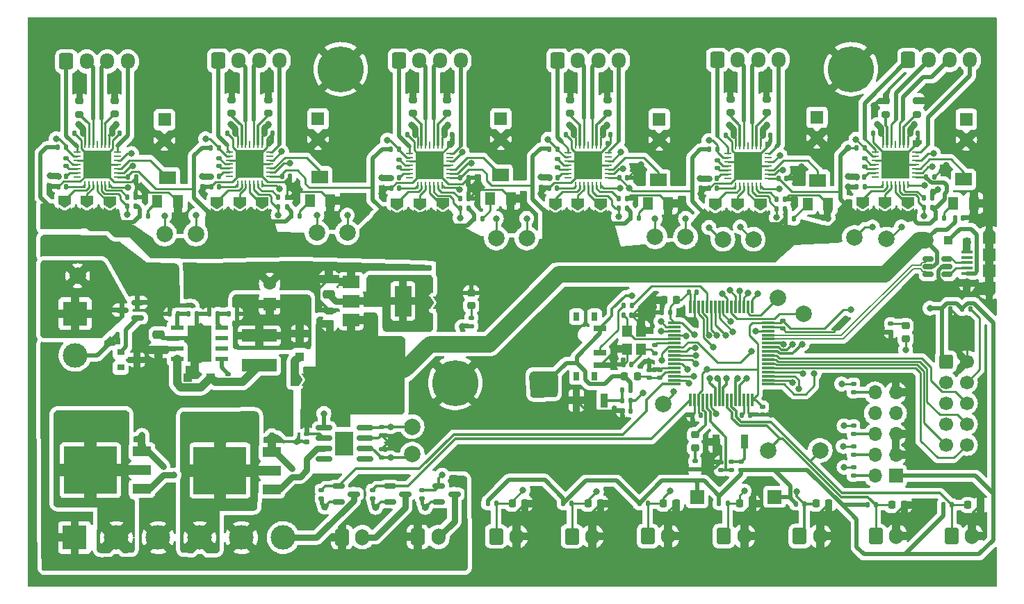
<source format=gbr>
%TF.GenerationSoftware,KiCad,Pcbnew,(6.0.0)*%
%TF.CreationDate,2022-02-28T19:19:02-05:00*%
%TF.ProjectId,MP3DP_Controller,4d503344-505f-4436-9f6e-74726f6c6c65,rev?*%
%TF.SameCoordinates,Original*%
%TF.FileFunction,Copper,L1,Top*%
%TF.FilePolarity,Positive*%
%FSLAX46Y46*%
G04 Gerber Fmt 4.6, Leading zero omitted, Abs format (unit mm)*
G04 Created by KiCad (PCBNEW (6.0.0)) date 2022-02-28 19:19:02*
%MOMM*%
%LPD*%
G01*
G04 APERTURE LIST*
G04 Aperture macros list*
%AMRoundRect*
0 Rectangle with rounded corners*
0 $1 Rounding radius*
0 $2 $3 $4 $5 $6 $7 $8 $9 X,Y pos of 4 corners*
0 Add a 4 corners polygon primitive as box body*
4,1,4,$2,$3,$4,$5,$6,$7,$8,$9,$2,$3,0*
0 Add four circle primitives for the rounded corners*
1,1,$1+$1,$2,$3*
1,1,$1+$1,$4,$5*
1,1,$1+$1,$6,$7*
1,1,$1+$1,$8,$9*
0 Add four rect primitives between the rounded corners*
20,1,$1+$1,$2,$3,$4,$5,0*
20,1,$1+$1,$4,$5,$6,$7,0*
20,1,$1+$1,$6,$7,$8,$9,0*
20,1,$1+$1,$8,$9,$2,$3,0*%
%AMFreePoly0*
4,1,6,1.000000,0.000000,0.500000,-0.750000,-0.500000,-0.750000,-0.500000,0.750000,0.500000,0.750000,1.000000,0.000000,1.000000,0.000000,$1*%
%AMFreePoly1*
4,1,6,0.500000,-0.750000,-0.650000,-0.750000,-0.150000,0.000000,-0.650000,0.750000,0.500000,0.750000,0.500000,-0.750000,0.500000,-0.750000,$1*%
G04 Aperture macros list end*
%TA.AperFunction,SMDPad,CuDef*%
%ADD10RoundRect,0.140000X0.140000X0.170000X-0.140000X0.170000X-0.140000X-0.170000X0.140000X-0.170000X0*%
%TD*%
%TA.AperFunction,SMDPad,CuDef*%
%ADD11C,2.000000*%
%TD*%
%TA.AperFunction,SMDPad,CuDef*%
%ADD12RoundRect,0.200000X0.275000X-0.200000X0.275000X0.200000X-0.275000X0.200000X-0.275000X-0.200000X0*%
%TD*%
%TA.AperFunction,ComponentPad*%
%ADD13C,5.600000*%
%TD*%
%TA.AperFunction,ComponentPad*%
%ADD14RoundRect,0.250000X-0.600000X-0.725000X0.600000X-0.725000X0.600000X0.725000X-0.600000X0.725000X0*%
%TD*%
%TA.AperFunction,ComponentPad*%
%ADD15O,1.700000X1.950000*%
%TD*%
%TA.AperFunction,SMDPad,CuDef*%
%ADD16RoundRect,0.218750X-0.218750X-0.256250X0.218750X-0.256250X0.218750X0.256250X-0.218750X0.256250X0*%
%TD*%
%TA.AperFunction,SMDPad,CuDef*%
%ADD17RoundRect,0.135000X-0.135000X-0.185000X0.135000X-0.185000X0.135000X0.185000X-0.135000X0.185000X0*%
%TD*%
%TA.AperFunction,SMDPad,CuDef*%
%ADD18FreePoly0,270.000000*%
%TD*%
%TA.AperFunction,SMDPad,CuDef*%
%ADD19FreePoly1,270.000000*%
%TD*%
%TA.AperFunction,SMDPad,CuDef*%
%ADD20RoundRect,0.140000X-0.140000X-0.170000X0.140000X-0.170000X0.140000X0.170000X-0.140000X0.170000X0*%
%TD*%
%TA.AperFunction,SMDPad,CuDef*%
%ADD21R,1.300000X1.600000*%
%TD*%
%TA.AperFunction,SMDPad,CuDef*%
%ADD22R,2.000000X1.600000*%
%TD*%
%TA.AperFunction,ComponentPad*%
%ADD23RoundRect,0.250000X-0.600000X-0.750000X0.600000X-0.750000X0.600000X0.750000X-0.600000X0.750000X0*%
%TD*%
%TA.AperFunction,ComponentPad*%
%ADD24O,1.700000X2.000000*%
%TD*%
%TA.AperFunction,SMDPad,CuDef*%
%ADD25FreePoly0,0.000000*%
%TD*%
%TA.AperFunction,SMDPad,CuDef*%
%ADD26FreePoly1,0.000000*%
%TD*%
%TA.AperFunction,SMDPad,CuDef*%
%ADD27RoundRect,0.075000X-0.700000X-0.075000X0.700000X-0.075000X0.700000X0.075000X-0.700000X0.075000X0*%
%TD*%
%TA.AperFunction,SMDPad,CuDef*%
%ADD28RoundRect,0.075000X-0.075000X-0.700000X0.075000X-0.700000X0.075000X0.700000X-0.075000X0.700000X0*%
%TD*%
%TA.AperFunction,SMDPad,CuDef*%
%ADD29R,2.200000X1.200000*%
%TD*%
%TA.AperFunction,SMDPad,CuDef*%
%ADD30R,6.400000X5.800000*%
%TD*%
%TA.AperFunction,SMDPad,CuDef*%
%ADD31RoundRect,0.135000X0.135000X0.185000X-0.135000X0.185000X-0.135000X-0.185000X0.135000X-0.185000X0*%
%TD*%
%TA.AperFunction,SMDPad,CuDef*%
%ADD32RoundRect,0.135000X0.185000X-0.135000X0.185000X0.135000X-0.185000X0.135000X-0.185000X-0.135000X0*%
%TD*%
%TA.AperFunction,ComponentPad*%
%ADD33R,1.700000X1.700000*%
%TD*%
%TA.AperFunction,ComponentPad*%
%ADD34O,1.700000X1.700000*%
%TD*%
%TA.AperFunction,SMDPad,CuDef*%
%ADD35RoundRect,0.062500X-0.337500X-0.062500X0.337500X-0.062500X0.337500X0.062500X-0.337500X0.062500X0*%
%TD*%
%TA.AperFunction,SMDPad,CuDef*%
%ADD36RoundRect,0.062500X-0.062500X-0.337500X0.062500X-0.337500X0.062500X0.337500X-0.062500X0.337500X0*%
%TD*%
%TA.AperFunction,ComponentPad*%
%ADD37C,0.500000*%
%TD*%
%TA.AperFunction,SMDPad,CuDef*%
%ADD38R,3.350000X3.350000*%
%TD*%
%TA.AperFunction,SMDPad,CuDef*%
%ADD39RoundRect,0.150000X-0.587500X-0.150000X0.587500X-0.150000X0.587500X0.150000X-0.587500X0.150000X0*%
%TD*%
%TA.AperFunction,SMDPad,CuDef*%
%ADD40R,0.800000X1.000000*%
%TD*%
%TA.AperFunction,SMDPad,CuDef*%
%ADD41R,1.500000X0.700000*%
%TD*%
%TA.AperFunction,SMDPad,CuDef*%
%ADD42R,0.900000X1.700000*%
%TD*%
%TA.AperFunction,SMDPad,CuDef*%
%ADD43RoundRect,0.140000X0.170000X-0.140000X0.170000X0.140000X-0.170000X0.140000X-0.170000X-0.140000X0*%
%TD*%
%TA.AperFunction,ComponentPad*%
%ADD44R,1.600000X1.600000*%
%TD*%
%TA.AperFunction,ComponentPad*%
%ADD45C,1.600000*%
%TD*%
%TA.AperFunction,SMDPad,CuDef*%
%ADD46RoundRect,0.225000X0.225000X0.250000X-0.225000X0.250000X-0.225000X-0.250000X0.225000X-0.250000X0*%
%TD*%
%TA.AperFunction,ComponentPad*%
%ADD47R,3.000000X3.000000*%
%TD*%
%TA.AperFunction,ComponentPad*%
%ADD48C,3.000000*%
%TD*%
%TA.AperFunction,SMDPad,CuDef*%
%ADD49RoundRect,0.140000X-0.170000X0.140000X-0.170000X-0.140000X0.170000X-0.140000X0.170000X0.140000X0*%
%TD*%
%TA.AperFunction,SMDPad,CuDef*%
%ADD50RoundRect,0.218750X0.256250X-0.218750X0.256250X0.218750X-0.256250X0.218750X-0.256250X-0.218750X0*%
%TD*%
%TA.AperFunction,SMDPad,CuDef*%
%ADD51RoundRect,0.218750X-0.256250X0.218750X-0.256250X-0.218750X0.256250X-0.218750X0.256250X0.218750X0*%
%TD*%
%TA.AperFunction,SMDPad,CuDef*%
%ADD52R,1.100000X1.100000*%
%TD*%
%TA.AperFunction,SMDPad,CuDef*%
%ADD53RoundRect,0.225000X-0.250000X0.225000X-0.250000X-0.225000X0.250000X-0.225000X0.250000X0.225000X0*%
%TD*%
%TA.AperFunction,SMDPad,CuDef*%
%ADD54R,1.550000X0.600000*%
%TD*%
%TA.AperFunction,SMDPad,CuDef*%
%ADD55R,2.950000X4.500000*%
%TD*%
%TA.AperFunction,ComponentPad*%
%ADD56C,0.600000*%
%TD*%
%TA.AperFunction,SMDPad,CuDef*%
%ADD57R,2.600000X3.100000*%
%TD*%
%TA.AperFunction,SMDPad,CuDef*%
%ADD58RoundRect,0.150000X0.587500X0.150000X-0.587500X0.150000X-0.587500X-0.150000X0.587500X-0.150000X0*%
%TD*%
%TA.AperFunction,SMDPad,CuDef*%
%ADD59RoundRect,0.135000X-0.185000X0.135000X-0.185000X-0.135000X0.185000X-0.135000X0.185000X0.135000X0*%
%TD*%
%TA.AperFunction,SMDPad,CuDef*%
%ADD60RoundRect,0.250000X-0.475000X0.250000X-0.475000X-0.250000X0.475000X-0.250000X0.475000X0.250000X0*%
%TD*%
%TA.AperFunction,SMDPad,CuDef*%
%ADD61R,2.000000X1.500000*%
%TD*%
%TA.AperFunction,SMDPad,CuDef*%
%ADD62R,2.000000X3.800000*%
%TD*%
%TA.AperFunction,SMDPad,CuDef*%
%ADD63R,1.200000X1.400000*%
%TD*%
%TA.AperFunction,SMDPad,CuDef*%
%ADD64R,0.900000X0.800000*%
%TD*%
%TA.AperFunction,SMDPad,CuDef*%
%ADD65RoundRect,0.150000X0.825000X0.150000X-0.825000X0.150000X-0.825000X-0.150000X0.825000X-0.150000X0*%
%TD*%
%TA.AperFunction,SMDPad,CuDef*%
%ADD66R,2.290000X3.000000*%
%TD*%
%TA.AperFunction,SMDPad,CuDef*%
%ADD67R,1.350000X0.400000*%
%TD*%
%TA.AperFunction,SMDPad,CuDef*%
%ADD68R,1.550000X1.500000*%
%TD*%
%TA.AperFunction,ComponentPad*%
%ADD69O,0.950000X1.250000*%
%TD*%
%TA.AperFunction,ComponentPad*%
%ADD70O,1.550000X0.890000*%
%TD*%
%TA.AperFunction,SMDPad,CuDef*%
%ADD71R,1.550000X1.200000*%
%TD*%
%TA.AperFunction,SMDPad,CuDef*%
%ADD72RoundRect,0.225000X-0.225000X-0.250000X0.225000X-0.250000X0.225000X0.250000X-0.225000X0.250000X0*%
%TD*%
%TA.AperFunction,SMDPad,CuDef*%
%ADD73R,4.200000X1.500000*%
%TD*%
%TA.AperFunction,SMDPad,CuDef*%
%ADD74RoundRect,0.150000X0.512500X0.150000X-0.512500X0.150000X-0.512500X-0.150000X0.512500X-0.150000X0*%
%TD*%
%TA.AperFunction,ComponentPad*%
%ADD75RoundRect,0.250000X-0.600000X-0.600000X0.600000X-0.600000X0.600000X0.600000X-0.600000X0.600000X0*%
%TD*%
%TA.AperFunction,ComponentPad*%
%ADD76C,1.700000*%
%TD*%
%TA.AperFunction,ViaPad*%
%ADD77C,0.800000*%
%TD*%
%TA.AperFunction,Conductor*%
%ADD78C,0.250000*%
%TD*%
%TA.AperFunction,Conductor*%
%ADD79C,0.750000*%
%TD*%
%TA.AperFunction,Conductor*%
%ADD80C,0.300000*%
%TD*%
%TA.AperFunction,Conductor*%
%ADD81C,0.500000*%
%TD*%
%TA.AperFunction,Conductor*%
%ADD82C,1.000000*%
%TD*%
%TA.AperFunction,Conductor*%
%ADD83C,0.200000*%
%TD*%
%TA.AperFunction,Conductor*%
%ADD84C,2.000000*%
%TD*%
G04 APERTURE END LIST*
D10*
%TO.P,C2,1*%
%TO.N,GND*%
X107577500Y-57825000D03*
%TO.P,C2,2*%
%TO.N,+3V3*%
X106617500Y-57825000D03*
%TD*%
D11*
%TO.P,TP17,1,1*%
%TO.N,/BED_TEMP*%
X116300000Y-77150000D03*
%TD*%
D12*
%TO.P,R13,1*%
%TO.N,Net-(R13-Pad1)*%
X55430000Y-36041190D03*
%TO.P,R13,2*%
%TO.N,GND*%
X55430000Y-34391190D03*
%TD*%
D13*
%TO.P,H2,1,1*%
%TO.N,GND*%
X64250000Y-30650000D03*
%TD*%
D14*
%TO.P,J8,1,Pin_1*%
%TO.N,Net-(J8-Pad1)*%
X90650000Y-29588629D03*
D15*
%TO.P,J8,2,Pin_2*%
%TO.N,Net-(J8-Pad2)*%
X93150000Y-29588629D03*
%TO.P,J8,3,Pin_3*%
%TO.N,Net-(J8-Pad3)*%
X95650000Y-29588629D03*
%TO.P,J8,4,Pin_4*%
%TO.N,Net-(J8-Pad4)*%
X98150000Y-29588629D03*
%TD*%
D16*
%TO.P,L1,1,1*%
%TO.N,+3V3*%
X98797500Y-68125000D03*
%TO.P,L1,2,2*%
%TO.N,+3.3VA*%
X100372500Y-68125000D03*
%TD*%
D17*
%TO.P,R62,1*%
%TO.N,+3V3*%
X91370000Y-83625000D03*
%TO.P,R62,2*%
%TO.N,/YSTOP*%
X92390000Y-83625000D03*
%TD*%
D18*
%TO.P,JP3,1,A*%
%TO.N,Net-(JP3-Pad1)*%
X73900000Y-46900000D03*
D19*
%TO.P,JP3,2,B*%
%TO.N,+3V3*%
X73900000Y-48350000D03*
%TD*%
D20*
%TO.P,C17,1*%
%TO.N,+24V*%
X48450000Y-43741190D03*
%TO.P,C17,2*%
%TO.N,Net-(C17-Pad2)*%
X49410000Y-43741190D03*
%TD*%
D17*
%TO.P,R58,1*%
%TO.N,+3V3*%
X110340000Y-83625000D03*
%TO.P,R58,2*%
%TO.N,/ASTOP*%
X111360000Y-83625000D03*
%TD*%
D21*
%TO.P,RV5,1,1*%
%TO.N,Net-(R48-Pad2)*%
X121100000Y-47100000D03*
D22*
%TO.P,RV5,2,2*%
%TO.N,Net-(RV5-Pad2)*%
X122350000Y-44200000D03*
D21*
%TO.P,RV5,3,3*%
%TO.N,GND*%
X123600000Y-47100000D03*
%TD*%
D18*
%TO.P,JP2,1,A*%
%TO.N,Net-(JP2-Pad1)*%
X54680000Y-46741190D03*
D19*
%TO.P,JP2,2,B*%
%TO.N,+3V3*%
X54680000Y-48191190D03*
%TD*%
D23*
%TO.P,J18,1,Pin_1*%
%TO.N,/BED_TEMP*%
X129400000Y-87600000D03*
D24*
%TO.P,J18,2,Pin_2*%
%TO.N,GND*%
X131900000Y-87600000D03*
%TD*%
D25*
%TO.P,JP14,1,A*%
%TO.N,/+3V3_out*%
X74675000Y-59175000D03*
D26*
%TO.P,JP14,2,B*%
%TO.N,+3V3*%
X76125000Y-59175000D03*
%TD*%
D20*
%TO.P,C11,1*%
%TO.N,GND*%
X103387500Y-60325000D03*
%TO.P,C11,2*%
%TO.N,+3V3*%
X104347500Y-60325000D03*
%TD*%
D18*
%TO.P,JP6,1,A*%
%TO.N,Net-(JP6-Pad1)*%
X49180000Y-46766190D03*
D19*
%TO.P,JP6,2,B*%
%TO.N,+3V3*%
X49180000Y-48216190D03*
%TD*%
D23*
%TO.P,J11,1,Pin_1*%
%TO.N,/ASTOP*%
X110900000Y-87600000D03*
D24*
%TO.P,J11,2,Pin_2*%
%TO.N,GND*%
X113400000Y-87600000D03*
%TD*%
D20*
%TO.P,C36,1*%
%TO.N,+24V*%
X29830000Y-43708811D03*
%TO.P,C36,2*%
%TO.N,Net-(C36-Pad2)*%
X30790000Y-43708811D03*
%TD*%
D27*
%TO.P,U4,1,VBAT*%
%TO.N,+3V3*%
X104922500Y-61575000D03*
%TO.P,U4,2,PC13*%
%TO.N,/EDIR*%
X104922500Y-62075000D03*
%TO.P,U4,3,PC14*%
%TO.N,/ESTEP*%
X104922500Y-62575000D03*
%TO.P,U4,4,PC15*%
%TO.N,/E_EN*%
X104922500Y-63075000D03*
%TO.P,U4,5,PH0/OSC_IN*%
%TO.N,/OSC_IN*%
X104922500Y-63575000D03*
%TO.P,U4,6,PH1/OSC_OUT*%
%TO.N,/OSC_OUT*%
X104922500Y-64075000D03*
%TO.P,U4,7,NRST*%
%TO.N,/NRST*%
X104922500Y-64575000D03*
%TO.P,U4,8,PC0/ADC_IN0*%
%TO.N,/ADIR*%
X104922500Y-65075000D03*
%TO.P,U4,9,PC1/ADC_IN11*%
%TO.N,/ASTEP*%
X104922500Y-65575000D03*
%TO.P,U4,10,PC2/SPI2_MISO/ADC_IN12*%
%TO.N,/A_EN*%
X104922500Y-66075000D03*
%TO.P,U4,11,PC3/SPI2_MOSI/ADC_IN13*%
%TO.N,Net-(TP3-Pad1)*%
X104922500Y-66575000D03*
%TO.P,U4,12,VSSA*%
%TO.N,GND*%
X104922500Y-67075000D03*
%TO.P,U4,13,VDDA/VREF+*%
%TO.N,+3.3VA*%
X104922500Y-67575000D03*
%TO.P,U4,14,PA0/ADC_IN0*%
%TO.N,/Heater_Ext*%
X104922500Y-68075000D03*
%TO.P,U4,15,PA1/ADC_IN2*%
%TO.N,/Heater_Bed*%
X104922500Y-68575000D03*
%TO.P,U4,16,PA2/ADC_IN2*%
%TO.N,/Fan_Hotend*%
X104922500Y-69075000D03*
D28*
%TO.P,U4,17,PA3/ADC_IN3*%
%TO.N,/Fan_Filament*%
X106847500Y-71000000D03*
%TO.P,U4,18,VSS*%
%TO.N,GND*%
X107347500Y-71000000D03*
%TO.P,U4,19,VDD*%
%TO.N,+3V3*%
X107847500Y-71000000D03*
%TO.P,U4,20,PA4/SPI1_NSS/ADC_IN4*%
%TO.N,/Test_LED*%
X108347500Y-71000000D03*
%TO.P,U4,21,PA5/SPI1_SCK/ADC_IN5*%
%TO.N,/Test_Button*%
X108847500Y-71000000D03*
%TO.P,U4,22,PA6/SPI1_MISO/ADC_IN6*%
%TO.N,/Fan_Ctrl*%
X109347500Y-71000000D03*
%TO.P,U4,23,PA7/SPI1_MOSI/ADC_IN7*%
%TO.N,/XSTOP*%
X109847500Y-71000000D03*
%TO.P,U4,24,PC4/ADC_IN14*%
%TO.N,/YSTOP*%
X110347500Y-71000000D03*
%TO.P,U4,25,PC5/ADC_IN15*%
%TO.N,/ZSTOP*%
X110847500Y-71000000D03*
%TO.P,U4,26,PB0/ADC_IN8*%
%TO.N,/BED_TEMP*%
X111347500Y-71000000D03*
%TO.P,U4,27,PB1/ADC_IN9*%
%TO.N,/EXT_TEMP*%
X111847500Y-71000000D03*
%TO.P,U4,28,PB2/BOOT1*%
%TO.N,/ASTOP*%
X112347500Y-71000000D03*
%TO.P,U4,29,PB10*%
%TO.N,/BSTOP*%
X112847500Y-71000000D03*
%TO.P,U4,30,VCAP1*%
%TO.N,Net-(C25-Pad2)*%
X113347500Y-71000000D03*
%TO.P,U4,31,VSS*%
%TO.N,GND*%
X113847500Y-71000000D03*
%TO.P,U4,32,VDD*%
%TO.N,+3V3*%
X114347500Y-71000000D03*
D27*
%TO.P,U4,33,PB12/SPI2_NSS*%
%TO.N,/LCD_CS*%
X116272500Y-69075000D03*
%TO.P,U4,34,PB13/SPI2_SCK*%
%TO.N,/LCD_SCK*%
X116272500Y-68575000D03*
%TO.P,U4,35,PB14/SPI2_MISO*%
%TO.N,/LCD_RST*%
X116272500Y-68075000D03*
%TO.P,U4,36,PB15/SPI2_MOSI*%
%TO.N,/LCD_MOSI*%
X116272500Y-67575000D03*
%TO.P,U4,37,PC6*%
%TO.N,/Beeper*%
X116272500Y-67075000D03*
%TO.P,U4,38,PC7*%
%TO.N,/ENC_Button*%
X116272500Y-66575000D03*
%TO.P,U4,39,PC8*%
%TO.N,/ENC_B*%
X116272500Y-66075000D03*
%TO.P,U4,40,PC9*%
%TO.N,/ENC_A*%
X116272500Y-65575000D03*
%TO.P,U4,41,PA8*%
%TO.N,/BDIR*%
X116272500Y-65075000D03*
%TO.P,U4,42,PA9*%
%TO.N,/BSTEP*%
X116272500Y-64575000D03*
%TO.P,U4,43,PA10*%
%TO.N,/B_EN*%
X116272500Y-64075000D03*
%TO.P,U4,44,PA11/USB_OTG_FS_DM*%
%TO.N,/USB_D-*%
X116272500Y-63575000D03*
%TO.P,U4,45,PA12/USB_OTG_FS_DP*%
%TO.N,/USB_D+*%
X116272500Y-63075000D03*
%TO.P,U4,46,PA13/JTMS-SWDIO*%
%TO.N,/SWDIO*%
X116272500Y-62575000D03*
%TO.P,U4,47,VSS*%
%TO.N,GND*%
X116272500Y-62075000D03*
%TO.P,U4,48,VDD*%
%TO.N,+3V3*%
X116272500Y-61575000D03*
D28*
%TO.P,U4,49,PA14/JTCK-SWCLK*%
%TO.N,/SWCLK*%
X114347500Y-59650000D03*
%TO.P,U4,50,PA15/JTDI*%
%TO.N,Net-(TP4-Pad1)*%
X113847500Y-59650000D03*
%TO.P,U4,51,PC10*%
%TO.N,/ZDIR*%
X113347500Y-59650000D03*
%TO.P,U4,52,PC11*%
%TO.N,/ZSTEP*%
X112847500Y-59650000D03*
%TO.P,U4,53,PC12*%
%TO.N,/Z_EN*%
X112347500Y-59650000D03*
%TO.P,U4,54,PD2*%
%TO.N,Net-(TP2-Pad1)*%
X111847500Y-59650000D03*
%TO.P,U4,55,PB3/JTDO-SWO*%
%TO.N,/SWO*%
X111347500Y-59650000D03*
%TO.P,U4,56,PB4/NJTRST*%
%TO.N,/YDIR*%
X110847500Y-59650000D03*
%TO.P,U4,57,PB5/I2C1_SMBA*%
%TO.N,/YSTEP*%
X110347500Y-59650000D03*
%TO.P,U4,58,PB6/I2C1_SCL*%
%TO.N,/Y_EN*%
X109847500Y-59650000D03*
%TO.P,U4,59,PB7/I2C1_SDA*%
%TO.N,/XDIR*%
X109347500Y-59650000D03*
%TO.P,U4,60,BOOT0*%
%TO.N,/BOOT0*%
X108847500Y-59650000D03*
%TO.P,U4,61,PB8*%
%TO.N,/XSTEP*%
X108347500Y-59650000D03*
%TO.P,U4,62,PB9*%
%TO.N,/X_EN*%
X107847500Y-59650000D03*
%TO.P,U4,63,VSS*%
%TO.N,GND*%
X107347500Y-59650000D03*
%TO.P,U4,64,VDD*%
%TO.N,+3V3*%
X106847500Y-59650000D03*
%TD*%
D14*
%TO.P,J13,1,Pin_1*%
%TO.N,Net-(J13-Pad1)*%
X133370000Y-29539758D03*
D15*
%TO.P,J13,2,Pin_2*%
%TO.N,Net-(J13-Pad2)*%
X135870000Y-29539758D03*
%TO.P,J13,3,Pin_3*%
%TO.N,Net-(J13-Pad3)*%
X138370000Y-29539758D03*
%TO.P,J13,4,Pin_4*%
%TO.N,Net-(J13-Pad4)*%
X140870000Y-29539758D03*
%TD*%
D29*
%TO.P,Q2,1,G*%
%TO.N,/Driver_Ext*%
X55850000Y-81880000D03*
%TO.P,Q2,2,D*%
%TO.N,/Heater_Ext-*%
X55850000Y-79600000D03*
D30*
X49550000Y-79600000D03*
D29*
%TO.P,Q2,3,S*%
%TO.N,GND*%
X55850000Y-77320000D03*
%TD*%
D12*
%TO.P,R55,1*%
%TO.N,Net-(R55-Pad1)*%
X130650000Y-36175000D03*
%TO.P,R55,2*%
%TO.N,GND*%
X130650000Y-34525000D03*
%TD*%
D14*
%TO.P,J12,1,Pin_1*%
%TO.N,Net-(J12-Pad1)*%
X110100000Y-29513629D03*
D15*
%TO.P,J12,2,Pin_2*%
%TO.N,Net-(J12-Pad2)*%
X112600000Y-29513629D03*
%TO.P,J12,3,Pin_3*%
%TO.N,Net-(J12-Pad3)*%
X115100000Y-29513629D03*
%TO.P,J12,4,Pin_4*%
%TO.N,Net-(J12-Pad4)*%
X117600000Y-29513629D03*
%TD*%
D12*
%TO.P,R15,1*%
%TO.N,Net-(R15-Pad1)*%
X50980000Y-36041190D03*
%TO.P,R15,2*%
%TO.N,GND*%
X50980000Y-34391190D03*
%TD*%
D17*
%TO.P,R65,1*%
%TO.N,+3V3*%
X100630000Y-83625000D03*
%TO.P,R65,2*%
%TO.N,/ZSTOP*%
X101650000Y-83625000D03*
%TD*%
D11*
%TO.P,TP13,1,1*%
%TO.N,/BDIR*%
X130725000Y-51375000D03*
%TD*%
D10*
%TO.P,C64,1*%
%TO.N,+24V*%
X130030000Y-38517621D03*
%TO.P,C64,2*%
%TO.N,GND*%
X129070000Y-38517621D03*
%TD*%
D20*
%TO.P,C19,1*%
%TO.N,GND*%
X70390000Y-45150000D03*
%TO.P,C19,2*%
%TO.N,Net-(C19-Pad2)*%
X71350000Y-45150000D03*
%TD*%
D10*
%TO.P,C51,1*%
%TO.N,GND*%
X136530000Y-43767621D03*
%TO.P,C51,2*%
%TO.N,+3V3*%
X135570000Y-43767621D03*
%TD*%
%TO.P,C27,1*%
%TO.N,+24V*%
X51390000Y-38491190D03*
%TO.P,C27,2*%
%TO.N,GND*%
X50430000Y-38491190D03*
%TD*%
D20*
%TO.P,C49,1*%
%TO.N,+5V*%
X139045000Y-48775000D03*
%TO.P,C49,2*%
%TO.N,GND*%
X140005000Y-48775000D03*
%TD*%
D17*
%TO.P,R5,1*%
%TO.N,Net-(R3-Pad1)*%
X98540000Y-71050000D03*
%TO.P,R5,2*%
%TO.N,/NRST*%
X99560000Y-71050000D03*
%TD*%
%TO.P,R26,1*%
%TO.N,Net-(R26-Pad1)*%
X78790000Y-46450000D03*
%TO.P,R26,2*%
%TO.N,GND*%
X79810000Y-46450000D03*
%TD*%
D31*
%TO.P,R10,1*%
%TO.N,+3V3*%
X79810000Y-47650000D03*
%TO.P,R10,2*%
%TO.N,Net-(R10-Pad2)*%
X78790000Y-47650000D03*
%TD*%
D17*
%TO.P,R1,1*%
%TO.N,+3V3*%
X70340000Y-40400000D03*
%TO.P,R1,2*%
%TO.N,/X_EN*%
X71360000Y-40400000D03*
%TD*%
D32*
%TO.P,R23,1*%
%TO.N,Net-(J2-Pad10)*%
X126700000Y-70050000D03*
%TO.P,R23,2*%
%TO.N,/NRST*%
X126700000Y-69030000D03*
%TD*%
D20*
%TO.P,C39,1*%
%TO.N,GND*%
X29850000Y-44958811D03*
%TO.P,C39,2*%
%TO.N,Net-(C39-Pad2)*%
X30810000Y-44958811D03*
%TD*%
D18*
%TO.P,JP5,1,A*%
%TO.N,Net-(JP5-Pad1)*%
X71100000Y-46900000D03*
D19*
%TO.P,JP5,2,B*%
%TO.N,+3V3*%
X71100000Y-48350000D03*
%TD*%
D33*
%TO.P,J2,1,Pin_1*%
%TO.N,+3V3*%
X131850000Y-80250000D03*
D34*
%TO.P,J2,2,Pin_2*%
%TO.N,Net-(J2-Pad2)*%
X129310000Y-80250000D03*
%TO.P,J2,3,Pin_3*%
%TO.N,GND*%
X131850000Y-77710000D03*
%TO.P,J2,4,Pin_4*%
%TO.N,Net-(J2-Pad4)*%
X129310000Y-77710000D03*
%TO.P,J2,5,Pin_5*%
%TO.N,GND*%
X131850000Y-75170000D03*
%TO.P,J2,6,Pin_6*%
%TO.N,Net-(J2-Pad6)*%
X129310000Y-75170000D03*
%TO.P,J2,7,Pin_7*%
%TO.N,unconnected-(J2-Pad7)*%
X131850000Y-72630000D03*
%TO.P,J2,8,Pin_8*%
%TO.N,unconnected-(J2-Pad8)*%
X129310000Y-72630000D03*
%TO.P,J2,9,Pin_9*%
%TO.N,GND*%
X131850000Y-70090000D03*
%TO.P,J2,10,Pin_10*%
%TO.N,Net-(J2-Pad10)*%
X129310000Y-70090000D03*
%TD*%
D35*
%TO.P,U2,1,OUT2B*%
%TO.N,Net-(J4-Pad1)*%
X50730000Y-40741190D03*
%TO.P,U2,2,~{ENABLE}*%
%TO.N,/E_EN*%
X50730000Y-41241190D03*
%TO.P,U2,3,GND*%
%TO.N,GND*%
X50730000Y-41741190D03*
%TO.P,U2,4,CP1*%
%TO.N,Net-(C15-Pad2)*%
X50730000Y-42241190D03*
%TO.P,U2,5,CP2*%
%TO.N,Net-(C15-Pad1)*%
X50730000Y-42741190D03*
%TO.P,U2,6,VCP*%
%TO.N,Net-(C17-Pad2)*%
X50730000Y-43241190D03*
%TO.P,U2,7,NC*%
%TO.N,unconnected-(U2-Pad7)*%
X50730000Y-43741190D03*
D36*
%TO.P,U2,8,VREG*%
%TO.N,Net-(C20-Pad2)*%
X51680000Y-44691190D03*
%TO.P,U2,9,MS1*%
%TO.N,Net-(JP6-Pad1)*%
X52180000Y-44691190D03*
%TO.P,U2,10,MS2*%
%TO.N,Net-(JP4-Pad1)*%
X52680000Y-44691190D03*
%TO.P,U2,11,MS3*%
%TO.N,Net-(JP2-Pad1)*%
X53180000Y-44691190D03*
%TO.P,U2,12,~{RESET}*%
%TO.N,Net-(R11-Pad2)*%
X53680000Y-44691190D03*
%TO.P,U2,13,ROSC*%
%TO.N,Net-(R27-Pad1)*%
X54180000Y-44691190D03*
%TO.P,U2,14,~{SLEEP}*%
%TO.N,Net-(R11-Pad2)*%
X54680000Y-44691190D03*
D35*
%TO.P,U2,15,VDD*%
%TO.N,+3V3*%
X55630000Y-43741190D03*
%TO.P,U2,16,STEP*%
%TO.N,/ESTEP*%
X55630000Y-43241190D03*
%TO.P,U2,17,VREF*%
%TO.N,Net-(RV2-Pad2)*%
X55630000Y-42741190D03*
%TO.P,U2,18,GND*%
%TO.N,GND*%
X55630000Y-42241190D03*
%TO.P,U2,19,DIR*%
%TO.N,/EDIR*%
X55630000Y-41741190D03*
%TO.P,U2,20,NC*%
%TO.N,unconnected-(U2-Pad20)*%
X55630000Y-41241190D03*
%TO.P,U2,21,OUT1B*%
%TO.N,Net-(J4-Pad4)*%
X55630000Y-40741190D03*
D36*
%TO.P,U2,22,VBB1*%
%TO.N,+24V*%
X54680000Y-39791190D03*
%TO.P,U2,23,SENSE1*%
%TO.N,Net-(R13-Pad1)*%
X54180000Y-39791190D03*
%TO.P,U2,24,OUT1A*%
%TO.N,Net-(J4-Pad3)*%
X53680000Y-39791190D03*
%TO.P,U2,25,NC*%
%TO.N,unconnected-(U2-Pad25)*%
X53180000Y-39791190D03*
%TO.P,U2,26,OUT2A*%
%TO.N,Net-(J4-Pad2)*%
X52680000Y-39791190D03*
%TO.P,U2,27,SENSE2*%
%TO.N,Net-(R15-Pad1)*%
X52180000Y-39791190D03*
%TO.P,U2,28,VBB2*%
%TO.N,+24V*%
X51680000Y-39791190D03*
D37*
%TO.P,U2,29,PAD*%
%TO.N,GND*%
X54180000Y-41241190D03*
X54180000Y-43241190D03*
X54180000Y-42241190D03*
X53180000Y-41241190D03*
X53180000Y-42241190D03*
X52180000Y-43241190D03*
X52180000Y-42241190D03*
X53180000Y-43241190D03*
X52180000Y-41241190D03*
D38*
X53180000Y-42241190D03*
%TD*%
D11*
%TO.P,TP6,1,1*%
%TO.N,/Heater_Bed*%
X72950000Y-74250000D03*
%TD*%
D39*
%TO.P,Q5,1,G*%
%TO.N,/Fan_Filament*%
X70212500Y-81525000D03*
%TO.P,Q5,2,S*%
%TO.N,GND*%
X70212500Y-83425000D03*
%TO.P,Q5,3,D*%
%TO.N,Net-(J17-Pad2)*%
X72087500Y-82475000D03*
%TD*%
D14*
%TO.P,J7,1,Pin_1*%
%TO.N,Net-(J7-Pad1)*%
X30830000Y-29698569D03*
D15*
%TO.P,J7,2,Pin_2*%
%TO.N,Net-(J7-Pad2)*%
X33330000Y-29698569D03*
%TO.P,J7,3,Pin_3*%
%TO.N,Net-(J7-Pad3)*%
X35830000Y-29698569D03*
%TO.P,J7,4,Pin_4*%
%TO.N,Net-(J7-Pad4)*%
X38330000Y-29698569D03*
%TD*%
D20*
%TO.P,C20,1*%
%TO.N,GND*%
X48470000Y-44991190D03*
%TO.P,C20,2*%
%TO.N,Net-(C20-Pad2)*%
X49430000Y-44991190D03*
%TD*%
D18*
%TO.P,JP1,1,A*%
%TO.N,Net-(JP1-Pad1)*%
X76650000Y-46875000D03*
D19*
%TO.P,JP1,2,B*%
%TO.N,+3V3*%
X76650000Y-48325000D03*
%TD*%
D10*
%TO.P,C61,1*%
%TO.N,+24V*%
X112100000Y-38706250D03*
%TO.P,C61,2*%
%TO.N,GND*%
X111140000Y-38706250D03*
%TD*%
D40*
%TO.P,SW1,*%
%TO.N,*%
X92970000Y-68150000D03*
X95180000Y-60850000D03*
X95180000Y-68150000D03*
X92970000Y-60850000D03*
D41*
%TO.P,SW1,1,A*%
%TO.N,+3V3*%
X95830000Y-62250000D03*
%TO.P,SW1,2,B*%
%TO.N,Net-(R4-Pad1)*%
X95830000Y-65250000D03*
%TO.P,SW1,3,C*%
%TO.N,GND*%
X95830000Y-66750000D03*
%TD*%
D14*
%TO.P,J3,1,Pin_1*%
%TO.N,Net-(J3-Pad1)*%
X71350000Y-29594879D03*
D15*
%TO.P,J3,2,Pin_2*%
%TO.N,Net-(J3-Pad2)*%
X73850000Y-29594879D03*
%TO.P,J3,3,Pin_3*%
%TO.N,Net-(J3-Pad3)*%
X76350000Y-29594879D03*
%TO.P,J3,4,Pin_4*%
%TO.N,Net-(J3-Pad4)*%
X78850000Y-29594879D03*
%TD*%
D31*
%TO.P,R37,1*%
%TO.N,+3V3*%
X99110000Y-47650000D03*
%TO.P,R37,2*%
%TO.N,Net-(R37-Pad2)*%
X98090000Y-47650000D03*
%TD*%
D10*
%TO.P,C7,1*%
%TO.N,GND*%
X58060000Y-43741190D03*
%TO.P,C7,2*%
%TO.N,+3V3*%
X57100000Y-43741190D03*
%TD*%
D42*
%TO.P,SW2,1,1*%
%TO.N,GND*%
X92950000Y-71050000D03*
%TO.P,SW2,2,2*%
%TO.N,Net-(R3-Pad1)*%
X96350000Y-71050000D03*
%TD*%
D43*
%TO.P,C15,1*%
%TO.N,Net-(C15-Pad1)*%
X49430000Y-42471190D03*
%TO.P,C15,2*%
%TO.N,Net-(C15-Pad2)*%
X49430000Y-41511190D03*
%TD*%
D21*
%TO.P,RV6,1,1*%
%TO.N,Net-(R49-Pad2)*%
X138850000Y-47000000D03*
D22*
%TO.P,RV6,2,2*%
%TO.N,Net-(RV6-Pad2)*%
X140100000Y-44100000D03*
D21*
%TO.P,RV6,3,3*%
%TO.N,GND*%
X141350000Y-47000000D03*
%TD*%
D43*
%TO.P,C55,1*%
%TO.N,Net-(C55-Pad1)*%
X128050000Y-42497621D03*
%TO.P,C55,2*%
%TO.N,Net-(C55-Pad2)*%
X128050000Y-41537621D03*
%TD*%
D11*
%TO.P,TP19,1,1*%
%TO.N,/YDIR*%
X106250000Y-51100000D03*
%TD*%
D44*
%TO.P,C66,1*%
%TO.N,+24V*%
X140450000Y-36767621D03*
D45*
%TO.P,C66,2*%
%TO.N,GND*%
X140450000Y-39267621D03*
%TD*%
D46*
%TO.P,C52,1*%
%TO.N,GND*%
X86675000Y-83625000D03*
%TO.P,C52,2*%
%TO.N,/XSTOP*%
X85125000Y-83625000D03*
%TD*%
D35*
%TO.P,U7,1,OUT2B*%
%TO.N,Net-(J8-Pad1)*%
X91950000Y-40881250D03*
%TO.P,U7,2,~{ENABLE}*%
%TO.N,/Y_EN*%
X91950000Y-41381250D03*
%TO.P,U7,3,GND*%
%TO.N,GND*%
X91950000Y-41881250D03*
%TO.P,U7,4,CP1*%
%TO.N,Net-(C37-Pad2)*%
X91950000Y-42381250D03*
%TO.P,U7,5,CP2*%
%TO.N,Net-(C37-Pad1)*%
X91950000Y-42881250D03*
%TO.P,U7,6,VCP*%
%TO.N,Net-(C38-Pad2)*%
X91950000Y-43381250D03*
%TO.P,U7,7,NC*%
%TO.N,unconnected-(U7-Pad7)*%
X91950000Y-43881250D03*
D36*
%TO.P,U7,8,VREG*%
%TO.N,Net-(C40-Pad2)*%
X92900000Y-44831250D03*
%TO.P,U7,9,MS1*%
%TO.N,Net-(JP13-Pad1)*%
X93400000Y-44831250D03*
%TO.P,U7,10,MS2*%
%TO.N,Net-(JP11-Pad1)*%
X93900000Y-44831250D03*
%TO.P,U7,11,MS3*%
%TO.N,Net-(JP9-Pad1)*%
X94400000Y-44831250D03*
%TO.P,U7,12,~{RESET}*%
%TO.N,Net-(R37-Pad2)*%
X94900000Y-44831250D03*
%TO.P,U7,13,ROSC*%
%TO.N,Net-(R42-Pad1)*%
X95400000Y-44831250D03*
%TO.P,U7,14,~{SLEEP}*%
%TO.N,Net-(R37-Pad2)*%
X95900000Y-44831250D03*
D35*
%TO.P,U7,15,VDD*%
%TO.N,+3V3*%
X96850000Y-43881250D03*
%TO.P,U7,16,STEP*%
%TO.N,/YSTEP*%
X96850000Y-43381250D03*
%TO.P,U7,17,VREF*%
%TO.N,Net-(RV4-Pad2)*%
X96850000Y-42881250D03*
%TO.P,U7,18,GND*%
%TO.N,GND*%
X96850000Y-42381250D03*
%TO.P,U7,19,DIR*%
%TO.N,/YDIR*%
X96850000Y-41881250D03*
%TO.P,U7,20,NC*%
%TO.N,unconnected-(U7-Pad20)*%
X96850000Y-41381250D03*
%TO.P,U7,21,OUT1B*%
%TO.N,Net-(J8-Pad4)*%
X96850000Y-40881250D03*
D36*
%TO.P,U7,22,VBB1*%
%TO.N,+24V*%
X95900000Y-39931250D03*
%TO.P,U7,23,SENSE1*%
%TO.N,Net-(R38-Pad1)*%
X95400000Y-39931250D03*
%TO.P,U7,24,OUT1A*%
%TO.N,Net-(J8-Pad3)*%
X94900000Y-39931250D03*
%TO.P,U7,25,NC*%
%TO.N,unconnected-(U7-Pad25)*%
X94400000Y-39931250D03*
%TO.P,U7,26,OUT2A*%
%TO.N,Net-(J8-Pad2)*%
X93900000Y-39931250D03*
%TO.P,U7,27,SENSE2*%
%TO.N,Net-(R40-Pad1)*%
X93400000Y-39931250D03*
%TO.P,U7,28,VBB2*%
%TO.N,+24V*%
X92900000Y-39931250D03*
D37*
%TO.P,U7,29,PAD*%
%TO.N,GND*%
X93400000Y-42381250D03*
X95400000Y-43381250D03*
D38*
X94400000Y-42381250D03*
D37*
X93400000Y-41381250D03*
X95400000Y-42381250D03*
X94400000Y-41381250D03*
X93400000Y-43381250D03*
X94400000Y-43381250D03*
X94400000Y-42381250D03*
X95400000Y-41381250D03*
%TD*%
D18*
%TO.P,JP11,1,A*%
%TO.N,Net-(JP11-Pad1)*%
X93150000Y-46906250D03*
D19*
%TO.P,JP11,2,B*%
%TO.N,+3V3*%
X93150000Y-48356250D03*
%TD*%
D12*
%TO.P,R14,1*%
%TO.N,Net-(R14-Pad1)*%
X73050000Y-36037500D03*
%TO.P,R14,2*%
%TO.N,GND*%
X73050000Y-34387500D03*
%TD*%
D46*
%TO.P,C67,1*%
%TO.N,GND*%
X123675000Y-83625000D03*
%TO.P,C67,2*%
%TO.N,/BSTOP*%
X122125000Y-83625000D03*
%TD*%
D20*
%TO.P,C41,1*%
%TO.N,+3V3*%
X137500000Y-59900000D03*
%TO.P,C41,2*%
%TO.N,GND*%
X138460000Y-59900000D03*
%TD*%
D10*
%TO.P,C25,1*%
%TO.N,GND*%
X114077500Y-72825000D03*
%TO.P,C25,2*%
%TO.N,Net-(C25-Pad2)*%
X113117500Y-72825000D03*
%TD*%
D20*
%TO.P,C16,1*%
%TO.N,+24V*%
X70370000Y-43900000D03*
%TO.P,C16,2*%
%TO.N,Net-(C16-Pad2)*%
X71330000Y-43900000D03*
%TD*%
%TO.P,C23,1*%
%TO.N,+24V*%
X54950000Y-38491190D03*
%TO.P,C23,2*%
%TO.N,GND*%
X55910000Y-38491190D03*
%TD*%
D32*
%TO.P,R21,1*%
%TO.N,Net-(J2-Pad4)*%
X126700000Y-77710000D03*
%TO.P,R21,2*%
%TO.N,/SWCLK*%
X126700000Y-76690000D03*
%TD*%
D17*
%TO.P,R34,1*%
%TO.N,+3V3*%
X99540000Y-48800000D03*
%TO.P,R34,2*%
%TO.N,Net-(R34-Pad2)*%
X100560000Y-48800000D03*
%TD*%
D31*
%TO.P,R11,1*%
%TO.N,+3V3*%
X57680000Y-47491190D03*
%TO.P,R11,2*%
%TO.N,Net-(R11-Pad2)*%
X56660000Y-47491190D03*
%TD*%
D47*
%TO.P,J6,1,Pin_1*%
%TO.N,+24V*%
X31850000Y-87775000D03*
D48*
%TO.P,J6,2,Pin_2*%
%TO.N,/Heater_Bed-*%
X36930000Y-87775000D03*
%TO.P,J6,3,Pin_3*%
%TO.N,+24V*%
X42010000Y-87775000D03*
%TO.P,J6,4,Pin_4*%
%TO.N,/Heater_Ext-*%
X47090000Y-87775000D03*
%TO.P,J6,5,Pin_5*%
%TO.N,+24V*%
X52170000Y-87775000D03*
%TO.P,J6,6,Pin_6*%
%TO.N,/Fan_Hotend-*%
X57250000Y-87775000D03*
%TD*%
D46*
%TO.P,C70,1*%
%TO.N,GND*%
X142175000Y-83800000D03*
%TO.P,C70,2*%
%TO.N,/EXT_TEMP*%
X140625000Y-83800000D03*
%TD*%
D39*
%TO.P,Q6,1,G*%
%TO.N,/Fan_Ctrl*%
X76212500Y-81525000D03*
%TO.P,Q6,2,S*%
%TO.N,GND*%
X76212500Y-83425000D03*
%TO.P,Q6,3,D*%
%TO.N,Net-(J19-Pad2)*%
X78087500Y-82475000D03*
%TD*%
D11*
%TO.P,TP3,1,1*%
%TO.N,Net-(TP3-Pad1)*%
X103522500Y-71525000D03*
%TD*%
D17*
%TO.P,R32,1*%
%TO.N,+3V3*%
X89640000Y-40381250D03*
%TO.P,R32,2*%
%TO.N,/Y_EN*%
X90660000Y-40381250D03*
%TD*%
D20*
%TO.P,C40,1*%
%TO.N,GND*%
X89650000Y-45131250D03*
%TO.P,C40,2*%
%TO.N,Net-(C40-Pad2)*%
X90610000Y-45131250D03*
%TD*%
D12*
%TO.P,R39,1*%
%TO.N,Net-(R39-Pad1)*%
X32430000Y-36166190D03*
%TO.P,R39,2*%
%TO.N,GND*%
X32430000Y-34516190D03*
%TD*%
D17*
%TO.P,R46,1*%
%TO.N,+3V3*%
X109090000Y-40456250D03*
%TO.P,R46,2*%
%TO.N,/Z_EN*%
X110110000Y-40456250D03*
%TD*%
D49*
%TO.P,C48,1*%
%TO.N,+5V*%
X60125000Y-75145000D03*
%TO.P,C48,2*%
%TO.N,GND*%
X60125000Y-76105000D03*
%TD*%
D23*
%TO.P,J17,1,Pin_1*%
%TO.N,+24V*%
X64400000Y-87725000D03*
D24*
%TO.P,J17,2,Pin_2*%
%TO.N,Net-(J17-Pad2)*%
X66900000Y-87725000D03*
%TD*%
D50*
%TO.P,D2,1,K*%
%TO.N,Net-(D2-Pad1)*%
X107400000Y-76837500D03*
%TO.P,D2,2,A*%
%TO.N,/Test_LED*%
X107400000Y-75262500D03*
%TD*%
D46*
%TO.P,C68,1*%
%TO.N,GND*%
X105100000Y-83625000D03*
%TO.P,C68,2*%
%TO.N,/ZSTOP*%
X103550000Y-83625000D03*
%TD*%
D39*
%TO.P,Q4,1,G*%
%TO.N,/Fan_Hotend*%
X63962500Y-81525000D03*
%TO.P,Q4,2,S*%
%TO.N,GND*%
X63962500Y-83425000D03*
%TO.P,Q4,3,D*%
%TO.N,/Fan_Hotend-*%
X65837500Y-82475000D03*
%TD*%
D43*
%TO.P,C54,1*%
%TO.N,Net-(C54-Pad1)*%
X110100000Y-42706250D03*
%TO.P,C54,2*%
%TO.N,Net-(C54-Pad2)*%
X110100000Y-41746250D03*
%TD*%
D20*
%TO.P,C45,1*%
%TO.N,+24V*%
X96170000Y-38631250D03*
%TO.P,C45,2*%
%TO.N,GND*%
X97130000Y-38631250D03*
%TD*%
D17*
%TO.P,R69,1*%
%TO.N,+3V3*%
X137640000Y-83800000D03*
%TO.P,R69,2*%
%TO.N,/EXT_TEMP*%
X138660000Y-83800000D03*
%TD*%
D18*
%TO.P,JP12,1,A*%
%TO.N,Net-(JP12-Pad1)*%
X30630000Y-46641190D03*
D19*
%TO.P,JP12,2,B*%
%TO.N,+3V3*%
X30630000Y-48091190D03*
%TD*%
D20*
%TO.P,C59,1*%
%TO.N,GND*%
X127090000Y-45017621D03*
%TO.P,C59,2*%
%TO.N,Net-(C59-Pad2)*%
X128050000Y-45017621D03*
%TD*%
D17*
%TO.P,R2,1*%
%TO.N,+3V3*%
X48420000Y-40241190D03*
%TO.P,R2,2*%
%TO.N,/E_EN*%
X49440000Y-40241190D03*
%TD*%
D51*
%TO.P,D3,1,K*%
%TO.N,Net-(D3-Pad1)*%
X133050000Y-61962500D03*
%TO.P,D3,2,A*%
%TO.N,/Beeper*%
X133050000Y-63537500D03*
%TD*%
D11*
%TO.P,TP9,1,1*%
%TO.N,/ZDIR*%
X114500000Y-51400000D03*
%TD*%
D52*
%TO.P,D5,1,K*%
%TO.N,Net-(C24-Pad1)*%
X48425000Y-68250000D03*
%TO.P,D5,2,A*%
%TO.N,GND*%
X45625000Y-68250000D03*
%TD*%
D53*
%TO.P,C32,1*%
%TO.N,GND*%
X62925000Y-60150000D03*
%TO.P,C32,2*%
%TO.N,+5V*%
X62925000Y-61700000D03*
%TD*%
D11*
%TO.P,TP11,1,1*%
%TO.N,/EDIR*%
X65050000Y-50600000D03*
%TD*%
D54*
%TO.P,U3,1,BOOT*%
%TO.N,Net-(C24-Pad2)*%
X49725000Y-66005000D03*
%TO.P,U3,2,NC*%
%TO.N,unconnected-(U3-Pad2)*%
X49725000Y-64735000D03*
%TO.P,U3,3,NC*%
%TO.N,unconnected-(U3-Pad3)*%
X49725000Y-63465000D03*
%TO.P,U3,4,VSENSE*%
%TO.N,Net-(R29-Pad1)*%
X49725000Y-62195000D03*
%TO.P,U3,5,EN*%
%TO.N,Net-(R17-Pad1)*%
X44325000Y-62195000D03*
%TO.P,U3,6,GND*%
%TO.N,GND*%
X44325000Y-63465000D03*
%TO.P,U3,7,VIN*%
%TO.N,+24V*%
X44325000Y-64735000D03*
%TO.P,U3,8,PH*%
%TO.N,Net-(C24-Pad1)*%
X44325000Y-66005000D03*
D55*
%TO.P,U3,9,GNDPAD*%
%TO.N,GND*%
X47025000Y-64100000D03*
D56*
X46425000Y-63400000D03*
X47625000Y-64700000D03*
X47625000Y-62300000D03*
X46425000Y-62300000D03*
D57*
X47025000Y-64100000D03*
D56*
X46425000Y-64700000D03*
X46425000Y-65900000D03*
X47625000Y-63400000D03*
X47625000Y-65900000D03*
%TD*%
D17*
%TO.P,R67,1*%
%TO.N,+3V3*%
X128390000Y-83800000D03*
%TO.P,R67,2*%
%TO.N,/BED_TEMP*%
X129410000Y-83800000D03*
%TD*%
%TO.P,R57,1*%
%TO.N,+3V3*%
X82150000Y-83625000D03*
%TO.P,R57,2*%
%TO.N,/XSTOP*%
X83170000Y-83625000D03*
%TD*%
%TO.P,R44,1*%
%TO.N,+3V3*%
X139940000Y-59900000D03*
%TO.P,R44,2*%
%TO.N,/LCD_CS*%
X140960000Y-59900000D03*
%TD*%
D11*
%TO.P,TP21,1,1*%
%TO.N,/XDIR*%
X86900000Y-51250000D03*
%TD*%
D14*
%TO.P,J4,1,Pin_1*%
%TO.N,Net-(J4-Pad1)*%
X49330000Y-29598569D03*
D15*
%TO.P,J4,2,Pin_2*%
%TO.N,Net-(J4-Pad2)*%
X51830000Y-29598569D03*
%TO.P,J4,3,Pin_3*%
%TO.N,Net-(J4-Pad3)*%
X54330000Y-29598569D03*
%TO.P,J4,4,Pin_4*%
%TO.N,Net-(J4-Pad4)*%
X56830000Y-29598569D03*
%TD*%
D20*
%TO.P,C44,1*%
%TO.N,+24V*%
X36350000Y-38491190D03*
%TO.P,C44,2*%
%TO.N,GND*%
X37310000Y-38491190D03*
%TD*%
D17*
%TO.P,R41,1*%
%TO.N,Net-(R41-Pad1)*%
X38270000Y-46241190D03*
%TO.P,R41,2*%
%TO.N,GND*%
X39290000Y-46241190D03*
%TD*%
D11*
%TO.P,TP7,1,1*%
%TO.N,/ADIR*%
X46600000Y-50750000D03*
%TD*%
D10*
%TO.P,C31,1*%
%TO.N,GND*%
X39310000Y-43791190D03*
%TO.P,C31,2*%
%TO.N,+3V3*%
X38350000Y-43791190D03*
%TD*%
D11*
%TO.P,TP20,1,1*%
%TO.N,/YSTEP*%
X102550000Y-51100000D03*
%TD*%
D58*
%TO.P,Q1,1,G*%
%TO.N,Net-(D1-Pad2)*%
X39512500Y-61000000D03*
%TO.P,Q1,2,S*%
%TO.N,+24V*%
X39512500Y-59100000D03*
%TO.P,Q1,3,D*%
%TO.N,/24V_in*%
X37637500Y-60050000D03*
%TD*%
D44*
%TO.P,C65,1*%
%TO.N,+24V*%
X122250000Y-36517621D03*
D45*
%TO.P,C65,2*%
%TO.N,GND*%
X122250000Y-39017621D03*
%TD*%
D11*
%TO.P,TP22,1,1*%
%TO.N,/XSTEP*%
X83200000Y-51250000D03*
%TD*%
D17*
%TO.P,R59,1*%
%TO.N,Net-(R59-Pad1)*%
X117340000Y-46500000D03*
%TO.P,R59,2*%
%TO.N,GND*%
X118360000Y-46500000D03*
%TD*%
D12*
%TO.P,R12,1*%
%TO.N,Net-(R12-Pad1)*%
X77200000Y-36037500D03*
%TO.P,R12,2*%
%TO.N,GND*%
X77200000Y-34387500D03*
%TD*%
D18*
%TO.P,JP17,1,A*%
%TO.N,Net-(JP17-Pad1)*%
X112600000Y-46981250D03*
D19*
%TO.P,JP17,2,B*%
%TO.N,+3V3*%
X112600000Y-48431250D03*
%TD*%
D23*
%TO.P,J16,1,Pin_1*%
%TO.N,/ZSTOP*%
X101650000Y-87600000D03*
D24*
%TO.P,J16,2,Pin_2*%
%TO.N,GND*%
X104150000Y-87600000D03*
%TD*%
D10*
%TO.P,C33,1*%
%TO.N,GND*%
X99130000Y-43900000D03*
%TO.P,C33,2*%
%TO.N,+3V3*%
X98170000Y-43900000D03*
%TD*%
D35*
%TO.P,U11,1,OUT2B*%
%TO.N,Net-(J13-Pad1)*%
X129350000Y-40767621D03*
%TO.P,U11,2,~{ENABLE}*%
%TO.N,/B_EN*%
X129350000Y-41267621D03*
%TO.P,U11,3,GND*%
%TO.N,GND*%
X129350000Y-41767621D03*
%TO.P,U11,4,CP1*%
%TO.N,Net-(C55-Pad2)*%
X129350000Y-42267621D03*
%TO.P,U11,5,CP2*%
%TO.N,Net-(C55-Pad1)*%
X129350000Y-42767621D03*
%TO.P,U11,6,VCP*%
%TO.N,Net-(C57-Pad2)*%
X129350000Y-43267621D03*
%TO.P,U11,7,NC*%
%TO.N,unconnected-(U11-Pad7)*%
X129350000Y-43767621D03*
D36*
%TO.P,U11,8,VREG*%
%TO.N,Net-(C59-Pad2)*%
X130300000Y-44717621D03*
%TO.P,U11,9,MS1*%
%TO.N,Net-(JP20-Pad1)*%
X130800000Y-44717621D03*
%TO.P,U11,10,MS2*%
%TO.N,Net-(JP18-Pad1)*%
X131300000Y-44717621D03*
%TO.P,U11,11,MS3*%
%TO.N,Net-(JP16-Pad1)*%
X131800000Y-44717621D03*
%TO.P,U11,12,~{RESET}*%
%TO.N,Net-(R51-Pad2)*%
X132300000Y-44717621D03*
%TO.P,U11,13,ROSC*%
%TO.N,Net-(R60-Pad1)*%
X132800000Y-44717621D03*
%TO.P,U11,14,~{SLEEP}*%
%TO.N,Net-(R51-Pad2)*%
X133300000Y-44717621D03*
D35*
%TO.P,U11,15,VDD*%
%TO.N,+3V3*%
X134250000Y-43767621D03*
%TO.P,U11,16,STEP*%
%TO.N,/BSTEP*%
X134250000Y-43267621D03*
%TO.P,U11,17,VREF*%
%TO.N,Net-(RV6-Pad2)*%
X134250000Y-42767621D03*
%TO.P,U11,18,GND*%
%TO.N,GND*%
X134250000Y-42267621D03*
%TO.P,U11,19,DIR*%
%TO.N,/BDIR*%
X134250000Y-41767621D03*
%TO.P,U11,20,NC*%
%TO.N,unconnected-(U11-Pad20)*%
X134250000Y-41267621D03*
%TO.P,U11,21,OUT1B*%
%TO.N,Net-(J13-Pad4)*%
X134250000Y-40767621D03*
D36*
%TO.P,U11,22,VBB1*%
%TO.N,+24V*%
X133300000Y-39817621D03*
%TO.P,U11,23,SENSE1*%
%TO.N,Net-(R53-Pad1)*%
X132800000Y-39817621D03*
%TO.P,U11,24,OUT1A*%
%TO.N,Net-(J13-Pad3)*%
X132300000Y-39817621D03*
%TO.P,U11,25,NC*%
%TO.N,unconnected-(U11-Pad25)*%
X131800000Y-39817621D03*
%TO.P,U11,26,OUT2A*%
%TO.N,Net-(J13-Pad2)*%
X131300000Y-39817621D03*
%TO.P,U11,27,SENSE2*%
%TO.N,Net-(R55-Pad1)*%
X130800000Y-39817621D03*
%TO.P,U11,28,VBB2*%
%TO.N,+24V*%
X130300000Y-39817621D03*
D37*
%TO.P,U11,29,PAD*%
%TO.N,GND*%
X132800000Y-41267621D03*
X131800000Y-43267621D03*
X130800000Y-41267621D03*
D38*
X131800000Y-42267621D03*
D37*
X130800000Y-43267621D03*
X130800000Y-42267621D03*
X132800000Y-42267621D03*
X132800000Y-43267621D03*
X131800000Y-41267621D03*
X131800000Y-42267621D03*
%TD*%
D21*
%TO.P,RV2,1,1*%
%TO.N,Net-(R9-Pad2)*%
X60480000Y-46691190D03*
D22*
%TO.P,RV2,2,2*%
%TO.N,Net-(RV2-Pad2)*%
X61730000Y-43791190D03*
D21*
%TO.P,RV2,3,3*%
%TO.N,GND*%
X62980000Y-46691190D03*
%TD*%
D12*
%TO.P,R38,1*%
%TO.N,Net-(R38-Pad1)*%
X96720000Y-36031250D03*
%TO.P,R38,2*%
%TO.N,GND*%
X96720000Y-34381250D03*
%TD*%
D18*
%TO.P,JP4,1,A*%
%TO.N,Net-(JP4-Pad1)*%
X51930000Y-46766190D03*
D19*
%TO.P,JP4,2,B*%
%TO.N,+3V3*%
X51930000Y-48216190D03*
%TD*%
D20*
%TO.P,C56,1*%
%TO.N,+24V*%
X109120000Y-43956250D03*
%TO.P,C56,2*%
%TO.N,Net-(C56-Pad2)*%
X110080000Y-43956250D03*
%TD*%
D46*
%TO.P,C60,1*%
%TO.N,GND*%
X95905000Y-83625000D03*
%TO.P,C60,2*%
%TO.N,/YSTOP*%
X94355000Y-83625000D03*
%TD*%
D11*
%TO.P,TP12,1,1*%
%TO.N,/ESTEP*%
X61350000Y-50600000D03*
%TD*%
D46*
%TO.P,C53,1*%
%TO.N,GND*%
X114425000Y-83625000D03*
%TO.P,C53,2*%
%TO.N,/ASTOP*%
X112875000Y-83625000D03*
%TD*%
D17*
%TO.P,R29,1*%
%TO.N,Net-(R29-Pad1)*%
X50590000Y-60500000D03*
%TO.P,R29,2*%
%TO.N,/5V_out*%
X51610000Y-60500000D03*
%TD*%
D10*
%TO.P,C42,1*%
%TO.N,+24V*%
X32810000Y-38491190D03*
%TO.P,C42,2*%
%TO.N,GND*%
X31850000Y-38491190D03*
%TD*%
D59*
%TO.P,R24,1*%
%TO.N,Net-(R19-Pad1)*%
X111800000Y-78540000D03*
%TO.P,R24,2*%
%TO.N,/Test_Button*%
X111800000Y-79560000D03*
%TD*%
D32*
%TO.P,R20,1*%
%TO.N,Net-(J2-Pad2)*%
X126700000Y-80210000D03*
%TO.P,R20,2*%
%TO.N,/SWDIO*%
X126700000Y-79190000D03*
%TD*%
D18*
%TO.P,JP15,1,A*%
%TO.N,Net-(JP15-Pad1)*%
X115350000Y-46981250D03*
D19*
%TO.P,JP15,2,B*%
%TO.N,+3V3*%
X115350000Y-48431250D03*
%TD*%
D18*
%TO.P,JP19,1,A*%
%TO.N,Net-(JP19-Pad1)*%
X109850000Y-46981250D03*
D19*
%TO.P,JP19,2,B*%
%TO.N,+3V3*%
X109850000Y-48431250D03*
%TD*%
D20*
%TO.P,C58,1*%
%TO.N,GND*%
X109120000Y-45206250D03*
%TO.P,C58,2*%
%TO.N,Net-(C58-Pad2)*%
X110080000Y-45206250D03*
%TD*%
D21*
%TO.P,RV3,1,1*%
%TO.N,Net-(R33-Pad2)*%
X41930000Y-46791190D03*
D22*
%TO.P,RV3,2,2*%
%TO.N,Net-(RV3-Pad2)*%
X43180000Y-43891190D03*
D21*
%TO.P,RV3,3,3*%
%TO.N,GND*%
X44430000Y-46791190D03*
%TD*%
D13*
%TO.P,H3,1,1*%
%TO.N,GND*%
X126400000Y-30650000D03*
%TD*%
D32*
%TO.P,R61,1*%
%TO.N,/Driver_Bed*%
X42650000Y-80160000D03*
%TO.P,R61,2*%
%TO.N,GND*%
X42650000Y-79140000D03*
%TD*%
D12*
%TO.P,R52,1*%
%TO.N,Net-(R52-Pad1)*%
X116100000Y-35956250D03*
%TO.P,R52,2*%
%TO.N,GND*%
X116100000Y-34306250D03*
%TD*%
D10*
%TO.P,C50,1*%
%TO.N,GND*%
X118530000Y-43950000D03*
%TO.P,C50,2*%
%TO.N,+3V3*%
X117570000Y-43950000D03*
%TD*%
D17*
%TO.P,R7,1*%
%TO.N,GND*%
X37090000Y-63050000D03*
%TO.P,R7,2*%
%TO.N,Net-(D1-Pad2)*%
X38110000Y-63050000D03*
%TD*%
%TO.P,R60,1*%
%TO.N,Net-(R60-Pad1)*%
X135290000Y-46350000D03*
%TO.P,R60,2*%
%TO.N,GND*%
X136310000Y-46350000D03*
%TD*%
D20*
%TO.P,C63,1*%
%TO.N,+24V*%
X115620000Y-38706250D03*
%TO.P,C63,2*%
%TO.N,GND*%
X116580000Y-38706250D03*
%TD*%
D11*
%TO.P,TP1,1,1*%
%TO.N,/24V_in*%
X32200000Y-55850000D03*
%TD*%
D17*
%TO.P,R48,1*%
%TO.N,+3V3*%
X118440000Y-48900000D03*
%TO.P,R48,2*%
%TO.N,Net-(R48-Pad2)*%
X119460000Y-48900000D03*
%TD*%
D59*
%TO.P,R45,1*%
%TO.N,/Heater_Bed*%
X69200000Y-74280000D03*
%TO.P,R45,2*%
%TO.N,GND*%
X69200000Y-75300000D03*
%TD*%
D20*
%TO.P,C57,1*%
%TO.N,+24V*%
X127070000Y-43767621D03*
%TO.P,C57,2*%
%TO.N,Net-(C57-Pad2)*%
X128030000Y-43767621D03*
%TD*%
D10*
%TO.P,C6,1*%
%TO.N,GND*%
X79780000Y-43900000D03*
%TO.P,C6,2*%
%TO.N,+3V3*%
X78820000Y-43900000D03*
%TD*%
D11*
%TO.P,TP14,1,1*%
%TO.N,/BSTEP*%
X126800000Y-51175000D03*
%TD*%
D60*
%TO.P,C34,1*%
%TO.N,GND*%
X62825000Y-56225000D03*
%TO.P,C34,2*%
%TO.N,/+3V3_out*%
X62825000Y-58125000D03*
%TD*%
D17*
%TO.P,R27,1*%
%TO.N,Net-(R27-Pad1)*%
X56660000Y-46291190D03*
%TO.P,R27,2*%
%TO.N,GND*%
X57680000Y-46291190D03*
%TD*%
D32*
%TO.P,R6,1*%
%TO.N,Net-(C8-Pad2)*%
X102535000Y-65335000D03*
%TO.P,R6,2*%
%TO.N,/OSC_OUT*%
X102535000Y-64315000D03*
%TD*%
D20*
%TO.P,C9,1*%
%TO.N,GND*%
X107117500Y-72825000D03*
%TO.P,C9,2*%
%TO.N,+3V3*%
X108077500Y-72825000D03*
%TD*%
D23*
%TO.P,J14,1,Pin_1*%
%TO.N,/YSTOP*%
X92400000Y-87625000D03*
D24*
%TO.P,J14,2,Pin_2*%
%TO.N,GND*%
X94900000Y-87625000D03*
%TD*%
D32*
%TO.P,R43,1*%
%TO.N,/Heater_Ext*%
X69200000Y-78050000D03*
%TO.P,R43,2*%
%TO.N,GND*%
X69200000Y-77030000D03*
%TD*%
D44*
%TO.P,C46,1*%
%TO.N,+24V*%
X42780000Y-36808811D03*
D45*
%TO.P,C46,2*%
%TO.N,GND*%
X42780000Y-39308811D03*
%TD*%
D17*
%TO.P,R4,1*%
%TO.N,Net-(R4-Pad1)*%
X98680000Y-59450000D03*
%TO.P,R4,2*%
%TO.N,/BOOT0*%
X99700000Y-59450000D03*
%TD*%
D61*
%TO.P,U5,1,GND*%
%TO.N,GND*%
X65525000Y-56625000D03*
%TO.P,U5,2,VO*%
%TO.N,/+3V3_out*%
X65525000Y-58925000D03*
D62*
X71825000Y-58925000D03*
D61*
%TO.P,U5,3,VI*%
%TO.N,+5V*%
X65525000Y-61225000D03*
%TD*%
D32*
%TO.P,R22,1*%
%TO.N,Net-(J2-Pad6)*%
X126700000Y-75160000D03*
%TO.P,R22,2*%
%TO.N,/SWO*%
X126700000Y-74140000D03*
%TD*%
D31*
%TO.P,R17,1*%
%TO.N,Net-(R17-Pad1)*%
X44460000Y-60515000D03*
%TO.P,R17,2*%
%TO.N,+24V*%
X43440000Y-60515000D03*
%TD*%
D18*
%TO.P,JP16,1,A*%
%TO.N,Net-(JP16-Pad1)*%
X133300000Y-46792621D03*
D19*
%TO.P,JP16,2,B*%
%TO.N,+3V3*%
X133300000Y-48242621D03*
%TD*%
D63*
%TO.P,Y1,1,1*%
%TO.N,/OSC_IN*%
X99085000Y-62565000D03*
%TO.P,Y1,2,2*%
%TO.N,GND*%
X99085000Y-64765000D03*
%TO.P,Y1,3,3*%
%TO.N,Net-(C8-Pad2)*%
X100785000Y-64765000D03*
%TO.P,Y1,4,4*%
%TO.N,GND*%
X100785000Y-62565000D03*
%TD*%
D11*
%TO.P,TP10,1,1*%
%TO.N,/ZSTEP*%
X110800000Y-51400000D03*
%TD*%
D20*
%TO.P,C26,1*%
%TO.N,+24V*%
X76870000Y-38650000D03*
%TO.P,C26,2*%
%TO.N,GND*%
X77830000Y-38650000D03*
%TD*%
D59*
%TO.P,R66,1*%
%TO.N,/Fan_Filament*%
X68150000Y-81965000D03*
%TO.P,R66,2*%
%TO.N,GND*%
X68150000Y-82985000D03*
%TD*%
%TO.P,R19,1*%
%TO.N,Net-(R19-Pad1)*%
X113050000Y-78540000D03*
%TO.P,R19,2*%
%TO.N,+3V3*%
X113050000Y-79560000D03*
%TD*%
D23*
%TO.P,J20,1,Pin_1*%
%TO.N,/EXT_TEMP*%
X138650000Y-87600000D03*
D24*
%TO.P,J20,2,Pin_2*%
%TO.N,GND*%
X141150000Y-87600000D03*
%TD*%
D18*
%TO.P,JP10,1,A*%
%TO.N,Net-(JP10-Pad1)*%
X33380000Y-46641190D03*
D19*
%TO.P,JP10,2,B*%
%TO.N,+3V3*%
X33380000Y-48091190D03*
%TD*%
D44*
%TO.P,C28,1*%
%TO.N,+24V*%
X83750000Y-36705121D03*
D45*
%TO.P,C28,2*%
%TO.N,GND*%
X83750000Y-39205121D03*
%TD*%
D35*
%TO.P,U10,1,OUT2B*%
%TO.N,Net-(J12-Pad1)*%
X111400000Y-40956250D03*
%TO.P,U10,2,~{ENABLE}*%
%TO.N,/Z_EN*%
X111400000Y-41456250D03*
%TO.P,U10,3,GND*%
%TO.N,GND*%
X111400000Y-41956250D03*
%TO.P,U10,4,CP1*%
%TO.N,Net-(C54-Pad2)*%
X111400000Y-42456250D03*
%TO.P,U10,5,CP2*%
%TO.N,Net-(C54-Pad1)*%
X111400000Y-42956250D03*
%TO.P,U10,6,VCP*%
%TO.N,Net-(C56-Pad2)*%
X111400000Y-43456250D03*
%TO.P,U10,7,NC*%
%TO.N,unconnected-(U10-Pad7)*%
X111400000Y-43956250D03*
D36*
%TO.P,U10,8,VREG*%
%TO.N,Net-(C58-Pad2)*%
X112350000Y-44906250D03*
%TO.P,U10,9,MS1*%
%TO.N,Net-(JP19-Pad1)*%
X112850000Y-44906250D03*
%TO.P,U10,10,MS2*%
%TO.N,Net-(JP17-Pad1)*%
X113350000Y-44906250D03*
%TO.P,U10,11,MS3*%
%TO.N,Net-(JP15-Pad1)*%
X113850000Y-44906250D03*
%TO.P,U10,12,~{RESET}*%
%TO.N,Net-(R50-Pad2)*%
X114350000Y-44906250D03*
%TO.P,U10,13,ROSC*%
%TO.N,Net-(R59-Pad1)*%
X114850000Y-44906250D03*
%TO.P,U10,14,~{SLEEP}*%
%TO.N,Net-(R50-Pad2)*%
X115350000Y-44906250D03*
D35*
%TO.P,U10,15,VDD*%
%TO.N,+3V3*%
X116300000Y-43956250D03*
%TO.P,U10,16,STEP*%
%TO.N,/ZSTEP*%
X116300000Y-43456250D03*
%TO.P,U10,17,VREF*%
%TO.N,Net-(RV5-Pad2)*%
X116300000Y-42956250D03*
%TO.P,U10,18,GND*%
%TO.N,GND*%
X116300000Y-42456250D03*
%TO.P,U10,19,DIR*%
%TO.N,/ZDIR*%
X116300000Y-41956250D03*
%TO.P,U10,20,NC*%
%TO.N,unconnected-(U10-Pad20)*%
X116300000Y-41456250D03*
%TO.P,U10,21,OUT1B*%
%TO.N,Net-(J12-Pad4)*%
X116300000Y-40956250D03*
D36*
%TO.P,U10,22,VBB1*%
%TO.N,+24V*%
X115350000Y-40006250D03*
%TO.P,U10,23,SENSE1*%
%TO.N,Net-(R52-Pad1)*%
X114850000Y-40006250D03*
%TO.P,U10,24,OUT1A*%
%TO.N,Net-(J12-Pad3)*%
X114350000Y-40006250D03*
%TO.P,U10,25,NC*%
%TO.N,unconnected-(U10-Pad25)*%
X113850000Y-40006250D03*
%TO.P,U10,26,OUT2A*%
%TO.N,Net-(J12-Pad2)*%
X113350000Y-40006250D03*
%TO.P,U10,27,SENSE2*%
%TO.N,Net-(R54-Pad1)*%
X112850000Y-40006250D03*
%TO.P,U10,28,VBB2*%
%TO.N,+24V*%
X112350000Y-40006250D03*
D38*
%TO.P,U10,29,PAD*%
%TO.N,GND*%
X113850000Y-42456250D03*
D37*
X113850000Y-43456250D03*
X113850000Y-42456250D03*
X114850000Y-43456250D03*
X112850000Y-41456250D03*
X114850000Y-42456250D03*
X112850000Y-42456250D03*
X113850000Y-41456250D03*
X112850000Y-43456250D03*
X114850000Y-41456250D03*
%TD*%
D12*
%TO.P,R36,1*%
%TO.N,Net-(R36-Pad1)*%
X36730000Y-36141190D03*
%TO.P,R36,2*%
%TO.N,GND*%
X36730000Y-34491190D03*
%TD*%
D64*
%TO.P,D1,*%
%TO.N,*%
X37450000Y-67050000D03*
%TO.P,D1,1,K*%
%TO.N,+24V*%
X39450000Y-66100000D03*
%TO.P,D1,2,A*%
%TO.N,Net-(D1-Pad2)*%
X37450000Y-65150000D03*
%TD*%
D20*
%TO.P,C10,1*%
%TO.N,GND*%
X98580000Y-72300000D03*
%TO.P,C10,2*%
%TO.N,/NRST*%
X99540000Y-72300000D03*
%TD*%
D32*
%TO.P,R25,1*%
%TO.N,GND*%
X131250000Y-62720000D03*
%TO.P,R25,2*%
%TO.N,Net-(D3-Pad1)*%
X131250000Y-61700000D03*
%TD*%
D17*
%TO.P,R3,1*%
%TO.N,Net-(R3-Pad1)*%
X98540000Y-69800000D03*
%TO.P,R3,2*%
%TO.N,+3V3*%
X99560000Y-69800000D03*
%TD*%
D33*
%TO.P,J21,1,Pin_1*%
%TO.N,+3V3*%
X117100000Y-82800000D03*
%TD*%
D18*
%TO.P,JP8,1,A*%
%TO.N,Net-(JP8-Pad1)*%
X36130000Y-46666190D03*
D19*
%TO.P,JP8,2,B*%
%TO.N,+3V3*%
X36130000Y-48116190D03*
%TD*%
D43*
%TO.P,C4,1*%
%TO.N,GND*%
X118097500Y-62305000D03*
%TO.P,C4,2*%
%TO.N,+3V3*%
X118097500Y-61345000D03*
%TD*%
D20*
%TO.P,C8,1*%
%TO.N,GND*%
X98675000Y-66665000D03*
%TO.P,C8,2*%
%TO.N,Net-(C8-Pad2)*%
X99635000Y-66665000D03*
%TD*%
D21*
%TO.P,RV4,1,1*%
%TO.N,Net-(R34-Pad2)*%
X101650000Y-47050000D03*
D22*
%TO.P,RV4,2,2*%
%TO.N,Net-(RV4-Pad2)*%
X102900000Y-44150000D03*
D21*
%TO.P,RV4,3,3*%
%TO.N,GND*%
X104150000Y-47050000D03*
%TD*%
D65*
%TO.P,U9,1,NC*%
%TO.N,unconnected-(U9-Pad1)*%
X67175000Y-78195000D03*
%TO.P,U9,2,IN_A*%
%TO.N,/Heater_Ext*%
X67175000Y-76925000D03*
%TO.P,U9,3,GND*%
%TO.N,GND*%
X67175000Y-75655000D03*
%TO.P,U9,4,IN_B*%
%TO.N,/Heater_Bed*%
X67175000Y-74385000D03*
%TO.P,U9,5,OUT_B*%
%TO.N,/Driver_Bed*%
X62225000Y-74385000D03*
%TO.P,U9,6,VDD*%
%TO.N,+5V*%
X62225000Y-75655000D03*
%TO.P,U9,7,OUT_A*%
%TO.N,/Driver_Ext*%
X62225000Y-76925000D03*
%TO.P,U9,8,NC*%
%TO.N,unconnected-(U9-Pad8)*%
X62225000Y-78195000D03*
D66*
%TO.P,U9,9*%
%TO.N,N/C*%
X64700000Y-76290000D03*
%TD*%
D43*
%TO.P,C24,1*%
%TO.N,Net-(C24-Pad1)*%
X50550000Y-68810000D03*
%TO.P,C24,2*%
%TO.N,Net-(C24-Pad2)*%
X50550000Y-67850000D03*
%TD*%
D59*
%TO.P,R64,1*%
%TO.N,/Fan_Hotend*%
X61900000Y-81965000D03*
%TO.P,R64,2*%
%TO.N,GND*%
X61900000Y-82985000D03*
%TD*%
D17*
%TO.P,R63,1*%
%TO.N,+3V3*%
X119690000Y-83650000D03*
%TO.P,R63,2*%
%TO.N,/BSTOP*%
X120710000Y-83650000D03*
%TD*%
D10*
%TO.P,C22,1*%
%TO.N,+24V*%
X73330000Y-38650000D03*
%TO.P,C22,2*%
%TO.N,GND*%
X72370000Y-38650000D03*
%TD*%
D17*
%TO.P,R33,1*%
%TO.N,+3V3*%
X39770000Y-48541190D03*
%TO.P,R33,2*%
%TO.N,Net-(R33-Pad2)*%
X40790000Y-48541190D03*
%TD*%
D31*
%TO.P,R50,1*%
%TO.N,+3V3*%
X118360000Y-47700000D03*
%TO.P,R50,2*%
%TO.N,Net-(R50-Pad2)*%
X117340000Y-47700000D03*
%TD*%
D43*
%TO.P,C37,1*%
%TO.N,Net-(C37-Pad1)*%
X90650000Y-42591250D03*
%TO.P,C37,2*%
%TO.N,Net-(C37-Pad2)*%
X90650000Y-41631250D03*
%TD*%
D67*
%TO.P,J5,1,VBUS*%
%TO.N,+5VD*%
X140515000Y-55550000D03*
%TO.P,J5,2,D-*%
%TO.N,/USB_CONN_D-*%
X140515000Y-54900000D03*
%TO.P,J5,3,D+*%
%TO.N,/USB_CONN_D+*%
X140515000Y-54250000D03*
%TO.P,J5,4,ID*%
%TO.N,unconnected-(J5-Pad4)*%
X140515000Y-53600000D03*
%TO.P,J5,5,GND*%
%TO.N,GND*%
X140515000Y-52950000D03*
D68*
%TO.P,J5,6,Shield*%
X143215000Y-55250000D03*
D69*
X140515000Y-56750000D03*
D70*
X143215000Y-57750000D03*
D68*
X143215000Y-53250000D03*
D71*
X143215000Y-57150000D03*
D69*
X140515000Y-51750000D03*
D71*
X143215000Y-51350000D03*
D70*
X143215000Y-50750000D03*
%TD*%
D17*
%TO.P,R9,1*%
%TO.N,+3V3*%
X58220000Y-48591190D03*
%TO.P,R9,2*%
%TO.N,Net-(R9-Pad2)*%
X59240000Y-48591190D03*
%TD*%
D43*
%TO.P,C5,1*%
%TO.N,GND*%
X115597500Y-72805000D03*
%TO.P,C5,2*%
%TO.N,+3V3*%
X115597500Y-71845000D03*
%TD*%
D25*
%TO.P,JP7,1,A*%
%TO.N,Net-(D7-Pad1)*%
X58675000Y-68500000D03*
D26*
%TO.P,JP7,2,B*%
%TO.N,+5V*%
X60125000Y-68500000D03*
%TD*%
D72*
%TO.P,C1,1*%
%TO.N,GND*%
X103572500Y-58825000D03*
%TO.P,C1,2*%
%TO.N,+3V3*%
X105122500Y-58825000D03*
%TD*%
D49*
%TO.P,C21,1*%
%TO.N,GND*%
X103097500Y-67325000D03*
%TO.P,C21,2*%
%TO.N,+3.3VA*%
X103097500Y-68285000D03*
%TD*%
D60*
%TO.P,C12,1*%
%TO.N,GND*%
X42075000Y-63015000D03*
%TO.P,C12,2*%
%TO.N,+24V*%
X42075000Y-64915000D03*
%TD*%
D59*
%TO.P,R68,1*%
%TO.N,/Fan_Ctrl*%
X74150000Y-81965000D03*
%TO.P,R68,2*%
%TO.N,GND*%
X74150000Y-82985000D03*
%TD*%
D44*
%TO.P,C30,1*%
%TO.N,/5V_out*%
X55600000Y-59300000D03*
D45*
%TO.P,C30,2*%
%TO.N,GND*%
X55600000Y-56800000D03*
%TD*%
D73*
%TO.P,L2,1,1*%
%TO.N,Net-(C24-Pad1)*%
X54350000Y-66750000D03*
%TO.P,L2,2,2*%
%TO.N,/5V_out*%
X54350000Y-63150000D03*
%TD*%
D49*
%TO.P,C13,1*%
%TO.N,GND*%
X101847500Y-67345000D03*
%TO.P,C13,2*%
%TO.N,+3.3VA*%
X101847500Y-68305000D03*
%TD*%
D47*
%TO.P,J1,1,Pin_1*%
%TO.N,/24V_in*%
X31900000Y-60460000D03*
D48*
%TO.P,J1,2,Pin_2*%
%TO.N,GND*%
X31900000Y-65540000D03*
%TD*%
D17*
%TO.P,R42,1*%
%TO.N,Net-(R42-Pad1)*%
X98090000Y-46450000D03*
%TO.P,R42,2*%
%TO.N,GND*%
X99110000Y-46450000D03*
%TD*%
%TO.P,R8,1*%
%TO.N,+3V3*%
X80490000Y-48850000D03*
%TO.P,R8,2*%
%TO.N,Net-(R8-Pad2)*%
X81510000Y-48850000D03*
%TD*%
D74*
%TO.P,U8,1,I/O1*%
%TO.N,/USB_CONN_D-*%
X138087500Y-55700000D03*
%TO.P,U8,2,GND*%
%TO.N,GND*%
X138087500Y-54750000D03*
%TO.P,U8,3,I/O2*%
%TO.N,/USB_CONN_D+*%
X138087500Y-53800000D03*
%TO.P,U8,4,I/O2*%
%TO.N,/USB_D+*%
X135812500Y-53800000D03*
%TO.P,U8,5,VBUS*%
%TO.N,+5V*%
X135812500Y-54750000D03*
%TO.P,U8,6,I/O1*%
%TO.N,/USB_D-*%
X135812500Y-55700000D03*
%TD*%
D10*
%TO.P,C3,1*%
%TO.N,GND*%
X99665000Y-60665000D03*
%TO.P,C3,2*%
%TO.N,/OSC_IN*%
X98705000Y-60665000D03*
%TD*%
D32*
%TO.P,R28,1*%
%TO.N,GND*%
X80150000Y-61985000D03*
%TO.P,R28,2*%
%TO.N,Net-(D4-Pad1)*%
X80150000Y-60965000D03*
%TD*%
%TO.P,R16,1*%
%TO.N,GND*%
X107400000Y-79470000D03*
%TO.P,R16,2*%
%TO.N,Net-(D2-Pad1)*%
X107400000Y-78450000D03*
%TD*%
D20*
%TO.P,C38,1*%
%TO.N,+24V*%
X89670000Y-43881250D03*
%TO.P,C38,2*%
%TO.N,Net-(C38-Pad2)*%
X90630000Y-43881250D03*
%TD*%
D17*
%TO.P,R47,1*%
%TO.N,+3V3*%
X127030000Y-40267621D03*
%TO.P,R47,2*%
%TO.N,/B_EN*%
X128050000Y-40267621D03*
%TD*%
D49*
%TO.P,C18,1*%
%TO.N,GND*%
X110550000Y-78570000D03*
%TO.P,C18,2*%
%TO.N,/Test_Button*%
X110550000Y-79530000D03*
%TD*%
D35*
%TO.P,U1,1,OUT2B*%
%TO.N,Net-(J3-Pad1)*%
X72650000Y-40900000D03*
%TO.P,U1,2,~{ENABLE}*%
%TO.N,/X_EN*%
X72650000Y-41400000D03*
%TO.P,U1,3,GND*%
%TO.N,GND*%
X72650000Y-41900000D03*
%TO.P,U1,4,CP1*%
%TO.N,Net-(C14-Pad2)*%
X72650000Y-42400000D03*
%TO.P,U1,5,CP2*%
%TO.N,Net-(C14-Pad1)*%
X72650000Y-42900000D03*
%TO.P,U1,6,VCP*%
%TO.N,Net-(C16-Pad2)*%
X72650000Y-43400000D03*
%TO.P,U1,7,NC*%
%TO.N,unconnected-(U1-Pad7)*%
X72650000Y-43900000D03*
D36*
%TO.P,U1,8,VREG*%
%TO.N,Net-(C19-Pad2)*%
X73600000Y-44850000D03*
%TO.P,U1,9,MS1*%
%TO.N,Net-(JP5-Pad1)*%
X74100000Y-44850000D03*
%TO.P,U1,10,MS2*%
%TO.N,Net-(JP3-Pad1)*%
X74600000Y-44850000D03*
%TO.P,U1,11,MS3*%
%TO.N,Net-(JP1-Pad1)*%
X75100000Y-44850000D03*
%TO.P,U1,12,~{RESET}*%
%TO.N,Net-(R10-Pad2)*%
X75600000Y-44850000D03*
%TO.P,U1,13,ROSC*%
%TO.N,Net-(R26-Pad1)*%
X76100000Y-44850000D03*
%TO.P,U1,14,~{SLEEP}*%
%TO.N,Net-(R10-Pad2)*%
X76600000Y-44850000D03*
D35*
%TO.P,U1,15,VDD*%
%TO.N,+3V3*%
X77550000Y-43900000D03*
%TO.P,U1,16,STEP*%
%TO.N,/XSTEP*%
X77550000Y-43400000D03*
%TO.P,U1,17,VREF*%
%TO.N,Net-(RV1-Pad2)*%
X77550000Y-42900000D03*
%TO.P,U1,18,GND*%
%TO.N,GND*%
X77550000Y-42400000D03*
%TO.P,U1,19,DIR*%
%TO.N,/XDIR*%
X77550000Y-41900000D03*
%TO.P,U1,20,NC*%
%TO.N,unconnected-(U1-Pad20)*%
X77550000Y-41400000D03*
%TO.P,U1,21,OUT1B*%
%TO.N,Net-(J3-Pad4)*%
X77550000Y-40900000D03*
D36*
%TO.P,U1,22,VBB1*%
%TO.N,+24V*%
X76600000Y-39950000D03*
%TO.P,U1,23,SENSE1*%
%TO.N,Net-(R12-Pad1)*%
X76100000Y-39950000D03*
%TO.P,U1,24,OUT1A*%
%TO.N,Net-(J3-Pad3)*%
X75600000Y-39950000D03*
%TO.P,U1,25,NC*%
%TO.N,unconnected-(U1-Pad25)*%
X75100000Y-39950000D03*
%TO.P,U1,26,OUT2A*%
%TO.N,Net-(J3-Pad2)*%
X74600000Y-39950000D03*
%TO.P,U1,27,SENSE2*%
%TO.N,Net-(R14-Pad1)*%
X74100000Y-39950000D03*
%TO.P,U1,28,VBB2*%
%TO.N,+24V*%
X73600000Y-39950000D03*
D37*
%TO.P,U1,29,PAD*%
%TO.N,GND*%
X76100000Y-42400000D03*
X74100000Y-41400000D03*
X74100000Y-43400000D03*
X75100000Y-42400000D03*
X75100000Y-43400000D03*
X75100000Y-41400000D03*
X74100000Y-42400000D03*
D38*
X75100000Y-42400000D03*
D37*
X76100000Y-41400000D03*
X76100000Y-43400000D03*
%TD*%
D31*
%TO.P,R51,1*%
%TO.N,+3V3*%
X136310000Y-47550000D03*
%TO.P,R51,2*%
%TO.N,Net-(R51-Pad2)*%
X135290000Y-47550000D03*
%TD*%
D18*
%TO.P,JP20,1,A*%
%TO.N,Net-(JP20-Pad1)*%
X127800000Y-46792621D03*
D19*
%TO.P,JP20,2,B*%
%TO.N,+3V3*%
X127800000Y-48242621D03*
%TD*%
D17*
%TO.P,R31,1*%
%TO.N,+3V3*%
X29810000Y-40208811D03*
%TO.P,R31,2*%
%TO.N,/A_EN*%
X30830000Y-40208811D03*
%TD*%
D23*
%TO.P,J15,1,Pin_1*%
%TO.N,/BSTOP*%
X120150000Y-87600000D03*
D24*
%TO.P,J15,2,Pin_2*%
%TO.N,GND*%
X122650000Y-87600000D03*
%TD*%
D13*
%TO.P,H1,1,1*%
%TO.N,GND*%
X78190000Y-68930000D03*
%TD*%
D44*
%TO.P,C47,1*%
%TO.N,+24V*%
X103050000Y-36767621D03*
D45*
%TO.P,C47,2*%
%TO.N,GND*%
X103050000Y-39267621D03*
%TD*%
D75*
%TO.P,J9,1,Pin_1*%
%TO.N,+3V3*%
X137950000Y-66300000D03*
D76*
%TO.P,J9,2,Pin_2*%
%TO.N,GND*%
X140490000Y-66300000D03*
%TO.P,J9,3,Pin_3*%
%TO.N,/LCD_MOSI*%
X137950000Y-68840000D03*
%TO.P,J9,4,Pin_4*%
%TO.N,/LCD_CS*%
X140490000Y-68840000D03*
%TO.P,J9,5,Pin_5*%
%TO.N,/LCD_SCK*%
X137950000Y-71380000D03*
%TO.P,J9,6,Pin_6*%
%TO.N,/ENC_A*%
X140490000Y-71380000D03*
%TO.P,J9,7,Pin_7*%
%TO.N,/LCD_RST*%
X137950000Y-73920000D03*
%TO.P,J9,8,Pin_8*%
%TO.N,/ENC_B*%
X140490000Y-73920000D03*
%TO.P,J9,9,Pin_9*%
%TO.N,/ENC_Button*%
X137950000Y-76460000D03*
%TO.P,J9,10,Pin_10*%
%TO.N,/Beeper*%
X140490000Y-76460000D03*
%TD*%
D11*
%TO.P,TP8,1,1*%
%TO.N,/ASTEP*%
X42800000Y-50750000D03*
%TD*%
D18*
%TO.P,JP18,1,A*%
%TO.N,Net-(JP18-Pad1)*%
X130550000Y-46792621D03*
D19*
%TO.P,JP18,2,B*%
%TO.N,+3V3*%
X130550000Y-48242621D03*
%TD*%
D23*
%TO.P,J10,1,Pin_1*%
%TO.N,/XSTOP*%
X83170000Y-87625000D03*
D24*
%TO.P,J10,2,Pin_2*%
%TO.N,GND*%
X85670000Y-87625000D03*
%TD*%
D43*
%TO.P,C14,1*%
%TO.N,Net-(C14-Pad1)*%
X71350000Y-42630000D03*
%TO.P,C14,2*%
%TO.N,Net-(C14-Pad2)*%
X71350000Y-41670000D03*
%TD*%
D11*
%TO.P,TP5,1,1*%
%TO.N,/Heater_Ext*%
X72950000Y-77600000D03*
%TD*%
D33*
%TO.P,J22,1,Pin_1*%
%TO.N,+3V3*%
X107650000Y-82850000D03*
%TD*%
D50*
%TO.P,D4,1,K*%
%TO.N,Net-(D4-Pad1)*%
X80150000Y-59512500D03*
%TO.P,D4,2,A*%
%TO.N,+3V3*%
X80150000Y-57937500D03*
%TD*%
D52*
%TO.P,D6,1,K*%
%TO.N,+5V*%
X135475000Y-51550000D03*
%TO.P,D6,2,A*%
%TO.N,+5VD*%
X138275000Y-51550000D03*
%TD*%
D10*
%TO.P,C43,1*%
%TO.N,+24V*%
X92630000Y-38631250D03*
%TO.P,C43,2*%
%TO.N,GND*%
X91670000Y-38631250D03*
%TD*%
D17*
%TO.P,R49,1*%
%TO.N,+3V3*%
X136690000Y-48800000D03*
%TO.P,R49,2*%
%TO.N,Net-(R49-Pad2)*%
X137710000Y-48800000D03*
%TD*%
D32*
%TO.P,R56,1*%
%TO.N,/Driver_Ext*%
X58300000Y-80360000D03*
%TO.P,R56,2*%
%TO.N,GND*%
X58300000Y-79340000D03*
%TD*%
D11*
%TO.P,TP4,1,1*%
%TO.N,Net-(TP4-Pad1)*%
X117500000Y-58550000D03*
%TD*%
D20*
%TO.P,C62,1*%
%TO.N,+24V*%
X133570000Y-38517621D03*
%TO.P,C62,2*%
%TO.N,GND*%
X134530000Y-38517621D03*
%TD*%
D29*
%TO.P,Q3,1,G*%
%TO.N,/Driver_Bed*%
X40050000Y-81830000D03*
D30*
%TO.P,Q3,2,D*%
%TO.N,/Heater_Bed-*%
X33750000Y-79550000D03*
D29*
X40050000Y-79550000D03*
%TO.P,Q3,3,S*%
%TO.N,GND*%
X40050000Y-77270000D03*
%TD*%
D46*
%TO.P,C69,1*%
%TO.N,GND*%
X132900000Y-83800000D03*
%TO.P,C69,2*%
%TO.N,/BED_TEMP*%
X131350000Y-83800000D03*
%TD*%
D11*
%TO.P,TP2,1,1*%
%TO.N,Net-(TP2-Pad1)*%
X120600000Y-60500000D03*
%TD*%
D17*
%TO.P,R30,1*%
%TO.N,GND*%
X48240000Y-60500000D03*
%TO.P,R30,2*%
%TO.N,Net-(R29-Pad1)*%
X49260000Y-60500000D03*
%TD*%
D18*
%TO.P,JP9,1,A*%
%TO.N,Net-(JP9-Pad1)*%
X95900000Y-46906250D03*
D19*
%TO.P,JP9,2,B*%
%TO.N,+3V3*%
X95900000Y-48356250D03*
%TD*%
D12*
%TO.P,R53,1*%
%TO.N,Net-(R53-Pad1)*%
X134450000Y-36150000D03*
%TO.P,R53,2*%
%TO.N,GND*%
X134450000Y-34500000D03*
%TD*%
D42*
%TO.P,SW3,1,1*%
%TO.N,GND*%
X110000000Y-76100000D03*
%TO.P,SW3,2,2*%
%TO.N,Net-(R19-Pad1)*%
X113400000Y-76100000D03*
%TD*%
D31*
%TO.P,R18,1*%
%TO.N,GND*%
X46710000Y-60515000D03*
%TO.P,R18,2*%
%TO.N,Net-(R17-Pad1)*%
X45690000Y-60515000D03*
%TD*%
D21*
%TO.P,RV1,1,1*%
%TO.N,Net-(R8-Pad2)*%
X82450000Y-46450000D03*
D22*
%TO.P,RV1,2,2*%
%TO.N,Net-(RV1-Pad2)*%
X83700000Y-43550000D03*
D21*
%TO.P,RV1,3,3*%
%TO.N,GND*%
X84950000Y-46450000D03*
%TD*%
D12*
%TO.P,R40,1*%
%TO.N,Net-(R40-Pad1)*%
X92220000Y-36031250D03*
%TO.P,R40,2*%
%TO.N,GND*%
X92220000Y-34381250D03*
%TD*%
D18*
%TO.P,JP13,1,A*%
%TO.N,Net-(JP13-Pad1)*%
X90400000Y-46906250D03*
D19*
%TO.P,JP13,2,B*%
%TO.N,+3V3*%
X90400000Y-48356250D03*
%TD*%
D23*
%TO.P,J19,1,Pin_1*%
%TO.N,+24V*%
X73650000Y-87700000D03*
D24*
%TO.P,J19,2,Pin_2*%
%TO.N,Net-(J19-Pad2)*%
X76150000Y-87700000D03*
%TD*%
D35*
%TO.P,U6,1,OUT2B*%
%TO.N,Net-(J7-Pad1)*%
X32130000Y-40791190D03*
%TO.P,U6,2,~{ENABLE}*%
%TO.N,/A_EN*%
X32130000Y-41291190D03*
%TO.P,U6,3,GND*%
%TO.N,GND*%
X32130000Y-41791190D03*
%TO.P,U6,4,CP1*%
%TO.N,Net-(C35-Pad2)*%
X32130000Y-42291190D03*
%TO.P,U6,5,CP2*%
%TO.N,Net-(C35-Pad1)*%
X32130000Y-42791190D03*
%TO.P,U6,6,VCP*%
%TO.N,Net-(C36-Pad2)*%
X32130000Y-43291190D03*
%TO.P,U6,7,NC*%
%TO.N,unconnected-(U6-Pad7)*%
X32130000Y-43791190D03*
D36*
%TO.P,U6,8,VREG*%
%TO.N,Net-(C39-Pad2)*%
X33080000Y-44741190D03*
%TO.P,U6,9,MS1*%
%TO.N,Net-(JP12-Pad1)*%
X33580000Y-44741190D03*
%TO.P,U6,10,MS2*%
%TO.N,Net-(JP10-Pad1)*%
X34080000Y-44741190D03*
%TO.P,U6,11,MS3*%
%TO.N,Net-(JP8-Pad1)*%
X34580000Y-44741190D03*
%TO.P,U6,12,~{RESET}*%
%TO.N,Net-(R35-Pad2)*%
X35080000Y-44741190D03*
%TO.P,U6,13,ROSC*%
%TO.N,Net-(R41-Pad1)*%
X35580000Y-44741190D03*
%TO.P,U6,14,~{SLEEP}*%
%TO.N,Net-(R35-Pad2)*%
X36080000Y-44741190D03*
D35*
%TO.P,U6,15,VDD*%
%TO.N,+3V3*%
X37030000Y-43791190D03*
%TO.P,U6,16,STEP*%
%TO.N,/ASTEP*%
X37030000Y-43291190D03*
%TO.P,U6,17,VREF*%
%TO.N,Net-(RV3-Pad2)*%
X37030000Y-42791190D03*
%TO.P,U6,18,GND*%
%TO.N,GND*%
X37030000Y-42291190D03*
%TO.P,U6,19,DIR*%
%TO.N,/ADIR*%
X37030000Y-41791190D03*
%TO.P,U6,20,NC*%
%TO.N,unconnected-(U6-Pad20)*%
X37030000Y-41291190D03*
%TO.P,U6,21,OUT1B*%
%TO.N,Net-(J7-Pad4)*%
X37030000Y-40791190D03*
D36*
%TO.P,U6,22,VBB1*%
%TO.N,+24V*%
X36080000Y-39841190D03*
%TO.P,U6,23,SENSE1*%
%TO.N,Net-(R36-Pad1)*%
X35580000Y-39841190D03*
%TO.P,U6,24,OUT1A*%
%TO.N,Net-(J7-Pad3)*%
X35080000Y-39841190D03*
%TO.P,U6,25,NC*%
%TO.N,unconnected-(U6-Pad25)*%
X34580000Y-39841190D03*
%TO.P,U6,26,OUT2A*%
%TO.N,Net-(J7-Pad2)*%
X34080000Y-39841190D03*
%TO.P,U6,27,SENSE2*%
%TO.N,Net-(R39-Pad1)*%
X33580000Y-39841190D03*
%TO.P,U6,28,VBB2*%
%TO.N,+24V*%
X33080000Y-39841190D03*
D37*
%TO.P,U6,29,PAD*%
%TO.N,GND*%
X35580000Y-42291190D03*
X34580000Y-41291190D03*
X34580000Y-43291190D03*
X35580000Y-43291190D03*
X33580000Y-42291190D03*
X35580000Y-41291190D03*
X33580000Y-43291190D03*
X33580000Y-41291190D03*
D38*
X34580000Y-42291190D03*
D37*
X34580000Y-42291190D03*
%TD*%
D44*
%TO.P,C29,1*%
%TO.N,+24V*%
X61480000Y-36708811D03*
D45*
%TO.P,C29,2*%
%TO.N,GND*%
X61480000Y-39208811D03*
%TD*%
D31*
%TO.P,R35,1*%
%TO.N,+3V3*%
X39290000Y-47391190D03*
%TO.P,R35,2*%
%TO.N,Net-(R35-Pad2)*%
X38270000Y-47391190D03*
%TD*%
D43*
%TO.P,C35,1*%
%TO.N,Net-(C35-Pad1)*%
X30830000Y-42458811D03*
%TO.P,C35,2*%
%TO.N,Net-(C35-Pad2)*%
X30830000Y-41498811D03*
%TD*%
D52*
%TO.P,D7,1,K*%
%TO.N,Net-(D7-Pad1)*%
X59250000Y-65700000D03*
%TO.P,D7,2,A*%
%TO.N,/5V_out*%
X59250000Y-62900000D03*
%TD*%
D12*
%TO.P,R54,1*%
%TO.N,Net-(R54-Pad1)*%
X111700000Y-35956250D03*
%TO.P,R54,2*%
%TO.N,GND*%
X111700000Y-34306250D03*
%TD*%
D11*
%TO.P,TP18,1,1*%
%TO.N,/EXT_TEMP*%
X122650000Y-77150000D03*
%TD*%
D77*
%TO.N,Net-(TP3-Pad1)*%
X106485000Y-67225000D03*
X104822500Y-69975000D03*
%TO.N,/Heater_Bed-*%
X34733332Y-75000000D03*
X36700000Y-75000000D03*
X30816668Y-73550000D03*
X30800000Y-75000000D03*
X36716668Y-73550000D03*
X32766666Y-75000000D03*
X32783334Y-73550000D03*
X34750000Y-73550000D03*
%TO.N,+24V*%
X41775000Y-56550000D03*
X28830000Y-43641190D03*
X40150000Y-55125000D03*
X34425000Y-69250000D03*
X55430000Y-37341190D03*
X35625000Y-52250000D03*
X34450000Y-70675000D03*
X40175000Y-56550000D03*
X29325000Y-69250000D03*
X38500000Y-55125000D03*
X36250000Y-69250000D03*
X96650000Y-37431250D03*
X32600000Y-70675000D03*
X31000000Y-70675000D03*
X38525000Y-56550000D03*
X88600000Y-43831250D03*
X32575000Y-69250000D03*
X41750000Y-55125000D03*
X77300000Y-37487500D03*
X30350000Y-52250000D03*
X92100000Y-37431250D03*
X31950000Y-52250000D03*
X37100000Y-53550000D03*
X108000000Y-43950000D03*
X33800000Y-52250000D03*
X43625000Y-56550000D03*
X32330000Y-37391190D03*
X111550000Y-37456250D03*
X69200000Y-43887500D03*
X47380000Y-43741190D03*
X43600000Y-55125000D03*
X36880000Y-37391190D03*
X129600000Y-37400000D03*
X50880000Y-37341190D03*
X30975000Y-69250000D03*
X72900000Y-37487500D03*
X134100000Y-37400000D03*
X28700000Y-52250000D03*
X36275000Y-70675000D03*
X116100000Y-37456250D03*
X126050000Y-43750000D03*
X29350000Y-70675000D03*
%TO.N,/Heater_Ext-*%
X50466666Y-73450000D03*
X50466666Y-74950000D03*
X52200000Y-73450000D03*
X52200000Y-74950000D03*
X48733333Y-73450000D03*
X47000000Y-73450000D03*
X47000000Y-74950000D03*
X48733333Y-74950000D03*
%TO.N,GND*%
X44250000Y-32150000D03*
X121950000Y-30400000D03*
X123600000Y-48850000D03*
X141350000Y-48700000D03*
X32430000Y-31741190D03*
X42800000Y-30750000D03*
X36730000Y-31691190D03*
X104750000Y-31400000D03*
X79050000Y-62050000D03*
X116650000Y-72800000D03*
X116100000Y-31756250D03*
X70100000Y-76150000D03*
X68500000Y-84100000D03*
X62300000Y-84050000D03*
X77200000Y-31737500D03*
X121950000Y-29000000D03*
X108100000Y-45850000D03*
X44480000Y-48341190D03*
X135800000Y-34500000D03*
X137000000Y-45300000D03*
X55850000Y-75350000D03*
X124950000Y-61950000D03*
X55430000Y-31641190D03*
X84950000Y-48300000D03*
X74550000Y-84100000D03*
X40050000Y-75300000D03*
X126050000Y-45000000D03*
X101450000Y-59450000D03*
X96750000Y-31731250D03*
X90650000Y-60100000D03*
X137950000Y-42400000D03*
X83950000Y-28750000D03*
X131250000Y-63860000D03*
X91700000Y-71050000D03*
X85400000Y-31550000D03*
X121950000Y-31800000D03*
X103300000Y-30000000D03*
X85400000Y-28750000D03*
X103300000Y-31400000D03*
X62980000Y-48241190D03*
X100800000Y-42250000D03*
X92200000Y-31731250D03*
X83950000Y-30150000D03*
X120400000Y-42550000D03*
X42800000Y-32150000D03*
X44250000Y-29350000D03*
X129200000Y-35100000D03*
X97685000Y-64775000D03*
X85400000Y-30150000D03*
X61000000Y-56200000D03*
X97900000Y-57650000D03*
X104750000Y-30000000D03*
X111700000Y-31750000D03*
X107350000Y-61250000D03*
X106000000Y-47050000D03*
X103300000Y-28600000D03*
X83950000Y-31550000D03*
X42800000Y-29350000D03*
X69200000Y-45850000D03*
X44250000Y-30750000D03*
X101835000Y-66325000D03*
X47350000Y-45550000D03*
X50980000Y-31641190D03*
X88600000Y-45850000D03*
X104750000Y-28600000D03*
X73050000Y-31712500D03*
%TO.N,+3V3*%
X82700000Y-58400000D03*
X84050000Y-58400000D03*
X88250000Y-69800000D03*
X99750000Y-58250000D03*
X126050000Y-40250000D03*
X76950000Y-57100000D03*
X99400000Y-45181250D03*
X88250000Y-68350000D03*
X84050000Y-56950000D03*
X82700000Y-56950000D03*
X107300000Y-63050000D03*
X76950000Y-61400000D03*
X126350000Y-60000000D03*
X89600000Y-68350000D03*
X89600000Y-69800000D03*
X108850000Y-67300000D03*
X136000000Y-59800000D03*
%TO.N,/A_EN*%
X107485000Y-66575000D03*
X29580000Y-39141190D03*
%TO.N,/ASTOP*%
X112600000Y-68400000D03*
X113400000Y-82100000D03*
%TO.N,Net-(R37-Pad2)*%
X98100000Y-48650000D03*
X98300000Y-45200000D03*
%TO.N,Net-(R35-Pad2)*%
X38280000Y-48391190D03*
X38300000Y-45100000D03*
%TO.N,/ZSTOP*%
X111250000Y-68350000D03*
X104400000Y-82100000D03*
%TO.N,/Fan_Ctrl*%
X109950000Y-72700000D03*
X76600000Y-80150000D03*
%TO.N,/BSTOP*%
X113650000Y-68400000D03*
X119800000Y-82150000D03*
%TO.N,/YSTOP*%
X110150000Y-68350000D03*
X95400000Y-82150000D03*
%TO.N,/Driver_Bed*%
X62200000Y-72650000D03*
X43950000Y-80150000D03*
%TO.N,/Y_EN*%
X111131638Y-63085261D03*
X89500000Y-39200000D03*
%TO.N,/XSTOP*%
X109200000Y-68350000D03*
X86450000Y-82000000D03*
%TO.N,Net-(R51-Pad2)*%
X135300000Y-48550000D03*
X135379359Y-44820641D03*
%TO.N,Net-(R50-Pad2)*%
X117700000Y-45250000D03*
X117300000Y-48750000D03*
%TO.N,/B_EN*%
X127000000Y-39200000D03*
X118200000Y-64199501D03*
%TO.N,/Z_EN*%
X109100000Y-39350000D03*
X111650000Y-57650000D03*
%TO.N,/Heater_Bed*%
X70300000Y-74250000D03*
X106635000Y-68925000D03*
%TO.N,/LCD_CS*%
X121900000Y-67774020D03*
%TO.N,/Heater_Ext*%
X70300000Y-78050000D03*
X107285000Y-68075000D03*
%TO.N,/NRST*%
X114274500Y-65050000D03*
X125250000Y-69050000D03*
X101050000Y-70100000D03*
X103385000Y-66175000D03*
%TO.N,/SWO*%
X110722500Y-58025000D03*
X125550000Y-74150000D03*
%TO.N,/SWCLK*%
X115072500Y-58025000D03*
X125450000Y-76650000D03*
%TO.N,/SWDIO*%
X125550000Y-79200000D03*
X114772500Y-62575000D03*
%TO.N,Net-(R10-Pad2)*%
X78750000Y-45300000D03*
X78800000Y-48800000D03*
%TO.N,Net-(R11-Pad2)*%
X56800000Y-45250000D03*
X56630000Y-48441190D03*
%TO.N,/E_EN*%
X47780000Y-39141190D03*
X106350000Y-63200000D03*
%TO.N,/X_EN*%
X69950000Y-39300000D03*
X109603968Y-64569257D03*
%TO.N,+5V*%
X66400000Y-68600000D03*
X64850000Y-67300000D03*
X69550000Y-68600000D03*
X63300000Y-68600000D03*
X68000000Y-68600000D03*
X68000000Y-67300000D03*
X63300000Y-67300000D03*
X69550000Y-67300000D03*
X64850000Y-68600000D03*
X66400000Y-67300000D03*
%TO.N,/EDIR*%
X65050000Y-48450000D03*
X57050000Y-40700000D03*
X103235000Y-61425000D03*
%TO.N,/ESTEP*%
X61350000Y-48450000D03*
X58100000Y-42150000D03*
X103235000Y-62575000D03*
%TO.N,/ADIR*%
X46600000Y-48500000D03*
X107425772Y-64627346D03*
X38780000Y-40941190D03*
%TO.N,/ASTEP*%
X107485000Y-65575000D03*
X38954162Y-42424500D03*
X42800000Y-48550000D03*
%TO.N,/LCD_SCK*%
X119275500Y-68876694D03*
%TO.N,/LCD_RST*%
X120000000Y-69600000D03*
%TO.N,/LCD_MOSI*%
X120550000Y-67800000D03*
%TO.N,/Beeper*%
X133050000Y-64850000D03*
%TO.N,/BDIR*%
X132525000Y-49900000D03*
X136450000Y-40950000D03*
X120450000Y-64199501D03*
%TO.N,/BSTEP*%
X119300000Y-64199501D03*
X129000000Y-49900000D03*
X136300000Y-42550000D03*
%TO.N,/ZDIR*%
X117750000Y-41150000D03*
X112900000Y-49900000D03*
X113872500Y-57975000D03*
%TO.N,/ZSTEP*%
X112850000Y-57700000D03*
X109100000Y-49950000D03*
X118107830Y-42924021D03*
%TO.N,/YDIR*%
X98400000Y-40800000D03*
X106250000Y-48850000D03*
X111750000Y-61450000D03*
%TO.N,/YSTEP*%
X102550000Y-48900000D03*
X111975500Y-62650000D03*
X98602911Y-42767649D03*
%TO.N,/XDIR*%
X86900000Y-48850000D03*
X110050000Y-63100000D03*
X79050000Y-40800000D03*
%TO.N,/XSTEP*%
X109100840Y-63125500D03*
X83200000Y-48850000D03*
X80200000Y-42124500D03*
%TO.N,/24V_in*%
X34900000Y-59700000D03*
X34800000Y-55150000D03*
X34900000Y-61000000D03*
X29050000Y-56550000D03*
X29050000Y-55250000D03*
X34800000Y-56450000D03*
%TO.N,/5V_out*%
X58950000Y-60800000D03*
X59550000Y-59600000D03*
X51650000Y-58850000D03*
%TO.N,/+3V3_out*%
X68650000Y-56975000D03*
X74400000Y-57075000D03*
X74450000Y-61500000D03*
X68650000Y-58325000D03*
%TD*%
D78*
%TO.N,Net-(TP3-Pad1)*%
X105835000Y-66575000D02*
X104922500Y-66575000D01*
X104822500Y-69975000D02*
X104822500Y-70225000D01*
X104822500Y-70225000D02*
X103522500Y-71525000D01*
X106485000Y-67225000D02*
X105835000Y-66575000D01*
%TO.N,Net-(TP2-Pad1)*%
X111847500Y-60419295D02*
X112527245Y-61099040D01*
X111847500Y-59650000D02*
X111847500Y-60419295D01*
X117700000Y-60500000D02*
X120600000Y-60500000D01*
X117100960Y-61099040D02*
X117700000Y-60500000D01*
X112527245Y-61099040D02*
X117100960Y-61099040D01*
%TO.N,Net-(TP4-Pad1)*%
X114127725Y-60699520D02*
X115350480Y-60699520D01*
X115350480Y-60699520D02*
X117500000Y-58550000D01*
X113847500Y-59650000D02*
X113847500Y-60419295D01*
X113847500Y-60419295D02*
X114127725Y-60699520D01*
D79*
%TO.N,+24V*%
X108000000Y-43950000D02*
X109113750Y-43950000D01*
X32810000Y-37871190D02*
X32810000Y-38491190D01*
X96170000Y-37911250D02*
X96650000Y-37431250D01*
X130030000Y-37830000D02*
X130030000Y-38517621D01*
D80*
X36080000Y-38761190D02*
X36350000Y-38491190D01*
D78*
X112350000Y-40006250D02*
X112350000Y-38956250D01*
D79*
X28830000Y-43641190D02*
X29762379Y-43641190D01*
X47380000Y-43741190D02*
X48450000Y-43741190D01*
D78*
X115350000Y-38976250D02*
X115620000Y-38706250D01*
D80*
X33080000Y-38761190D02*
X32810000Y-38491190D01*
D81*
X44325000Y-64735000D02*
X42255000Y-64735000D01*
D79*
X92100000Y-37431250D02*
X92630000Y-37961250D01*
X70357500Y-43887500D02*
X70370000Y-43900000D01*
D78*
X51680000Y-38781190D02*
X51390000Y-38491190D01*
X95900000Y-39931250D02*
X95900000Y-38901250D01*
D79*
X126050000Y-43750000D02*
X127052379Y-43750000D01*
X69200000Y-43887500D02*
X70357500Y-43887500D01*
D78*
X130300000Y-38787621D02*
X130030000Y-38517621D01*
D79*
X77300000Y-37487500D02*
X76870000Y-37917500D01*
X133570000Y-38517621D02*
X133570000Y-37930000D01*
X109113750Y-43950000D02*
X109120000Y-43956250D01*
D78*
X95900000Y-38901250D02*
X96170000Y-38631250D01*
X54680000Y-38761190D02*
X54950000Y-38491190D01*
D79*
X89620000Y-43831250D02*
X89670000Y-43881250D01*
X51390000Y-37851190D02*
X51390000Y-38491190D01*
X76870000Y-37917500D02*
X76870000Y-38650000D01*
X54950000Y-37821190D02*
X54950000Y-38491190D01*
X96170000Y-38631250D02*
X96170000Y-37911250D01*
D78*
X33080000Y-39841190D02*
X33080000Y-38761190D01*
X73600000Y-38920000D02*
X73330000Y-38650000D01*
X73600000Y-39950000D02*
X73600000Y-38920000D01*
D79*
X29762379Y-43641190D02*
X29830000Y-43708811D01*
D78*
X92900000Y-39931250D02*
X92900000Y-38901250D01*
X133300000Y-39817621D02*
X133300000Y-38787621D01*
D79*
X133570000Y-37930000D02*
X134100000Y-37400000D01*
X127052379Y-43750000D02*
X127070000Y-43767621D01*
D78*
X36080000Y-39841190D02*
X36080000Y-38761190D01*
D79*
X36350000Y-37921190D02*
X36350000Y-38491190D01*
X115620000Y-37936250D02*
X115620000Y-38706250D01*
D78*
X76600000Y-38920000D02*
X76870000Y-38650000D01*
D81*
X42255000Y-64735000D02*
X42075000Y-64915000D01*
D79*
X55430000Y-37341190D02*
X54950000Y-37821190D01*
X36880000Y-37391190D02*
X36350000Y-37921190D01*
X112100000Y-38006250D02*
X112100000Y-38706250D01*
X111550000Y-37456250D02*
X112100000Y-38006250D01*
X50880000Y-37341190D02*
X51390000Y-37851190D01*
X72900000Y-37487500D02*
X73330000Y-37917500D01*
D78*
X54680000Y-39791190D02*
X54680000Y-38761190D01*
X130300000Y-39817621D02*
X130300000Y-38787621D01*
D79*
X73330000Y-37917500D02*
X73330000Y-38650000D01*
D78*
X133300000Y-38787621D02*
X133570000Y-38517621D01*
X92900000Y-38901250D02*
X92630000Y-38631250D01*
D79*
X88600000Y-43831250D02*
X89620000Y-43831250D01*
D78*
X51680000Y-39791190D02*
X51680000Y-38781190D01*
X115350000Y-40006250D02*
X115350000Y-38976250D01*
X112350000Y-38956250D02*
X112100000Y-38706250D01*
D79*
X116100000Y-37456250D02*
X115620000Y-37936250D01*
X32330000Y-37391190D02*
X32810000Y-37871190D01*
D78*
X76600000Y-39950000D02*
X76600000Y-38920000D01*
D79*
X129600000Y-37400000D02*
X130030000Y-37830000D01*
X92630000Y-37961250D02*
X92630000Y-38631250D01*
%TO.N,/Fan_Hotend-*%
X61303915Y-87775000D02*
X65837500Y-83241415D01*
X57250000Y-87775000D02*
X61303915Y-87775000D01*
X65837500Y-83241415D02*
X65837500Y-82475000D01*
%TO.N,GND*%
X55850000Y-77320000D02*
X55850000Y-75350000D01*
D78*
X118442020Y-62649520D02*
X118097500Y-62305000D01*
X51680000Y-41741190D02*
X52180000Y-42241190D01*
X48420000Y-45041190D02*
X48470000Y-44991190D01*
X35580000Y-43291190D02*
X36664520Y-44375710D01*
D80*
X63962500Y-83425000D02*
X62925000Y-83425000D01*
D78*
X107347500Y-58055000D02*
X107347500Y-59650000D01*
X85670000Y-87625000D02*
X85670000Y-84630000D01*
X88600000Y-45850000D02*
X89318750Y-45131250D01*
X99085000Y-64765000D02*
X99085000Y-66255000D01*
X143215000Y-57150000D02*
X143215000Y-55250000D01*
D81*
X137025480Y-56100480D02*
X137675000Y-56750000D01*
D80*
X61900000Y-82985000D02*
X61900000Y-83650000D01*
X94200000Y-72300000D02*
X92950000Y-71050000D01*
D78*
X116272500Y-62075000D02*
X117867500Y-62075000D01*
X111950480Y-40556730D02*
X112850000Y-41456250D01*
X111700000Y-34306250D02*
X111700000Y-31750000D01*
X72370000Y-38650000D02*
X73200480Y-39480480D01*
X118360000Y-46500000D02*
X118834511Y-46025489D01*
X55230000Y-39171190D02*
X55230000Y-40191190D01*
X143215000Y-51350000D02*
X143215000Y-50750000D01*
D80*
X130650000Y-34525000D02*
X129775000Y-34525000D01*
D78*
X104922500Y-67075000D02*
X103347500Y-67075000D01*
X51021190Y-44400000D02*
X52180000Y-43241190D01*
X102075000Y-58825000D02*
X101450000Y-59450000D01*
X97685000Y-64775000D02*
X99075000Y-64775000D01*
D81*
X46710000Y-60515000D02*
X46710000Y-62015000D01*
D78*
X49000000Y-44400000D02*
X51021190Y-44400000D01*
X77550000Y-42400000D02*
X76100000Y-42400000D01*
X131900000Y-84800000D02*
X131900000Y-87600000D01*
X113847500Y-72595000D02*
X114077500Y-72825000D01*
D81*
X48225000Y-60515000D02*
X48240000Y-60500000D01*
D78*
X92900000Y-41881250D02*
X93400000Y-41381250D01*
D80*
X57305000Y-76105000D02*
X56550000Y-75350000D01*
D78*
X37030000Y-42291190D02*
X35580000Y-42291190D01*
X99110000Y-46450000D02*
X99584511Y-45975489D01*
D80*
X75225000Y-83425000D02*
X74550000Y-84100000D01*
X74150000Y-82985000D02*
X74150000Y-83700000D01*
D78*
X134530000Y-38517621D02*
X134530000Y-39537621D01*
X118550000Y-43950000D02*
X118530000Y-43950000D01*
D80*
X65125000Y-56225000D02*
X65525000Y-56625000D01*
D78*
X40680000Y-45641190D02*
X43280000Y-45641190D01*
D81*
X44325000Y-63465000D02*
X46360000Y-63465000D01*
D78*
X31850000Y-38491190D02*
X32654520Y-39295710D01*
X55910000Y-38491190D02*
X55230000Y-39171190D01*
X109120000Y-45180000D02*
X109750000Y-44550000D01*
X77830000Y-38650000D02*
X77830000Y-39670000D01*
X140005000Y-48775000D02*
X141275000Y-48775000D01*
X57680000Y-44121190D02*
X57680000Y-46291190D01*
X72650000Y-41900000D02*
X73600000Y-41900000D01*
X39310000Y-43791190D02*
X39310000Y-46221190D01*
X101835000Y-66325000D02*
X101835000Y-67332500D01*
X103387500Y-59010000D02*
X103572500Y-58825000D01*
X118834511Y-46025489D02*
X122525489Y-46025489D01*
X83875489Y-45375489D02*
X84950000Y-46450000D01*
D81*
X44325000Y-63465000D02*
X42525000Y-63465000D01*
D78*
X92349520Y-39310770D02*
X92349520Y-40330770D01*
X101450000Y-59595000D02*
X101450000Y-59450000D01*
X73200480Y-39480480D02*
X73200480Y-40500480D01*
D80*
X61900000Y-83650000D02*
X62300000Y-84050000D01*
D78*
X79780000Y-43900000D02*
X79780000Y-46420000D01*
X137897621Y-42400000D02*
X136530000Y-43767621D01*
D80*
X109650000Y-79470000D02*
X110550000Y-78570000D01*
D78*
X108100000Y-45850000D02*
X108743750Y-45206250D01*
X69900000Y-45150000D02*
X70390000Y-45150000D01*
D80*
X98580000Y-72300000D02*
X94200000Y-72300000D01*
D78*
X114077500Y-72825000D02*
X115577500Y-72825000D01*
D80*
X62800000Y-56200000D02*
X62825000Y-56225000D01*
X44430000Y-46791190D02*
X44430000Y-48291190D01*
D78*
X55630000Y-42241190D02*
X54180000Y-42241190D01*
D80*
X68150000Y-83750000D02*
X68500000Y-84100000D01*
D78*
X111950480Y-39516730D02*
X111950480Y-40556730D01*
X91670000Y-38631250D02*
X92349520Y-39310770D01*
X119950000Y-42550000D02*
X118550000Y-43950000D01*
X141150000Y-84825000D02*
X142175000Y-83800000D01*
X103075489Y-45975489D02*
X104150000Y-47050000D01*
X138460000Y-59900000D02*
X140490000Y-61930000D01*
X137000000Y-45300000D02*
X136310000Y-45990000D01*
X96850000Y-42381250D02*
X95400000Y-42381250D01*
X32521190Y-44350000D02*
X33580000Y-43291190D01*
X107347500Y-59650000D02*
X107347500Y-61247500D01*
X99085000Y-66255000D02*
X98675000Y-66665000D01*
X108743750Y-45206250D02*
X109120000Y-45206250D01*
X58060000Y-43741190D02*
X57401190Y-44400000D01*
X92281250Y-44500000D02*
X93400000Y-43381250D01*
X90650000Y-60100000D02*
X93100000Y-57650000D01*
X69200000Y-45850000D02*
X69900000Y-45150000D01*
X58608415Y-45616679D02*
X61905489Y-45616679D01*
X30458811Y-44350000D02*
X32521190Y-44350000D01*
X32654520Y-40365710D02*
X33580000Y-41291190D01*
D81*
X37090000Y-63060000D02*
X37090000Y-63050000D01*
D78*
X104150000Y-87600000D02*
X104150000Y-84575000D01*
X100785000Y-61785000D02*
X99665000Y-60665000D01*
D79*
X55850000Y-77320000D02*
X56280000Y-77320000D01*
D78*
X70390000Y-45150000D02*
X71040000Y-44500000D01*
X61905489Y-45616679D02*
X62980000Y-46691190D01*
X111756250Y-44550000D02*
X112850000Y-43456250D01*
X141350000Y-48700000D02*
X141350000Y-47000000D01*
X97685000Y-64775000D02*
X97685000Y-64895000D01*
X57680000Y-46291190D02*
X57933904Y-46291190D01*
D79*
X40050000Y-75300000D02*
X40050000Y-77270000D01*
D78*
X141275000Y-48775000D02*
X141350000Y-48700000D01*
X116100000Y-34306250D02*
X116100000Y-31756250D01*
X122525489Y-46025489D02*
X123600000Y-47100000D01*
D80*
X67175000Y-75655000D02*
X68845000Y-75655000D01*
D78*
X51130000Y-39191190D02*
X51130000Y-40191190D01*
X36505480Y-40365710D02*
X35580000Y-41291190D01*
X100880000Y-59450000D02*
X99665000Y-60665000D01*
X39310000Y-46221190D02*
X39290000Y-46241190D01*
X85670000Y-84630000D02*
X86675000Y-83625000D01*
X143215000Y-51350000D02*
X143215000Y-53250000D01*
X100780000Y-42250000D02*
X99130000Y-43900000D01*
X94900000Y-87625000D02*
X94900000Y-84630000D01*
D80*
X92200000Y-31731250D02*
X92200000Y-34361250D01*
D78*
X107347500Y-61247500D02*
X107350000Y-61250000D01*
X115577500Y-72825000D02*
X115597500Y-72805000D01*
X58060000Y-43741190D02*
X57680000Y-44121190D01*
X93100000Y-57650000D02*
X97900000Y-57650000D01*
D80*
X77200000Y-34387500D02*
X77200000Y-31737500D01*
D78*
X109120000Y-45206250D02*
X109120000Y-45180000D01*
X48470000Y-44991190D02*
X48470000Y-44930000D01*
D81*
X46360000Y-63465000D02*
X46425000Y-63400000D01*
D78*
X32654520Y-39295710D02*
X32654520Y-40365710D01*
X126050000Y-45000000D02*
X127072379Y-45000000D01*
X91950000Y-41881250D02*
X92900000Y-41881250D01*
D80*
X74150000Y-83700000D02*
X74550000Y-84100000D01*
D78*
X80884511Y-45375489D02*
X83875489Y-45375489D01*
X73200480Y-40500480D02*
X74100000Y-41400000D01*
X94900000Y-84630000D02*
X95905000Y-83625000D01*
D80*
X68150000Y-82985000D02*
X68150000Y-83750000D01*
D78*
X79810000Y-46450000D02*
X80884511Y-45375489D01*
X79780000Y-43900000D02*
X79054511Y-44625489D01*
X80085000Y-62050000D02*
X80150000Y-61985000D01*
D80*
X60125000Y-76105000D02*
X57305000Y-76105000D01*
D78*
X79780000Y-46420000D02*
X79810000Y-46450000D01*
X55338810Y-44400000D02*
X54180000Y-43241190D01*
X71040000Y-44500000D02*
X73000000Y-44500000D01*
X47908810Y-44991190D02*
X47350000Y-45550000D01*
D80*
X61600000Y-57450000D02*
X62825000Y-56225000D01*
X62925000Y-83425000D02*
X62300000Y-84050000D01*
X76212500Y-83425000D02*
X75225000Y-83425000D01*
D78*
X38725480Y-44375710D02*
X39310000Y-43791190D01*
X73000000Y-44500000D02*
X74100000Y-43400000D01*
D81*
X137475000Y-54750000D02*
X137025480Y-55199520D01*
D78*
X37310000Y-38491190D02*
X36505480Y-39295710D01*
X62980000Y-46691190D02*
X62980000Y-48241190D01*
D80*
X96720000Y-31761250D02*
X96750000Y-31731250D01*
D78*
X112350000Y-41956250D02*
X112850000Y-41456250D01*
X113847500Y-71000000D02*
X113847500Y-72595000D01*
X116580000Y-39726250D02*
X114850000Y-41456250D01*
X123600000Y-48850000D02*
X123600000Y-47100000D01*
D80*
X61000000Y-56200000D02*
X62800000Y-56200000D01*
D78*
X140515000Y-51750000D02*
X140515000Y-52950000D01*
X117867500Y-62075000D02*
X118097500Y-62305000D01*
X104150000Y-84575000D02*
X105100000Y-83625000D01*
D80*
X32430000Y-31741190D02*
X32430000Y-34516190D01*
D81*
X137025480Y-55199520D02*
X137025480Y-56100480D01*
X46710000Y-62015000D02*
X46425000Y-62300000D01*
X138087500Y-54750000D02*
X137475000Y-54750000D01*
D78*
X143215000Y-55250000D02*
X143215000Y-53250000D01*
X73600000Y-41900000D02*
X74100000Y-42400000D01*
X89318750Y-45131250D02*
X89650000Y-45131250D01*
X100800000Y-42250000D02*
X100780000Y-42250000D01*
X100785000Y-62565000D02*
X100785000Y-61785000D01*
D81*
X137675000Y-56750000D02*
X140515000Y-56750000D01*
D80*
X70080000Y-76150000D02*
X69200000Y-77030000D01*
D78*
X39290000Y-46241190D02*
X40080000Y-46241190D01*
X129350000Y-41767621D02*
X130300000Y-41767621D01*
X111400000Y-41956250D02*
X112350000Y-41956250D01*
D80*
X44430000Y-48291190D02*
X44480000Y-48341190D01*
D78*
X36664520Y-44375710D02*
X38725480Y-44375710D01*
X136310000Y-45990000D02*
X136310000Y-46350000D01*
X124250480Y-62649520D02*
X118442020Y-62649520D01*
D81*
X42525000Y-63465000D02*
X42075000Y-63015000D01*
D78*
X116580000Y-38706250D02*
X116580000Y-39726250D01*
D80*
X69250000Y-75300000D02*
X70100000Y-76150000D01*
D78*
X57933904Y-46291190D02*
X58608415Y-45616679D01*
X51130000Y-40191190D02*
X52180000Y-41241190D01*
D80*
X69175000Y-83425000D02*
X68500000Y-84100000D01*
D78*
X120400000Y-42550000D02*
X119950000Y-42550000D01*
X107347500Y-72595000D02*
X107347500Y-71000000D01*
X130300000Y-41767621D02*
X130800000Y-41267621D01*
D80*
X110000000Y-76100000D02*
X110550000Y-76650000D01*
D78*
X97685000Y-64895000D02*
X95830000Y-66750000D01*
D81*
X46710000Y-60515000D02*
X48225000Y-60515000D01*
D78*
X48470000Y-44991190D02*
X47908810Y-44991190D01*
X99075000Y-64775000D02*
X99085000Y-64765000D01*
X129070000Y-39537621D02*
X130800000Y-41267621D01*
X115597500Y-72805000D02*
X116645000Y-72805000D01*
X124950000Y-61950000D02*
X124250480Y-62649520D01*
X77830000Y-39670000D02*
X76100000Y-41400000D01*
X99584511Y-45975489D02*
X103075489Y-45975489D01*
D80*
X107400000Y-79470000D02*
X109650000Y-79470000D01*
D78*
X55230000Y-40191190D02*
X54180000Y-41241190D01*
X113400000Y-84650000D02*
X114425000Y-83625000D01*
X84950000Y-48300000D02*
X84950000Y-46450000D01*
D79*
X40050000Y-77270000D02*
X40780000Y-77270000D01*
D78*
X111140000Y-38706250D02*
X111950480Y-39516730D01*
X50980000Y-34391190D02*
X50980000Y-31641190D01*
D79*
X40780000Y-77270000D02*
X42650000Y-79140000D01*
D78*
X131900000Y-84800000D02*
X132900000Y-83800000D01*
D79*
X56280000Y-77320000D02*
X58300000Y-79340000D01*
D78*
X57401190Y-44400000D02*
X55338810Y-44400000D01*
D80*
X129775000Y-34525000D02*
X129200000Y-35100000D01*
X110550000Y-76650000D02*
X110550000Y-78570000D01*
X92950000Y-71050000D02*
X91700000Y-71050000D01*
D82*
X46425000Y-65900000D02*
X46425000Y-67450000D01*
D78*
X43280000Y-45641190D02*
X44430000Y-46791190D01*
X79050000Y-62050000D02*
X80085000Y-62050000D01*
X107117500Y-72825000D02*
X107347500Y-72595000D01*
X127072379Y-45000000D02*
X127090000Y-45017621D01*
X50730000Y-41741190D02*
X51680000Y-41741190D01*
X103572500Y-58825000D02*
X102075000Y-58825000D01*
X103077500Y-67345000D02*
X103097500Y-67325000D01*
X29850000Y-44958811D02*
X30458811Y-44350000D01*
X106000000Y-47050000D02*
X104150000Y-47050000D01*
D80*
X62925000Y-60150000D02*
X61600000Y-58825000D01*
X70212500Y-83425000D02*
X69175000Y-83425000D01*
D78*
X97130000Y-38631250D02*
X97130000Y-39651250D01*
D80*
X96720000Y-34381250D02*
X96720000Y-31761250D01*
D78*
X113400000Y-87600000D02*
X113400000Y-84650000D01*
D80*
X36730000Y-31691190D02*
X36730000Y-34491190D01*
D78*
X137950000Y-42400000D02*
X137897621Y-42400000D01*
X55430000Y-34391190D02*
X55430000Y-31641190D01*
X107577500Y-57825000D02*
X107347500Y-58055000D01*
X40080000Y-46241190D02*
X40680000Y-45641190D01*
X129070000Y-38517621D02*
X129070000Y-39537621D01*
D80*
X56550000Y-75350000D02*
X55850000Y-75350000D01*
D81*
X34610000Y-65540000D02*
X37090000Y-63060000D01*
D78*
X101847500Y-67345000D02*
X103077500Y-67345000D01*
X89650000Y-45100000D02*
X90250000Y-44500000D01*
D80*
X134450000Y-34500000D02*
X135800000Y-34500000D01*
D78*
X79054511Y-44625489D02*
X77325489Y-44625489D01*
X103387500Y-60325000D02*
X103387500Y-59010000D01*
X97130000Y-39651250D02*
X95400000Y-41381250D01*
X36505480Y-39295710D02*
X36505480Y-40365710D01*
D80*
X62825000Y-56225000D02*
X65125000Y-56225000D01*
D78*
X101450000Y-59450000D02*
X100880000Y-59450000D01*
X134530000Y-39537621D02*
X132800000Y-41267621D01*
D80*
X92200000Y-34361250D02*
X92220000Y-34381250D01*
D78*
X116300000Y-42456250D02*
X114850000Y-42456250D01*
D82*
X46425000Y-67450000D02*
X45625000Y-68250000D01*
D80*
X73050000Y-34387500D02*
X73050000Y-31712500D01*
D78*
X143215000Y-57150000D02*
X143215000Y-57750000D01*
X77325489Y-44625489D02*
X76100000Y-43400000D01*
X134250000Y-42267621D02*
X132800000Y-42267621D01*
X140490000Y-61930000D02*
X140490000Y-66300000D01*
D80*
X70100000Y-76150000D02*
X70080000Y-76150000D01*
D78*
X50430000Y-38491190D02*
X51130000Y-39191190D01*
X92349520Y-40330770D02*
X93400000Y-41381250D01*
X33080000Y-41791190D02*
X33580000Y-41291190D01*
X32130000Y-41791190D02*
X33080000Y-41791190D01*
X131250000Y-62720000D02*
X131250000Y-63860000D01*
X109750000Y-44550000D02*
X111756250Y-44550000D01*
X48470000Y-44930000D02*
X49000000Y-44400000D01*
X103347500Y-67075000D02*
X103097500Y-67325000D01*
X122650000Y-84650000D02*
X123675000Y-83625000D01*
D80*
X61600000Y-58825000D02*
X61600000Y-57450000D01*
X68845000Y-75655000D02*
X69200000Y-75300000D01*
D78*
X89650000Y-45131250D02*
X89650000Y-45100000D01*
D81*
X31900000Y-65540000D02*
X34610000Y-65540000D01*
D78*
X116645000Y-72805000D02*
X116650000Y-72800000D01*
X122650000Y-87600000D02*
X122650000Y-84650000D01*
X90250000Y-44500000D02*
X92281250Y-44500000D01*
X101835000Y-67332500D02*
X101847500Y-67345000D01*
D80*
X69200000Y-75300000D02*
X69250000Y-75300000D01*
D78*
X141150000Y-84825000D02*
X141150000Y-87600000D01*
D81*
%TO.N,Net-(R29-Pad1)*%
X49260000Y-60500000D02*
X49260000Y-61730000D01*
X49260000Y-60500000D02*
X50590000Y-60500000D01*
X49260000Y-61730000D02*
X49725000Y-62195000D01*
%TO.N,+3V3*%
X47380000Y-40241190D02*
X48420000Y-40241190D01*
D78*
X104347500Y-61000000D02*
X104922500Y-61575000D01*
D81*
X115350000Y-48431250D02*
X115350000Y-48450000D01*
X95900000Y-48356250D02*
X95906250Y-48356250D01*
X118440000Y-50765000D02*
X118500000Y-50825000D01*
X127100000Y-85550000D02*
X127100000Y-88900000D01*
X28430000Y-40191190D02*
X29792379Y-40191190D01*
D78*
X107847500Y-71000000D02*
X107847500Y-72595000D01*
D81*
X107100000Y-41400000D02*
X108050000Y-40450000D01*
D78*
X125450000Y-60000000D02*
X123200000Y-62250000D01*
D81*
X88600000Y-40331250D02*
X89590000Y-40331250D01*
X91719022Y-66480978D02*
X93000000Y-66480978D01*
X118440000Y-47780000D02*
X118360000Y-47700000D01*
D80*
X97300000Y-59895496D02*
X97300000Y-60780000D01*
D78*
X57550000Y-42950000D02*
X58950000Y-42950000D01*
D81*
X127800000Y-48242621D02*
X126792621Y-48242621D01*
X97375000Y-68125000D02*
X96450489Y-69049511D01*
X91370000Y-83020000D02*
X91370000Y-83625000D01*
D82*
X118500000Y-50825000D02*
X123400000Y-50825000D01*
D81*
X139230480Y-59190480D02*
X139940000Y-59900000D01*
X113050000Y-80050000D02*
X113050000Y-79560000D01*
D78*
X99400000Y-45181250D02*
X99400000Y-45130000D01*
D81*
X137500000Y-59900000D02*
X137500000Y-65850000D01*
X51955000Y-48191190D02*
X51930000Y-48216190D01*
D78*
X127012379Y-40250000D02*
X127030000Y-40267621D01*
D81*
X39770000Y-47681190D02*
X39770000Y-48541190D01*
X82150000Y-83625000D02*
X82150000Y-83300000D01*
D82*
X39000000Y-50700000D02*
X41350000Y-53050000D01*
D78*
X123200000Y-62250000D02*
X119002500Y-62250000D01*
D81*
X79640000Y-49700000D02*
X80490000Y-48850000D01*
D78*
X46400000Y-45100000D02*
X46258330Y-45241670D01*
X104347500Y-59600000D02*
X105122500Y-58825000D01*
D81*
X133300000Y-48242621D02*
X133300000Y-48250000D01*
X96450489Y-69049511D02*
X94549511Y-69049511D01*
X68150000Y-41537500D02*
X69300000Y-40387500D01*
X95830000Y-62897173D02*
X95830000Y-62250000D01*
X84700000Y-80750000D02*
X89100000Y-80750000D01*
X137400000Y-59800000D02*
X137500000Y-59900000D01*
X125425000Y-48800000D02*
X126387500Y-47837500D01*
X115350000Y-48450000D02*
X116450000Y-49550000D01*
X138096524Y-59190480D02*
X139230480Y-59190480D01*
X125100000Y-41200000D02*
X126050000Y-40250000D01*
X46400000Y-46350000D02*
X46400000Y-45100000D01*
X136310000Y-47560000D02*
X136690000Y-47940000D01*
X87650000Y-46550000D02*
X87650000Y-44850000D01*
D82*
X49725000Y-53050000D02*
X51925000Y-50850000D01*
D81*
X137800489Y-46549511D02*
X137800489Y-45800489D01*
X93000000Y-66480978D02*
X93000000Y-65727173D01*
X79810000Y-47650000D02*
X79810000Y-47660000D01*
X100630000Y-83569075D02*
X103349075Y-80850000D01*
D80*
X99750000Y-58250000D02*
X98945496Y-58250000D01*
D81*
X69300000Y-40387500D02*
X70327500Y-40387500D01*
D78*
X96850000Y-43881250D02*
X98151250Y-43881250D01*
X99400000Y-45181250D02*
X99718750Y-45500000D01*
D81*
X125337144Y-83800000D02*
X128390000Y-83800000D01*
X138050000Y-44800000D02*
X137727141Y-44477141D01*
X143750000Y-61550000D02*
X143750000Y-82450000D01*
X79810000Y-47660000D02*
X80490000Y-48340000D01*
X118840000Y-82800000D02*
X119000489Y-82960489D01*
D78*
X39600000Y-43150000D02*
X38850000Y-43150000D01*
X107847500Y-72595000D02*
X108077500Y-72825000D01*
D81*
X143750000Y-88050000D02*
X143750000Y-82450000D01*
X46400000Y-41221190D02*
X47380000Y-40241190D01*
X87650000Y-41281250D02*
X88600000Y-40331250D01*
X36105000Y-48091190D02*
X36130000Y-48116190D01*
D78*
X99718750Y-45500000D02*
X107050000Y-45500000D01*
D81*
X110410000Y-82690000D02*
X113050000Y-80050000D01*
D78*
X124850000Y-45550000D02*
X125100000Y-45300000D01*
D81*
X119000489Y-81450489D02*
X119000489Y-82960489D01*
D78*
X108300000Y-67800000D02*
X108800000Y-67300000D01*
D81*
X99560000Y-68887500D02*
X98797500Y-68125000D01*
D82*
X97900000Y-53650000D02*
X115675000Y-53650000D01*
D81*
X33380000Y-49455000D02*
X33400000Y-49475000D01*
D78*
X114752500Y-71000000D02*
X115597500Y-71845000D01*
D82*
X36100000Y-49900000D02*
X36900000Y-50700000D01*
D81*
X94050000Y-68550000D02*
X94050000Y-67530978D01*
X30630000Y-48091190D02*
X29541190Y-48091190D01*
D78*
X78820000Y-43880000D02*
X79850000Y-42850000D01*
X119002500Y-62250000D02*
X118097500Y-61345000D01*
D81*
X142000000Y-89800000D02*
X143750000Y-88050000D01*
X103349075Y-80850000D02*
X107450000Y-80850000D01*
X97855000Y-80850000D02*
X100630000Y-83625000D01*
X94050000Y-67530978D02*
X93000000Y-66480978D01*
X48266190Y-48216190D02*
X46400000Y-46350000D01*
X119000489Y-81450489D02*
X117100000Y-79550000D01*
X112600000Y-48431250D02*
X115350000Y-48431250D01*
X68400000Y-48650000D02*
X69225000Y-47825000D01*
X91370000Y-83569075D02*
X94089075Y-80850000D01*
X136040000Y-49450000D02*
X136690000Y-48800000D01*
D78*
X57100000Y-43741190D02*
X57100000Y-43400000D01*
D81*
X36130000Y-48116190D02*
X36155000Y-48116190D01*
D82*
X78250000Y-54950000D02*
X76200000Y-52900000D01*
D81*
X109850000Y-48431250D02*
X112600000Y-48431250D01*
D78*
X115000000Y-70347500D02*
X114347500Y-71000000D01*
X59950000Y-43950000D02*
X59950000Y-44650000D01*
D81*
X117100000Y-79550000D02*
X114050000Y-79550000D01*
D78*
X106847500Y-59650000D02*
X106847500Y-58055000D01*
D81*
X71100000Y-48350000D02*
X69900000Y-48350000D01*
X37380000Y-49341190D02*
X38970000Y-49341190D01*
D78*
X38850000Y-43150000D02*
X38350000Y-43650000D01*
D81*
X137800489Y-45800489D02*
X138050000Y-45550978D01*
X126387500Y-47837500D02*
X125100000Y-46550000D01*
X139940000Y-59844075D02*
X140603595Y-59180480D01*
X49180000Y-48216190D02*
X48266190Y-48216190D01*
X113060000Y-79550000D02*
X113050000Y-79560000D01*
X137500000Y-65850000D02*
X137950000Y-66300000D01*
X91719022Y-66480978D02*
X89850000Y-68350000D01*
D78*
X117593750Y-43950000D02*
X119193750Y-45550000D01*
D81*
X54680000Y-48191190D02*
X51955000Y-48191190D01*
D82*
X76200000Y-52900000D02*
X66150000Y-52900000D01*
D81*
X114050000Y-79550000D02*
X113060000Y-79550000D01*
X98797500Y-68125000D02*
X97375000Y-68125000D01*
X96999511Y-49449511D02*
X98890489Y-49449511D01*
D78*
X107250000Y-63050000D02*
X105775000Y-61575000D01*
D81*
X137500000Y-59900000D02*
X137500000Y-59787004D01*
D78*
X105775000Y-61575000D02*
X104922500Y-61575000D01*
D81*
X69900000Y-48350000D02*
X69375000Y-47825000D01*
X39480000Y-47391190D02*
X39770000Y-47681190D01*
X118440000Y-48900000D02*
X118440000Y-47780000D01*
D82*
X41350000Y-53050000D02*
X49725000Y-53050000D01*
X33825000Y-49900000D02*
X36100000Y-49900000D01*
D81*
X116450000Y-49550000D02*
X117790000Y-49550000D01*
D78*
X117570000Y-43950000D02*
X116306250Y-43950000D01*
X82600000Y-44850000D02*
X87650000Y-44850000D01*
D81*
X109850000Y-48431250D02*
X108731250Y-48431250D01*
X68150000Y-46600000D02*
X68150000Y-45050000D01*
D78*
X82000000Y-44250000D02*
X82600000Y-44850000D01*
X119193750Y-45550000D02*
X124850000Y-45550000D01*
D81*
X137640000Y-85110000D02*
X137640000Y-83800000D01*
D78*
X114000000Y-63100000D02*
X115000000Y-64100000D01*
X107847500Y-70230705D02*
X108300000Y-69778205D01*
D81*
X140603595Y-59180480D02*
X141380480Y-59180480D01*
X68400000Y-50650000D02*
X68400000Y-48650000D01*
D78*
X38350000Y-43650000D02*
X38350000Y-43791190D01*
D81*
X94089075Y-80850000D02*
X97855000Y-80850000D01*
X27700000Y-40921190D02*
X28430000Y-40191190D01*
D78*
X114000000Y-61900000D02*
X114000000Y-63100000D01*
D81*
X39290000Y-47391190D02*
X39480000Y-47391190D01*
D78*
X108850000Y-67300000D02*
X114950000Y-67300000D01*
D81*
X107650000Y-82850000D02*
X107650000Y-81050000D01*
X117790000Y-49550000D02*
X118440000Y-48900000D01*
X93150000Y-48356250D02*
X93150000Y-51150000D01*
D82*
X33400000Y-49475000D02*
X33825000Y-49900000D01*
D81*
X89456250Y-48356250D02*
X87650000Y-46550000D01*
X135570000Y-43880617D02*
X135570000Y-43767621D01*
X93000000Y-65727173D02*
X95830000Y-62897173D01*
D78*
X79850000Y-42850000D02*
X81450000Y-42850000D01*
D81*
X133300000Y-48242621D02*
X130550000Y-48242621D01*
D78*
X114325000Y-61575000D02*
X114000000Y-61900000D01*
D80*
X97300000Y-60780000D02*
X95830000Y-62250000D01*
D81*
X95906250Y-48356250D02*
X96999511Y-49449511D01*
X139940000Y-59900000D02*
X139940000Y-59844075D01*
D82*
X92500000Y-51850000D02*
X90450000Y-51850000D01*
D78*
X107300000Y-63050000D02*
X107250000Y-63050000D01*
D81*
X136310000Y-47550000D02*
X136800000Y-47550000D01*
X99540000Y-48080000D02*
X99110000Y-47650000D01*
X141380480Y-59180480D02*
X143750000Y-61550000D01*
X66150000Y-52900000D02*
X68400000Y-50650000D01*
X125350000Y-83800000D02*
X127100000Y-85550000D01*
X89850000Y-68350000D02*
X89600000Y-68350000D01*
X127100000Y-88900000D02*
X128000000Y-89800000D01*
X133300000Y-48250000D02*
X134500000Y-49450000D01*
D78*
X115000000Y-67350000D02*
X115000000Y-70347500D01*
D81*
X58220000Y-48031190D02*
X57680000Y-47491190D01*
D78*
X114347500Y-71000000D02*
X114752500Y-71000000D01*
D82*
X90450000Y-51850000D02*
X88400000Y-53900000D01*
D78*
X114950000Y-67300000D02*
X115000000Y-67350000D01*
X81450000Y-42850000D02*
X82000000Y-43400000D01*
D81*
X99540000Y-48800000D02*
X99540000Y-48080000D01*
X93150000Y-51150000D02*
X93175000Y-51175000D01*
X137500000Y-59787004D02*
X138096524Y-59190480D01*
X107100000Y-45450000D02*
X107100000Y-41400000D01*
D78*
X99400000Y-45130000D02*
X98170000Y-43900000D01*
X105617500Y-58825000D02*
X106617500Y-57825000D01*
D81*
X125100000Y-46550000D02*
X125100000Y-45300000D01*
D78*
X116272500Y-61575000D02*
X114325000Y-61575000D01*
D81*
X143750000Y-82450000D02*
X141550000Y-80250000D01*
D78*
X106847500Y-58055000D02*
X106617500Y-57825000D01*
D82*
X95425000Y-51175000D02*
X97900000Y-53650000D01*
D81*
X68150000Y-45050000D02*
X68150000Y-41537500D01*
X121087144Y-79550000D02*
X125337144Y-83800000D01*
D78*
X98151250Y-43881250D02*
X98170000Y-43900000D01*
X57100000Y-43400000D02*
X57550000Y-42950000D01*
X117867500Y-61575000D02*
X118097500Y-61345000D01*
D81*
X132950000Y-89800000D02*
X137640000Y-85110000D01*
X125100000Y-45300000D02*
X125100000Y-41200000D01*
D78*
X60400000Y-45100000D02*
X68100000Y-45100000D01*
D81*
X136310000Y-47550000D02*
X136310000Y-47560000D01*
X108050000Y-40450000D02*
X109083750Y-40450000D01*
D80*
X98945496Y-58250000D02*
X97300000Y-59895496D01*
D81*
X94549511Y-69049511D02*
X94050000Y-68550000D01*
X136690000Y-47940000D02*
X136690000Y-48800000D01*
D78*
X78820000Y-43900000D02*
X78820000Y-43880000D01*
D81*
X107650000Y-81050000D02*
X107450000Y-80850000D01*
X89100000Y-80750000D02*
X91370000Y-83020000D01*
X82150000Y-83300000D02*
X84700000Y-80750000D01*
X55730000Y-49241190D02*
X57570000Y-49241190D01*
X29541190Y-48091190D02*
X27700000Y-46250000D01*
X136000000Y-59800000D02*
X137400000Y-59800000D01*
D78*
X115000000Y-64100000D02*
X115000000Y-67350000D01*
X108800000Y-67300000D02*
X108850000Y-67300000D01*
X105122500Y-58825000D02*
X105617500Y-58825000D01*
D81*
X69375000Y-47825000D02*
X68150000Y-46600000D01*
D78*
X117570000Y-43950000D02*
X117593750Y-43950000D01*
X58950000Y-42950000D02*
X59950000Y-43950000D01*
D81*
X136800000Y-47550000D02*
X137800489Y-46549511D01*
X71100000Y-48350000D02*
X73900000Y-48350000D01*
D78*
X68100000Y-45100000D02*
X68150000Y-45050000D01*
D81*
X99560000Y-69800000D02*
X99560000Y-68887500D01*
D82*
X53975000Y-52900000D02*
X66150000Y-52900000D01*
D78*
X104347500Y-60325000D02*
X104347500Y-61000000D01*
D82*
X123400000Y-50825000D02*
X125425000Y-48800000D01*
D81*
X107100000Y-46800000D02*
X107100000Y-45450000D01*
X89590000Y-40331250D02*
X89640000Y-40381250D01*
D78*
X41691670Y-45241670D02*
X39600000Y-43150000D01*
D81*
X127800000Y-48242621D02*
X130550000Y-48242621D01*
D78*
X108300000Y-69778205D02*
X108300000Y-67800000D01*
D81*
X107450000Y-80850000D02*
X108500000Y-80850000D01*
X80490000Y-48340000D02*
X80490000Y-48850000D01*
X109083750Y-40450000D02*
X109090000Y-40456250D01*
D82*
X88400000Y-53950000D02*
X87400000Y-54950000D01*
D81*
X90400000Y-48356250D02*
X89456250Y-48356250D01*
X128000000Y-89800000D02*
X132950000Y-89800000D01*
X78025000Y-49700000D02*
X79640000Y-49700000D01*
X76650000Y-48325000D02*
X78025000Y-49700000D01*
D82*
X93175000Y-51175000D02*
X92500000Y-51850000D01*
D78*
X134250000Y-43767621D02*
X135570000Y-43767621D01*
D82*
X36900000Y-50700000D02*
X39000000Y-50700000D01*
D81*
X57570000Y-49241190D02*
X58220000Y-48591190D01*
X88400000Y-53900000D02*
X88400000Y-53950000D01*
X58220000Y-48591190D02*
X58220000Y-48031190D01*
X33380000Y-48091190D02*
X36105000Y-48091190D01*
X141550000Y-80250000D02*
X131850000Y-80250000D01*
X49180000Y-48216190D02*
X51930000Y-48216190D01*
X119000489Y-82960489D02*
X119690000Y-83650000D01*
X118440000Y-48900000D02*
X118440000Y-50765000D01*
X108500000Y-80850000D02*
X110340000Y-82690000D01*
X87650000Y-44850000D02*
X87650000Y-41281250D01*
D78*
X107847500Y-71000000D02*
X107847500Y-70230705D01*
D81*
X29792379Y-40191190D02*
X29810000Y-40208811D01*
X98890489Y-49449511D02*
X99540000Y-48800000D01*
X38970000Y-49341190D02*
X39770000Y-48541190D01*
D78*
X116306250Y-43950000D02*
X116300000Y-43956250D01*
X77550000Y-43900000D02*
X78820000Y-43900000D01*
D81*
X30630000Y-48091190D02*
X33380000Y-48091190D01*
X114050000Y-79550000D02*
X121087144Y-79550000D01*
X108731250Y-48431250D02*
X107100000Y-46800000D01*
X33380000Y-48091190D02*
X33380000Y-49455000D01*
X110340000Y-82690000D02*
X110340000Y-83625000D01*
X137727141Y-44477141D02*
X136166524Y-44477141D01*
D82*
X51925000Y-50850000D02*
X53975000Y-52900000D01*
D81*
X132950000Y-89800000D02*
X142000000Y-89800000D01*
X110340000Y-82690000D02*
X110410000Y-82690000D01*
D78*
X46258330Y-45241670D02*
X41691670Y-45241670D01*
D81*
X36155000Y-48116190D02*
X37380000Y-49341190D01*
X39319520Y-47420710D02*
X39290000Y-47391190D01*
X136166524Y-44477141D02*
X135570000Y-43880617D01*
X69225000Y-47825000D02*
X69375000Y-47825000D01*
X76650000Y-48325000D02*
X73925000Y-48325000D01*
D82*
X87400000Y-54950000D02*
X78250000Y-54950000D01*
D81*
X125337144Y-83800000D02*
X125350000Y-83800000D01*
X27700000Y-46250000D02*
X27700000Y-40921190D01*
D78*
X59950000Y-44650000D02*
X60400000Y-45100000D01*
D81*
X91370000Y-83625000D02*
X91370000Y-83569075D01*
X51930000Y-50845000D02*
X51925000Y-50850000D01*
X51930000Y-48216190D02*
X51930000Y-50845000D01*
X70327500Y-40387500D02*
X70340000Y-40400000D01*
D78*
X126350000Y-60000000D02*
X125450000Y-60000000D01*
D82*
X93175000Y-51175000D02*
X95425000Y-51175000D01*
D81*
X46400000Y-45100000D02*
X46400000Y-41221190D01*
D78*
X116272500Y-61575000D02*
X117867500Y-61575000D01*
X126050000Y-40250000D02*
X127012379Y-40250000D01*
D81*
X134500000Y-49450000D02*
X136040000Y-49450000D01*
D78*
X82000000Y-43400000D02*
X82000000Y-44250000D01*
D81*
X73925000Y-48325000D02*
X73900000Y-48350000D01*
X90400000Y-48356250D02*
X93150000Y-48356250D01*
X138050000Y-45550978D02*
X138050000Y-44800000D01*
X117100000Y-82800000D02*
X118840000Y-82800000D01*
D82*
X115675000Y-53650000D02*
X118500000Y-50825000D01*
D81*
X54680000Y-48191190D02*
X55730000Y-49241190D01*
D78*
X107050000Y-45500000D02*
X107100000Y-45450000D01*
D81*
X126792621Y-48242621D02*
X126387500Y-47837500D01*
X93150000Y-48356250D02*
X95900000Y-48356250D01*
X100630000Y-83625000D02*
X100630000Y-83569075D01*
D78*
X104347500Y-60325000D02*
X104347500Y-59600000D01*
X37030000Y-43791190D02*
X38350000Y-43791190D01*
X55630000Y-43741190D02*
X57100000Y-43741190D01*
%TO.N,/A_EN*%
X30830000Y-39991190D02*
X29980000Y-39141190D01*
X107485000Y-66575000D02*
X106985000Y-66075000D01*
X29980000Y-39141190D02*
X29580000Y-39141190D01*
X31753382Y-41291190D02*
X32130000Y-41291190D01*
X30830000Y-40208811D02*
X30830000Y-40367808D01*
X30830000Y-40367808D02*
X31753382Y-41291190D01*
X30830000Y-40208811D02*
X30830000Y-39991190D01*
X106985000Y-66075000D02*
X104922500Y-66075000D01*
%TO.N,/ASTOP*%
X111360000Y-83625000D02*
X111360000Y-87140000D01*
X112875000Y-83625000D02*
X111360000Y-83625000D01*
X111360000Y-87140000D02*
X110900000Y-87600000D01*
X112875000Y-83625000D02*
X112875000Y-82625000D01*
X112875000Y-82625000D02*
X113400000Y-82100000D01*
D80*
X112347500Y-68652500D02*
X112347500Y-71000000D01*
X112600000Y-68400000D02*
X112347500Y-68652500D01*
%TO.N,Net-(R38-Pad1)*%
X96720000Y-36031250D02*
X96720000Y-36180000D01*
X96720000Y-36180000D02*
X95400000Y-37500000D01*
X95400000Y-37500000D02*
X95400000Y-39931250D01*
D78*
%TO.N,Net-(R37-Pad2)*%
X94900000Y-45600000D02*
X95431730Y-46131730D01*
X98100000Y-47660000D02*
X98090000Y-47650000D01*
X97250000Y-46618020D02*
X97250000Y-47200000D01*
X97250000Y-47200000D02*
X97700000Y-47650000D01*
X96763710Y-46131730D02*
X97250000Y-46618020D01*
X98299520Y-45200480D02*
X96269230Y-45200480D01*
X96269230Y-45200480D02*
X95900000Y-44831250D01*
X98100000Y-48650000D02*
X98100000Y-47660000D01*
X97700000Y-47650000D02*
X98090000Y-47650000D01*
X94900000Y-44831250D02*
X94900000Y-45600000D01*
X98300000Y-45200000D02*
X98299520Y-45200480D01*
X95431730Y-46131730D02*
X96763710Y-46131730D01*
D80*
%TO.N,Net-(R36-Pad1)*%
X35580000Y-37291190D02*
X36730000Y-36141190D01*
D78*
X35580000Y-39841190D02*
X35580000Y-37291190D01*
D80*
%TO.N,Net-(R33-Pad2)*%
X40790000Y-47931190D02*
X41930000Y-46791190D01*
X40790000Y-48541190D02*
X40790000Y-47931190D01*
D78*
%TO.N,Net-(R35-Pad2)*%
X38280000Y-47401190D02*
X38270000Y-47391190D01*
X37430000Y-46091190D02*
X37430000Y-46551190D01*
X38241190Y-45041190D02*
X36380000Y-45041190D01*
X35080000Y-44741190D02*
X35080000Y-45476184D01*
X36380000Y-45041190D02*
X36080000Y-44741190D01*
X37430000Y-46551190D02*
X38270000Y-47391190D01*
X38300000Y-45100000D02*
X38241190Y-45041190D01*
X35080000Y-45476184D02*
X35445006Y-45841190D01*
X37180000Y-45841190D02*
X37430000Y-46091190D01*
X35445006Y-45841190D02*
X37180000Y-45841190D01*
X38280000Y-48391190D02*
X38280000Y-47401190D01*
%TO.N,Net-(R34-Pad2)*%
X100560000Y-48140000D02*
X101650000Y-47050000D01*
X100560000Y-48800000D02*
X100560000Y-48140000D01*
D80*
%TO.N,/EXT_TEMP*%
X113050480Y-73700480D02*
X116650480Y-73700480D01*
D78*
X138660000Y-87590000D02*
X138650000Y-87600000D01*
D80*
X121400000Y-78450000D02*
X125300000Y-82350000D01*
X116650480Y-73700480D02*
X121400000Y-78450000D01*
D78*
X122650000Y-77150000D02*
X121400000Y-78400000D01*
X138660000Y-83800000D02*
X138660000Y-87590000D01*
D80*
X137210000Y-82350000D02*
X138660000Y-83800000D01*
X112400000Y-72357151D02*
X112400000Y-73050000D01*
X112400000Y-73050000D02*
X113050480Y-73700480D01*
X125300000Y-82350000D02*
X137210000Y-82350000D01*
X111847500Y-71804651D02*
X112400000Y-72357151D01*
D78*
X121400000Y-78400000D02*
X121400000Y-78450000D01*
X138660000Y-83800000D02*
X140625000Y-83800000D01*
D80*
X111847500Y-71000000D02*
X111847500Y-71804651D01*
%TO.N,/Fan_Hotend*%
X62340000Y-81525000D02*
X61900000Y-81965000D01*
X101500000Y-71000000D02*
X101500000Y-72350000D01*
X101500000Y-72350000D02*
X98600000Y-75250000D01*
X103425000Y-69075000D02*
X101500000Y-71000000D01*
X104922500Y-69075000D02*
X103425000Y-69075000D01*
X78000000Y-75250000D02*
X73850000Y-79400000D01*
X66087500Y-79400000D02*
X63962500Y-81525000D01*
X73850000Y-79400000D02*
X66087500Y-79400000D01*
X63962500Y-81525000D02*
X62340000Y-81525000D01*
X98600000Y-75250000D02*
X78000000Y-75250000D01*
%TO.N,/Fan_Filament*%
X106847500Y-71002500D02*
X102100000Y-75750000D01*
X102100000Y-75750000D02*
X78200000Y-75750000D01*
X70212500Y-81525000D02*
X68590000Y-81525000D01*
X78200000Y-75750000D02*
X72425000Y-81525000D01*
X68590000Y-81525000D02*
X68150000Y-81965000D01*
X106847500Y-71000000D02*
X106847500Y-71002500D01*
X72425000Y-81525000D02*
X70212500Y-81525000D01*
D78*
%TO.N,/ZSTOP*%
X103550000Y-82950000D02*
X104400000Y-82100000D01*
D80*
X111250000Y-68350000D02*
X111250000Y-69100000D01*
D78*
X101650000Y-83625000D02*
X103550000Y-83625000D01*
X101650000Y-87600000D02*
X101650000Y-83625000D01*
X103550000Y-83625000D02*
X103550000Y-82950000D01*
D80*
X110847500Y-69502500D02*
X110847500Y-71000000D01*
X111250000Y-69100000D02*
X110847500Y-69502500D01*
D78*
%TO.N,/Fan_Ctrl*%
X109950000Y-72500000D02*
X109347500Y-71897500D01*
X109950000Y-72700000D02*
X109950000Y-72500000D01*
X109347500Y-71897500D02*
X109347500Y-71000000D01*
D80*
X76212500Y-80537500D02*
X76600000Y-80150000D01*
X74150000Y-81965000D02*
X75772500Y-81965000D01*
X76212500Y-81525000D02*
X76212500Y-80537500D01*
X75772500Y-81965000D02*
X76212500Y-81525000D01*
%TO.N,/BSTOP*%
X119800000Y-82740000D02*
X120710000Y-83650000D01*
X112847500Y-69202500D02*
X112847500Y-71000000D01*
X122100000Y-83650000D02*
X122125000Y-83625000D01*
X120710000Y-83650000D02*
X120710000Y-87040000D01*
X119800000Y-82150000D02*
X119800000Y-82740000D01*
X120710000Y-83650000D02*
X122100000Y-83650000D01*
X120710000Y-87040000D02*
X120150000Y-87600000D01*
X113650000Y-68400000D02*
X112847500Y-69202500D01*
D78*
%TO.N,/YSTOP*%
X94355000Y-83625000D02*
X94355000Y-83195000D01*
X94355000Y-83195000D02*
X95400000Y-82150000D01*
D80*
X110150000Y-68350000D02*
X110347500Y-68547500D01*
D78*
X92400000Y-87625000D02*
X92400000Y-83635000D01*
X92390000Y-83625000D02*
X94355000Y-83625000D01*
D80*
X110347500Y-68547500D02*
X110347500Y-71000000D01*
D78*
X92400000Y-83635000D02*
X92390000Y-83625000D01*
D79*
%TO.N,/Driver_Bed*%
X40050000Y-81830000D02*
X40980000Y-81830000D01*
D81*
X62225000Y-72675000D02*
X62200000Y-72650000D01*
D79*
X42650000Y-80160000D02*
X43940000Y-80160000D01*
X43940000Y-80160000D02*
X43950000Y-80150000D01*
D81*
X62225000Y-74385000D02*
X62225000Y-72675000D01*
D79*
X40980000Y-81830000D02*
X42650000Y-80160000D01*
D78*
%TO.N,Net-(R60-Pad1)*%
X133000000Y-45550000D02*
X134450000Y-45550000D01*
X135250000Y-46350000D02*
X135290000Y-46350000D01*
X134450000Y-45550000D02*
X135250000Y-46350000D01*
X132800000Y-44717621D02*
X132800000Y-45350000D01*
X132800000Y-45350000D02*
X133000000Y-45550000D01*
%TO.N,Net-(R59-Pad1)*%
X114850000Y-44906250D02*
X114850000Y-45350000D01*
X115200480Y-45700480D02*
X116540480Y-45700480D01*
X114850000Y-45350000D02*
X115200480Y-45700480D01*
X116540480Y-45700480D02*
X117340000Y-46500000D01*
%TO.N,/Y_EN*%
X109847500Y-61801123D02*
X109847500Y-59650000D01*
X90660000Y-40381250D02*
X90660000Y-40467868D01*
X89500000Y-39221250D02*
X90660000Y-40381250D01*
X111131638Y-63085261D02*
X109847500Y-61801123D01*
X89500000Y-39200000D02*
X89500000Y-39221250D01*
X91573382Y-41381250D02*
X91950000Y-41381250D01*
X90660000Y-40467868D02*
X91573382Y-41381250D01*
D80*
%TO.N,/BED_TEMP*%
X117707141Y-75742859D02*
X117757141Y-75742859D01*
X111347500Y-71940369D02*
X111950000Y-72542869D01*
X118057141Y-75742859D02*
X125164762Y-82850480D01*
X116164282Y-74150000D02*
X117757141Y-75742859D01*
X112864283Y-74150000D02*
X116164282Y-74150000D01*
X116300000Y-77150000D02*
X117707141Y-75742859D01*
X111347500Y-71000000D02*
X111347500Y-71940369D01*
X128460480Y-82850480D02*
X129410000Y-83800000D01*
X117757141Y-75742859D02*
X118057141Y-75742859D01*
X111950000Y-73235717D02*
X112864283Y-74150000D01*
D78*
X129410000Y-87590000D02*
X129400000Y-87600000D01*
X129410000Y-83800000D02*
X131350000Y-83800000D01*
D80*
X125164762Y-82850480D02*
X128460480Y-82850480D01*
X111950000Y-72542869D02*
X111950000Y-73235717D01*
D78*
X129410000Y-83800000D02*
X129410000Y-87590000D01*
D80*
%TO.N,/XSTOP*%
X109847500Y-69586759D02*
X109847500Y-71000000D01*
D78*
X83170000Y-83625000D02*
X85125000Y-83625000D01*
X83170000Y-87625000D02*
X83170000Y-83625000D01*
D80*
X109200000Y-68939259D02*
X109847500Y-69586759D01*
D78*
X85125000Y-83625000D02*
X85125000Y-83325000D01*
D80*
X109200000Y-68350000D02*
X109200000Y-68939259D01*
D78*
X85125000Y-83325000D02*
X86450000Y-82000000D01*
D79*
%TO.N,/Driver_Ext*%
X59290000Y-80360000D02*
X58300000Y-80360000D01*
X60100000Y-79550000D02*
X59290000Y-80360000D01*
X56780000Y-81880000D02*
X58300000Y-80360000D01*
X55850000Y-81880000D02*
X56780000Y-81880000D01*
X60100000Y-78150000D02*
X60100000Y-79550000D01*
X62225000Y-76925000D02*
X61325000Y-76925000D01*
X61325000Y-76925000D02*
X60100000Y-78150000D01*
D80*
%TO.N,Net-(R55-Pad1)*%
X130800000Y-37700000D02*
X130800000Y-39817621D01*
X130650000Y-37550000D02*
X130800000Y-37700000D01*
X130650000Y-36175000D02*
X130650000Y-37550000D01*
%TO.N,Net-(R54-Pad1)*%
X111700000Y-35956250D02*
X111700000Y-36400000D01*
X111700000Y-36400000D02*
X112850000Y-37550000D01*
X112850000Y-37550000D02*
X112850000Y-40006250D01*
%TO.N,Net-(R53-Pad1)*%
X134350000Y-36150000D02*
X132800000Y-37700000D01*
X132800000Y-37700000D02*
X132800000Y-39817621D01*
X134450000Y-36150000D02*
X134350000Y-36150000D01*
%TO.N,Net-(R52-Pad1)*%
X114850000Y-37600000D02*
X114850000Y-40006250D01*
X116100000Y-35956250D02*
X116100000Y-36350000D01*
X116100000Y-36350000D02*
X114850000Y-37600000D01*
D78*
%TO.N,Net-(R51-Pad2)*%
X132300000Y-45584994D02*
X132665006Y-45950000D01*
X132300000Y-44717621D02*
X132300000Y-45584994D01*
X134600000Y-46860000D02*
X135290000Y-47550000D01*
X134600000Y-46300000D02*
X134600000Y-46860000D01*
X132665006Y-45950000D02*
X134250000Y-45950000D01*
X135379359Y-44820641D02*
X133420641Y-44820641D01*
X135300000Y-48550000D02*
X135300000Y-47560000D01*
X134250000Y-45950000D02*
X134600000Y-46300000D01*
X135300000Y-47560000D02*
X135290000Y-47550000D01*
X133317621Y-44717621D02*
X133300000Y-44717621D01*
X133420641Y-44820641D02*
X133317621Y-44717621D01*
%TO.N,Net-(R50-Pad2)*%
X114350000Y-45600000D02*
X114850000Y-46100000D01*
X116200000Y-46100000D02*
X116450000Y-46350000D01*
X114350000Y-44906250D02*
X114350000Y-45600000D01*
X116450000Y-46350000D02*
X116450000Y-46810000D01*
X117300000Y-48750000D02*
X117300000Y-47740000D01*
X114850000Y-46100000D02*
X116200000Y-46100000D01*
X116450000Y-46810000D02*
X117340000Y-47700000D01*
X115350000Y-44906250D02*
X115356250Y-44906250D01*
X115356250Y-44906250D02*
X115700000Y-45250000D01*
X115700000Y-45250000D02*
X117700000Y-45250000D01*
X117300000Y-47740000D02*
X117340000Y-47700000D01*
%TO.N,Net-(R49-Pad2)*%
X137710000Y-48140000D02*
X138850000Y-47000000D01*
X137710000Y-48800000D02*
X137710000Y-48140000D01*
%TO.N,Net-(R48-Pad2)*%
X119460000Y-48740000D02*
X121100000Y-47100000D01*
X119460000Y-48900000D02*
X119460000Y-48740000D01*
%TO.N,/B_EN*%
X128050000Y-40267621D02*
X128050000Y-40250000D01*
X128050000Y-40344239D02*
X128973382Y-41267621D01*
X128050000Y-40267621D02*
X128050000Y-40344239D01*
X128973382Y-41267621D02*
X129350000Y-41267621D01*
D80*
X118075499Y-64075000D02*
X116272500Y-64075000D01*
X118200000Y-64199501D02*
X118075499Y-64075000D01*
D78*
X128050000Y-40250000D02*
X127000000Y-39200000D01*
%TO.N,/Z_EN*%
X110110000Y-40456250D02*
X110110000Y-40743828D01*
X110110000Y-40456250D02*
X110110000Y-39910000D01*
X110822422Y-41456250D02*
X111400000Y-41456250D01*
X112347500Y-58347500D02*
X112347500Y-59650000D01*
X109550000Y-39350000D02*
X109100000Y-39350000D01*
X110110000Y-40743828D02*
X110822422Y-41456250D01*
X111650000Y-57650000D02*
X112347500Y-58347500D01*
X110110000Y-39910000D02*
X109550000Y-39350000D01*
%TO.N,/Heater_Bed*%
X106285000Y-68575000D02*
X106635000Y-68925000D01*
D80*
X69095000Y-74385000D02*
X69200000Y-74280000D01*
X69200000Y-74280000D02*
X70270000Y-74280000D01*
X70300000Y-74250000D02*
X72950000Y-74250000D01*
X67175000Y-74385000D02*
X69095000Y-74385000D01*
X70270000Y-74280000D02*
X70300000Y-74250000D01*
D78*
X104922500Y-68575000D02*
X106285000Y-68575000D01*
%TO.N,/LCD_CS*%
X118247451Y-69050000D02*
X116297500Y-69050000D01*
X142050000Y-67280000D02*
X140490000Y-68840000D01*
X120875489Y-70274511D02*
X119471962Y-70274511D01*
X121900000Y-67774020D02*
X121900000Y-69250000D01*
X116297500Y-69050000D02*
X116272500Y-69075000D01*
X121900000Y-69250000D02*
X120875489Y-70274511D01*
X142050000Y-60990000D02*
X142050000Y-67280000D01*
X119471962Y-70274511D02*
X118247451Y-69050000D01*
X140960000Y-59900000D02*
X142050000Y-60990000D01*
D80*
%TO.N,/Heater_Ext*%
X69200000Y-78050000D02*
X70300000Y-78050000D01*
X68075000Y-76925000D02*
X69200000Y-78050000D01*
X70300000Y-78050000D02*
X72500000Y-78050000D01*
X72500000Y-78050000D02*
X72950000Y-77600000D01*
D78*
X104922500Y-68075000D02*
X107285000Y-68075000D01*
D80*
X67175000Y-76925000D02*
X68075000Y-76925000D01*
D78*
%TO.N,Net-(R42-Pad1)*%
X97240000Y-45600000D02*
X98090000Y-46450000D01*
X95400000Y-45207868D02*
X95792132Y-45600000D01*
X95400000Y-44831250D02*
X95400000Y-45207868D01*
X95792132Y-45600000D02*
X97240000Y-45600000D01*
%TO.N,Net-(R41-Pad1)*%
X35580000Y-45341190D02*
X35680480Y-45441670D01*
X35680480Y-45441670D02*
X37470480Y-45441670D01*
X35580000Y-44741190D02*
X35580000Y-45341190D01*
X37470480Y-45441670D02*
X38270000Y-46241190D01*
D80*
%TO.N,Net-(R40-Pad1)*%
X92220000Y-36270000D02*
X93400000Y-37450000D01*
X93400000Y-37450000D02*
X93400000Y-39931250D01*
X92220000Y-36031250D02*
X92220000Y-36270000D01*
D78*
%TO.N,Net-(R39-Pad1)*%
X33580000Y-37316190D02*
X33580000Y-39841190D01*
D80*
X32430000Y-36166190D02*
X33580000Y-37316190D01*
D78*
%TO.N,Net-(R26-Pad1)*%
X76100000Y-45226618D02*
X76510882Y-45637500D01*
X76510882Y-45637500D02*
X77977500Y-45637500D01*
X76100000Y-44850000D02*
X76100000Y-45226618D01*
X77977500Y-45637500D02*
X78790000Y-46450000D01*
%TO.N,Net-(D3-Pad1)*%
X132787500Y-61700000D02*
X133050000Y-61962500D01*
X131250000Y-61700000D02*
X132787500Y-61700000D01*
D80*
%TO.N,Net-(R19-Pad1)*%
X111800000Y-78540000D02*
X113050000Y-78540000D01*
X113400000Y-76100000D02*
X113400000Y-78190000D01*
X113400000Y-78190000D02*
X113050000Y-78540000D01*
%TO.N,/Test_Button*%
X111180000Y-75530000D02*
X111180000Y-79530000D01*
X110550000Y-79530000D02*
X111180000Y-79530000D01*
X111180000Y-79530000D02*
X111770000Y-79530000D01*
X111770000Y-79530000D02*
X111800000Y-79560000D01*
X108847500Y-71000000D02*
X108847500Y-72027707D01*
X108847500Y-72027707D02*
X109250489Y-72430696D01*
X109250489Y-72430696D02*
X109250489Y-73600489D01*
X109250489Y-73600489D02*
X111180000Y-75530000D01*
%TO.N,Net-(J2-Pad10)*%
X126700000Y-70050000D02*
X129270000Y-70050000D01*
X129270000Y-70050000D02*
X129310000Y-70090000D01*
D78*
%TO.N,/NRST*%
X103385000Y-66175000D02*
X103385000Y-65343205D01*
X105925000Y-64575000D02*
X104922500Y-64575000D01*
X110152330Y-66400000D02*
X107705165Y-63952835D01*
D80*
X99560000Y-71050000D02*
X99560000Y-72280000D01*
D78*
X125250000Y-69050000D02*
X126680000Y-69050000D01*
D80*
X99560000Y-71050000D02*
X100100000Y-71050000D01*
D78*
X112924500Y-66400000D02*
X110152330Y-66400000D01*
X106547165Y-63952835D02*
X105925000Y-64575000D01*
D80*
X100100000Y-71050000D02*
X101050000Y-70100000D01*
D78*
X114274500Y-65050000D02*
X112924500Y-66400000D01*
X107705165Y-63952835D02*
X106547165Y-63952835D01*
X103385000Y-65343205D02*
X104153205Y-64575000D01*
X126680000Y-69050000D02*
X126700000Y-69030000D01*
D80*
X99560000Y-72280000D02*
X99540000Y-72300000D01*
D78*
X104153205Y-64575000D02*
X104922500Y-64575000D01*
D80*
%TO.N,Net-(J2-Pad6)*%
X129300000Y-75160000D02*
X129310000Y-75170000D01*
X126700000Y-75160000D02*
X129300000Y-75160000D01*
D78*
%TO.N,/SWO*%
X110722500Y-58025000D02*
X111347500Y-58650000D01*
X126690000Y-74150000D02*
X126700000Y-74140000D01*
X125550000Y-74150000D02*
X126690000Y-74150000D01*
X111347500Y-58650000D02*
X111347500Y-59650000D01*
D80*
%TO.N,Net-(J2-Pad4)*%
X126700000Y-77710000D02*
X129310000Y-77710000D01*
D78*
%TO.N,/SWCLK*%
X114347500Y-59650000D02*
X114347500Y-58750000D01*
X126660000Y-76650000D02*
X126700000Y-76690000D01*
X125450000Y-76650000D02*
X126660000Y-76650000D01*
X114347500Y-58750000D02*
X115072500Y-58025000D01*
D80*
%TO.N,Net-(J2-Pad2)*%
X129270000Y-80210000D02*
X129310000Y-80250000D01*
X126700000Y-80210000D02*
X129270000Y-80210000D01*
D78*
%TO.N,/SWDIO*%
X125550000Y-79200000D02*
X126690000Y-79200000D01*
X116272500Y-62575000D02*
X114772500Y-62575000D01*
X126690000Y-79200000D02*
X126700000Y-79190000D01*
D81*
%TO.N,Net-(R17-Pad1)*%
X44460000Y-60515000D02*
X45690000Y-60515000D01*
X44325000Y-62195000D02*
X44325000Y-60650000D01*
X44325000Y-60650000D02*
X44460000Y-60515000D01*
D80*
%TO.N,Net-(D2-Pad1)*%
X107400000Y-76837500D02*
X107400000Y-78450000D01*
%TO.N,Net-(R15-Pad1)*%
X50980000Y-36341190D02*
X50980000Y-36041190D01*
X52180000Y-37541190D02*
X52180000Y-39791190D01*
X52180000Y-37541190D02*
X50980000Y-36341190D01*
%TO.N,Net-(R14-Pad1)*%
X74100000Y-37387500D02*
X74100000Y-39950000D01*
X73050000Y-36337500D02*
X74100000Y-37387500D01*
X73050000Y-36037500D02*
X73050000Y-36337500D01*
%TO.N,Net-(R13-Pad1)*%
X54180000Y-37541190D02*
X55430000Y-36291190D01*
X54180000Y-39791190D02*
X54180000Y-37541190D01*
X55430000Y-36291190D02*
X55430000Y-36041190D01*
%TO.N,Net-(R3-Pad1)*%
X96350000Y-71050000D02*
X98540000Y-71050000D01*
X98540000Y-69800000D02*
X98540000Y-71050000D01*
D78*
%TO.N,Net-(R27-Pad1)*%
X54180000Y-45067808D02*
X54653862Y-45541670D01*
X55910480Y-45541670D02*
X56660000Y-46291190D01*
X54180000Y-44691190D02*
X54180000Y-45067808D01*
X54653862Y-45541670D02*
X55910480Y-45541670D01*
D80*
%TO.N,Net-(R12-Pad1)*%
X77200000Y-36037500D02*
X77200000Y-36287500D01*
X77200000Y-36287500D02*
X76100000Y-37387500D01*
X76100000Y-37387500D02*
X76100000Y-39950000D01*
D78*
%TO.N,Net-(R10-Pad2)*%
X76062980Y-46100480D02*
X77513710Y-46100480D01*
X78800000Y-48800000D02*
X78800000Y-47660000D01*
X75600000Y-44850000D02*
X75600000Y-45637500D01*
X77950000Y-46536770D02*
X77950000Y-46937500D01*
X78662500Y-47650000D02*
X78790000Y-47650000D01*
X78800000Y-47660000D02*
X78790000Y-47650000D01*
X76850000Y-45100000D02*
X76600000Y-44850000D01*
X78750000Y-45300000D02*
X78550000Y-45100000D01*
X77513710Y-46100480D02*
X77950000Y-46536770D01*
X78550000Y-45100000D02*
X76850000Y-45100000D01*
X75600000Y-45637500D02*
X76062980Y-46100480D01*
X77950000Y-46937500D02*
X78662500Y-47650000D01*
%TO.N,Net-(R9-Pad2)*%
X59240000Y-47931190D02*
X60480000Y-46691190D01*
X59240000Y-48591190D02*
X59240000Y-47931190D01*
%TO.N,Net-(R11-Pad2)*%
X56380000Y-47491190D02*
X56660000Y-47491190D01*
X56400000Y-44850000D02*
X54838810Y-44850000D01*
X55780000Y-46891190D02*
X56380000Y-47491190D01*
X54838810Y-44850000D02*
X54680000Y-44691190D01*
X54280000Y-45941190D02*
X55518230Y-45941190D01*
X53680000Y-44691190D02*
X53680000Y-45341190D01*
X56660000Y-48411190D02*
X56630000Y-48441190D01*
X56660000Y-47491190D02*
X56660000Y-48411190D01*
X55518230Y-45941190D02*
X55780000Y-46202960D01*
X56800000Y-45250000D02*
X56400000Y-44850000D01*
X53680000Y-45341190D02*
X54280000Y-45941190D01*
X55780000Y-46202960D02*
X55780000Y-46891190D01*
%TO.N,Net-(D4-Pad1)*%
X80150000Y-59512500D02*
X80150000Y-60965000D01*
%TO.N,Net-(R8-Pad2)*%
X81510000Y-48850000D02*
X82450000Y-47910000D01*
X82450000Y-47910000D02*
X82450000Y-46450000D01*
D81*
%TO.N,Net-(D1-Pad2)*%
X38110000Y-63050000D02*
X38110000Y-62402500D01*
X38110000Y-64490000D02*
X38110000Y-63050000D01*
X37450000Y-65150000D02*
X38110000Y-64490000D01*
X38110000Y-62402500D02*
X39512500Y-61000000D01*
D78*
%TO.N,Net-(C8-Pad2)*%
X100785000Y-64765000D02*
X100785000Y-65515000D01*
X100785000Y-65515000D02*
X99635000Y-66665000D01*
X100785000Y-64765000D02*
X101965000Y-64765000D01*
X101965000Y-64765000D02*
X102535000Y-65335000D01*
%TO.N,/OSC_OUT*%
X104922500Y-64075000D02*
X102775000Y-64075000D01*
X102775000Y-64075000D02*
X102535000Y-64315000D01*
%TO.N,Net-(R4-Pad1)*%
X98000000Y-62400000D02*
X95830000Y-64570000D01*
X98680000Y-59470000D02*
X98000000Y-60150000D01*
X95830000Y-64570000D02*
X95830000Y-65250000D01*
X98680000Y-59450000D02*
X98680000Y-59470000D01*
X98000000Y-60150000D02*
X98000000Y-62400000D01*
%TO.N,/BOOT0*%
X108847500Y-57947500D02*
X108847500Y-59650000D01*
X102050000Y-57100000D02*
X108000000Y-57100000D01*
X108000000Y-57100000D02*
X108847500Y-57947500D01*
X99700000Y-59450000D02*
X102050000Y-57100000D01*
%TO.N,/E_EN*%
X50730000Y-41241190D02*
X50353382Y-41241190D01*
X106350000Y-63200000D02*
X106225000Y-63075000D01*
X47780000Y-39141190D02*
X48340000Y-39141190D01*
X50353382Y-41241190D02*
X49440000Y-40327808D01*
X48340000Y-39141190D02*
X49440000Y-40241190D01*
X106225000Y-63075000D02*
X104922500Y-63075000D01*
X49440000Y-40327808D02*
X49440000Y-40241190D01*
%TO.N,/X_EN*%
X109603968Y-64569257D02*
X109590693Y-64569257D01*
X108450480Y-62821956D02*
X108450480Y-61087281D01*
X108450480Y-61087281D02*
X107847500Y-60484301D01*
X109590693Y-64569257D02*
X108426329Y-63404893D01*
X72273382Y-41400000D02*
X72650000Y-41400000D01*
X69950000Y-39300000D02*
X70260000Y-39300000D01*
X108426329Y-62846107D02*
X108450480Y-62821956D01*
X71360000Y-40486618D02*
X72273382Y-41400000D01*
X108426329Y-63404893D02*
X108426329Y-62846107D01*
X70260000Y-39300000D02*
X71360000Y-40400000D01*
X107847500Y-60484301D02*
X107847500Y-59650000D01*
X71360000Y-40400000D02*
X71360000Y-40486618D01*
%TO.N,Net-(RV1-Pad2)*%
X79646096Y-41450000D02*
X81600000Y-41450000D01*
X77550000Y-42900000D02*
X78196096Y-42900000D01*
X78196096Y-42900000D02*
X79646096Y-41450000D01*
X81600000Y-41450000D02*
X83700000Y-43550000D01*
%TO.N,Net-(RV3-Pad2)*%
X41038810Y-41750000D02*
X43180000Y-43891190D01*
X37030000Y-42791190D02*
X37458810Y-42791190D01*
X38500000Y-41750000D02*
X41038810Y-41750000D01*
X37458810Y-42791190D02*
X38500000Y-41750000D01*
%TO.N,Net-(RV6-Pad2)*%
X134832379Y-42767621D02*
X135950000Y-41650000D01*
X135950000Y-41650000D02*
X138550000Y-41650000D01*
X138550000Y-41650000D02*
X140100000Y-43200000D01*
X140100000Y-43200000D02*
X140100000Y-44100000D01*
X134250000Y-42767621D02*
X134832379Y-42767621D01*
%TO.N,Net-(RV5-Pad2)*%
X122350000Y-43050000D02*
X122350000Y-44200000D01*
X121100000Y-41800000D02*
X122350000Y-43050000D01*
X116300000Y-42956250D02*
X116978744Y-42956250D01*
X118134994Y-41800000D02*
X121100000Y-41800000D01*
X116978744Y-42956250D02*
X118134994Y-41800000D01*
%TO.N,Net-(RV4-Pad2)*%
X101150000Y-41450000D02*
X102900000Y-43200000D01*
X98884994Y-41450000D02*
X101150000Y-41450000D01*
X96850000Y-42881250D02*
X97453744Y-42881250D01*
X102900000Y-43200000D02*
X102900000Y-44150000D01*
X97453744Y-42881250D02*
X98884994Y-41450000D01*
%TO.N,Net-(RV2-Pad2)*%
X56145006Y-42741190D02*
X57436196Y-41450000D01*
X57436196Y-41450000D02*
X60100000Y-41450000D01*
X60100000Y-41450000D02*
X61730000Y-43080000D01*
X55630000Y-42741190D02*
X56145006Y-42741190D01*
X61730000Y-43080000D02*
X61730000Y-43791190D01*
%TO.N,/USB_CONN_D+*%
X138700000Y-53800000D02*
X139150000Y-54250000D01*
X138087500Y-53800000D02*
X138700000Y-53800000D01*
X139150000Y-54250000D02*
X140515000Y-54250000D01*
%TO.N,/USB_CONN_D-*%
X138400361Y-55700000D02*
X139200361Y-54900000D01*
X139200361Y-54900000D02*
X140515000Y-54900000D01*
X138087500Y-55700000D02*
X138400361Y-55700000D01*
D83*
%TO.N,/USB_D-*%
X134900480Y-54975001D02*
X133993200Y-54975000D01*
X116297499Y-63550001D02*
X116272500Y-63575000D01*
X134900480Y-55065486D02*
X134900480Y-54975001D01*
X135812500Y-55700000D02*
X135412020Y-55299520D01*
X125418199Y-63550001D02*
X116297499Y-63550001D01*
X133993200Y-54975000D02*
X125418199Y-63550001D01*
X135134514Y-55299520D02*
X134900480Y-55065486D01*
X135412020Y-55299520D02*
X135134514Y-55299520D01*
D81*
%TO.N,+5VD*%
X141539022Y-55550000D02*
X140515000Y-55550000D01*
X141075000Y-50150000D02*
X141750000Y-50825000D01*
X141750000Y-55339022D02*
X141539022Y-55550000D01*
X138275000Y-51550000D02*
X139675000Y-50150000D01*
X141750000Y-50825000D02*
X141750000Y-55339022D01*
X139675000Y-50150000D02*
X141075000Y-50150000D01*
D83*
%TO.N,/USB_D+*%
X135812500Y-53800000D02*
X135412020Y-54200480D01*
X134900480Y-54524999D02*
X133806800Y-54525000D01*
X116297499Y-63099999D02*
X116272500Y-63075000D01*
X133806800Y-54525000D02*
X125231801Y-63099999D01*
X125231801Y-63099999D02*
X116297499Y-63099999D01*
X134900480Y-54434514D02*
X134900480Y-54524999D01*
X135134514Y-54200480D02*
X134900480Y-54434514D01*
X135412020Y-54200480D02*
X135134514Y-54200480D01*
D79*
%TO.N,Net-(J19-Pad2)*%
X78087500Y-85762500D02*
X78087500Y-82475000D01*
X76150000Y-87700000D02*
X78087500Y-85762500D01*
%TO.N,Net-(J17-Pad2)*%
X66900000Y-87725000D02*
X68500000Y-87725000D01*
X68500000Y-87725000D02*
X72087500Y-84137500D01*
X72087500Y-84137500D02*
X72087500Y-82475000D01*
D80*
%TO.N,+5V*%
X61715000Y-75145000D02*
X62225000Y-75655000D01*
D84*
X130525000Y-55700000D02*
X134675000Y-51550000D01*
X75150000Y-64175000D02*
X82350000Y-64175000D01*
X134675000Y-51550000D02*
X135475000Y-51550000D01*
X82350000Y-64175000D02*
X90825000Y-55700000D01*
D81*
X136874520Y-54275480D02*
X136400000Y-54750000D01*
X135475000Y-51550000D02*
X136874520Y-52949520D01*
D80*
X60125000Y-75145000D02*
X61715000Y-75145000D01*
D84*
X69550000Y-67300000D02*
X63300000Y-67300000D01*
D81*
X136400000Y-54750000D02*
X135812500Y-54750000D01*
D84*
X63300000Y-67300000D02*
X63300000Y-68600000D01*
D81*
X136775000Y-50250000D02*
X135475000Y-51550000D01*
X136874520Y-52949520D02*
X136874520Y-54275480D01*
X139045000Y-48775000D02*
X139045000Y-49280000D01*
X138075000Y-50250000D02*
X136775000Y-50250000D01*
X139045000Y-49280000D02*
X138075000Y-50250000D01*
D84*
X69550000Y-67300000D02*
X72025000Y-67300000D01*
X72025000Y-67300000D02*
X75150000Y-64175000D01*
X63300000Y-68600000D02*
X69550000Y-68600000D01*
X90825000Y-55700000D02*
X130525000Y-55700000D01*
D81*
%TO.N,Net-(C24-Pad2)*%
X49725000Y-67025000D02*
X50550000Y-67850000D01*
X49725000Y-66005000D02*
X49725000Y-67025000D01*
D82*
%TO.N,Net-(C24-Pad1)*%
X47225489Y-69449511D02*
X48425000Y-68250000D01*
X48425000Y-68250000D02*
X48985000Y-68810000D01*
X44325000Y-66005000D02*
X44325000Y-68975000D01*
X48985000Y-68810000D02*
X50550000Y-68810000D01*
X44325000Y-68975000D02*
X44799511Y-69449511D01*
X50550000Y-68810000D02*
X52290000Y-68810000D01*
X52290000Y-68810000D02*
X54350000Y-66750000D01*
X44799511Y-69449511D02*
X47225489Y-69449511D01*
D78*
%TO.N,/EDIR*%
X57050000Y-40700000D02*
X56008810Y-41741190D01*
X65050000Y-50600000D02*
X65050000Y-48450000D01*
X103885000Y-62075000D02*
X104922500Y-62075000D01*
X103235000Y-61425000D02*
X103885000Y-62075000D01*
X56008810Y-41741190D02*
X55630000Y-41741190D01*
%TO.N,/ESTEP*%
X56210012Y-43241190D02*
X55630000Y-43241190D01*
X103235000Y-62575000D02*
X104922500Y-62575000D01*
X57301202Y-42150000D02*
X56210012Y-43241190D01*
X61350000Y-50600000D02*
X61350000Y-48450000D01*
X58100000Y-42150000D02*
X57301202Y-42150000D01*
%TO.N,/OSC_IN*%
X99085000Y-61045000D02*
X98705000Y-60665000D01*
X99085000Y-62565000D02*
X99085000Y-61045000D01*
X104922500Y-63575000D02*
X100095000Y-63575000D01*
X100095000Y-63575000D02*
X99085000Y-62565000D01*
%TO.N,/ADIR*%
X38256618Y-40941190D02*
X38780000Y-40941190D01*
X37030000Y-41791190D02*
X37406618Y-41791190D01*
X106285000Y-65075000D02*
X104922500Y-65075000D01*
X107425772Y-64627346D02*
X106732654Y-64627346D01*
X37406618Y-41791190D02*
X38256618Y-40941190D01*
X106732654Y-64627346D02*
X106285000Y-65075000D01*
X46600000Y-50750000D02*
X46600000Y-48500000D01*
%TO.N,/ASTEP*%
X42800000Y-50750000D02*
X42800000Y-48550000D01*
X38696690Y-42424500D02*
X37830000Y-43291190D01*
X107485000Y-65575000D02*
X104922500Y-65575000D01*
X38954162Y-42424500D02*
X38696690Y-42424500D01*
X37830000Y-43291190D02*
X37030000Y-43291190D01*
%TO.N,+3.3VA*%
X103097500Y-68285000D02*
X103807500Y-67575000D01*
X101847500Y-68305000D02*
X103077500Y-68305000D01*
X100372500Y-68125000D02*
X101667500Y-68125000D01*
X101667500Y-68125000D02*
X101847500Y-68305000D01*
X103807500Y-67575000D02*
X104922500Y-67575000D01*
X103077500Y-68305000D02*
X103097500Y-68285000D01*
D80*
%TO.N,/Test_LED*%
X108347500Y-72197500D02*
X108365480Y-72215480D01*
X108657020Y-72472945D02*
X108657020Y-74005480D01*
X108657020Y-74005480D02*
X107400000Y-75262500D01*
X108365480Y-72215480D02*
X108399555Y-72215480D01*
X108399555Y-72215480D02*
X108657020Y-72472945D01*
X108347500Y-71000000D02*
X108347500Y-72197500D01*
D78*
%TO.N,Net-(C25-Pad2)*%
X113117500Y-72825000D02*
X113122500Y-72825000D01*
X113122500Y-72825000D02*
X113347500Y-72600000D01*
X113347500Y-72600000D02*
X113347500Y-71000000D01*
%TO.N,/LCD_SCK*%
X118973806Y-68575000D02*
X116272500Y-68575000D01*
X119275500Y-68876694D02*
X118973806Y-68575000D01*
%TO.N,/LCD_RST*%
X120000000Y-68550000D02*
X119525000Y-68075000D01*
X120000000Y-69600000D02*
X120000000Y-68550000D01*
X119525000Y-68075000D02*
X116272500Y-68075000D01*
%TO.N,/LCD_MOSI*%
X120325000Y-67575000D02*
X116272500Y-67575000D01*
X120550000Y-67800000D02*
X120325000Y-67575000D01*
%TO.N,/Beeper*%
X133050000Y-63537500D02*
X133050000Y-64850000D01*
X138900000Y-78050000D02*
X140490000Y-76460000D01*
X134249520Y-67099520D02*
X134850000Y-67700000D01*
X136950000Y-78050000D02*
X138900000Y-78050000D01*
X117129982Y-67075000D02*
X117154502Y-67099520D01*
X134850000Y-75950000D02*
X136950000Y-78050000D01*
X117154502Y-67099520D02*
X134249520Y-67099520D01*
X116272500Y-67075000D02*
X117129982Y-67075000D01*
X134850000Y-67700000D02*
X134850000Y-75950000D01*
%TO.N,/ENC_Button*%
X134450000Y-66700000D02*
X135249520Y-67499520D01*
X116272500Y-66575000D02*
X117194988Y-66575000D01*
X117319988Y-66700000D02*
X134450000Y-66700000D01*
X135249520Y-67499520D02*
X135249520Y-73759520D01*
X135249520Y-73759520D02*
X137950000Y-76460000D01*
X117194988Y-66575000D02*
X117319988Y-66700000D01*
%TO.N,/ENC_B*%
X137195489Y-72795489D02*
X139365489Y-72795489D01*
X135650000Y-67200000D02*
X135650000Y-71250000D01*
X134749519Y-66299519D02*
X135650000Y-67200000D01*
X117484513Y-66299519D02*
X134749519Y-66299519D01*
X117259994Y-66075000D02*
X117484513Y-66299519D01*
X116272500Y-66075000D02*
X117259994Y-66075000D01*
X135650000Y-71250000D02*
X137195489Y-72795489D01*
X139365489Y-72795489D02*
X140490000Y-73920000D01*
%TO.N,/ENC_A*%
X135000000Y-65900000D02*
X136100000Y-67000000D01*
X116272500Y-65575000D02*
X117325000Y-65575000D01*
X117325000Y-65575000D02*
X117650000Y-65900000D01*
X137484211Y-69964511D02*
X139074511Y-69964511D01*
X136100000Y-67000000D02*
X136100000Y-68580300D01*
X139074511Y-69964511D02*
X140490000Y-71380000D01*
X136100000Y-68580300D02*
X137484211Y-69964511D01*
X117650000Y-65900000D02*
X135000000Y-65900000D01*
%TO.N,/BDIR*%
X134250000Y-41767621D02*
X134932379Y-41767621D01*
X135750000Y-40950000D02*
X136450000Y-40950000D01*
D80*
X120450000Y-64199501D02*
X119300969Y-65348532D01*
D78*
X130725000Y-51375000D02*
X131050000Y-51375000D01*
D80*
X119300969Y-65348532D02*
X117724054Y-65348532D01*
X117724054Y-65348532D02*
X117450522Y-65075000D01*
D78*
X134932379Y-41767621D02*
X135750000Y-40950000D01*
D80*
X117450522Y-65075000D02*
X116272500Y-65075000D01*
D78*
X131050000Y-51375000D02*
X132525000Y-49900000D01*
%TO.N,/BSTEP*%
X135800000Y-42550000D02*
X135082379Y-43267621D01*
D80*
X117586240Y-64575000D02*
X116272500Y-64575000D01*
D78*
X126800000Y-51175000D02*
X128075000Y-49900000D01*
X136300000Y-42550000D02*
X135800000Y-42550000D01*
D80*
X117910252Y-64899012D02*
X117586240Y-64575000D01*
X118600489Y-64899012D02*
X117910252Y-64899012D01*
X119300000Y-64199501D02*
X118600489Y-64899012D01*
D78*
X135082379Y-43267621D02*
X134250000Y-43267621D01*
X128075000Y-49900000D02*
X129000000Y-49900000D01*
%TO.N,/ZDIR*%
X114400000Y-51400000D02*
X112900000Y-49900000D01*
X113872500Y-57975000D02*
X113347500Y-58500000D01*
X116943750Y-41956250D02*
X117750000Y-41150000D01*
X113347500Y-58500000D02*
X113347500Y-59650000D01*
X114500000Y-51400000D02*
X114400000Y-51400000D01*
X116300000Y-41956250D02*
X116943750Y-41956250D01*
%TO.N,/ZSTEP*%
X117575979Y-42924021D02*
X117043750Y-43456250D01*
X118107830Y-42924021D02*
X117575979Y-42924021D01*
X112850000Y-57700000D02*
X112847500Y-57702500D01*
X112847500Y-57702500D02*
X112847500Y-59650000D01*
X117043750Y-43456250D02*
X116300000Y-43456250D01*
X110800000Y-51400000D02*
X110550000Y-51400000D01*
X110550000Y-51400000D02*
X109100000Y-49950000D01*
%TO.N,/YDIR*%
X98400000Y-40800000D02*
X97318750Y-41881250D01*
X97318750Y-41881250D02*
X96850000Y-41881250D01*
X106250000Y-51100000D02*
X106250000Y-48850000D01*
X110847500Y-60547500D02*
X110847500Y-59650000D01*
X111750000Y-61450000D02*
X110847500Y-60547500D01*
%TO.N,/YSTEP*%
X110347500Y-61022000D02*
X110347500Y-59650000D01*
X111975500Y-62650000D02*
X110347500Y-61022000D01*
X102550000Y-51100000D02*
X102550000Y-48900000D01*
X98132351Y-42767649D02*
X97518750Y-43381250D01*
X98602911Y-42767649D02*
X98132351Y-42767649D01*
X97518750Y-43381250D02*
X96850000Y-43381250D01*
%TO.N,/XDIR*%
X86900000Y-51250000D02*
X86900000Y-48850000D01*
X110050000Y-63100000D02*
X109347500Y-62397500D01*
X79050000Y-40800000D02*
X77950000Y-41900000D01*
X109347500Y-62397500D02*
X109347500Y-59650000D01*
X77950000Y-41900000D02*
X77550000Y-41900000D01*
%TO.N,/XSTEP*%
X109100840Y-63125500D02*
X108850000Y-62874660D01*
X108347500Y-60419295D02*
X108347500Y-59650000D01*
X108850000Y-60921795D02*
X108347500Y-60419295D01*
X108850000Y-62874660D02*
X108850000Y-60921795D01*
X80200000Y-42124500D02*
X79699281Y-42124500D01*
X83200000Y-51250000D02*
X83200000Y-48850000D01*
X79699281Y-42124500D02*
X78423781Y-43400000D01*
X78423781Y-43400000D02*
X77550000Y-43400000D01*
D81*
%TO.N,Net-(J7-Pad1)*%
X30830000Y-29698569D02*
X30830000Y-38791190D01*
X32130000Y-40091190D02*
X30830000Y-38791190D01*
D78*
X32130000Y-40791190D02*
X32130000Y-40091190D01*
%TO.N,Net-(C35-Pad2)*%
X31622379Y-42291190D02*
X32130000Y-42291190D01*
X30830000Y-41498811D02*
X31622379Y-42291190D01*
%TO.N,Net-(C35-Pad1)*%
X31162379Y-42791190D02*
X32130000Y-42791190D01*
X30830000Y-42458811D02*
X31162379Y-42791190D01*
%TO.N,Net-(C36-Pad2)*%
X31207621Y-43291190D02*
X32130000Y-43291190D01*
X30790000Y-43708811D02*
X31207621Y-43291190D01*
%TO.N,Net-(C39-Pad2)*%
X32862379Y-44958811D02*
X33080000Y-44741190D01*
X30810000Y-44958811D02*
X32862379Y-44958811D01*
%TO.N,Net-(JP12-Pad1)*%
X31855480Y-45415710D02*
X33282098Y-45415710D01*
X33580000Y-45117808D02*
X33580000Y-44741190D01*
X30630000Y-46641190D02*
X31855480Y-45415710D01*
X33282098Y-45415710D02*
X33580000Y-45117808D01*
%TO.N,Net-(JP10-Pad1)*%
X33380000Y-45882814D02*
X34080000Y-45182814D01*
X33380000Y-46641190D02*
X33380000Y-45882814D01*
X34080000Y-45182814D02*
X34080000Y-44741190D01*
%TO.N,Net-(JP8-Pad1)*%
X34580000Y-45541190D02*
X34580000Y-44741190D01*
X35705000Y-46666190D02*
X34580000Y-45541190D01*
X36130000Y-46666190D02*
X35705000Y-46666190D01*
D81*
%TO.N,Net-(J7-Pad4)*%
X38330000Y-29698569D02*
X38330000Y-38741190D01*
D78*
X37030000Y-40791190D02*
X37030000Y-40041190D01*
D81*
X37030000Y-40041190D02*
X38330000Y-38741190D01*
%TO.N,Net-(J7-Pad3)*%
X35080000Y-30448569D02*
X35080000Y-36691190D01*
D78*
X35080000Y-39841190D02*
X35080000Y-36691190D01*
D81*
X35830000Y-29698569D02*
X35080000Y-30448569D01*
%TO.N,Net-(J7-Pad2)*%
X33330000Y-29698569D02*
X34080000Y-30448569D01*
D78*
X34080000Y-39841190D02*
X34080000Y-36691190D01*
D81*
X34080000Y-30448569D02*
X34080000Y-36691190D01*
D78*
%TO.N,Net-(J3-Pad1)*%
X72650000Y-40437500D02*
X72650000Y-40100000D01*
X72650000Y-40900000D02*
X72650000Y-40437500D01*
D81*
X71350000Y-38800000D02*
X71350000Y-29594879D01*
X72650000Y-40100000D02*
X71350000Y-38800000D01*
D78*
%TO.N,Net-(C14-Pad2)*%
X72080000Y-42400000D02*
X72650000Y-42400000D01*
X71350000Y-41670000D02*
X72080000Y-42400000D01*
%TO.N,Net-(C14-Pad1)*%
X71620000Y-42900000D02*
X72650000Y-42900000D01*
X71350000Y-42630000D02*
X71620000Y-42900000D01*
%TO.N,Net-(C16-Pad2)*%
X71830000Y-43400000D02*
X72650000Y-43400000D01*
X71330000Y-43900000D02*
X71830000Y-43400000D01*
%TO.N,Net-(C19-Pad2)*%
X71350000Y-45150000D02*
X73300000Y-45150000D01*
X73300000Y-45150000D02*
X73600000Y-44850000D01*
%TO.N,Net-(JP5-Pad1)*%
X73739118Y-45587500D02*
X72412500Y-45587500D01*
X74100000Y-45226618D02*
X73739118Y-45587500D01*
X72412500Y-45587500D02*
X71100000Y-46900000D01*
X74100000Y-44850000D02*
X74100000Y-45226618D01*
%TO.N,Net-(JP3-Pad1)*%
X74600000Y-45337500D02*
X73900000Y-46037500D01*
X74600000Y-44850000D02*
X74600000Y-45337500D01*
X73900000Y-46037500D02*
X73900000Y-46900000D01*
%TO.N,Net-(JP1-Pad1)*%
X76187500Y-46875000D02*
X76650000Y-46875000D01*
X75100000Y-45787500D02*
X76187500Y-46875000D01*
X75100000Y-44850000D02*
X75100000Y-45787500D01*
%TO.N,Net-(J3-Pad4)*%
X77937500Y-40900000D02*
X78850000Y-39987500D01*
D81*
X78850000Y-29594879D02*
X78850000Y-39987500D01*
D78*
X77550000Y-40900000D02*
X77937500Y-40900000D01*
D81*
%TO.N,Net-(J3-Pad3)*%
X76350000Y-29594879D02*
X76342621Y-29594879D01*
D78*
X75600000Y-39950000D02*
X75600000Y-36687500D01*
D81*
X75600000Y-30337500D02*
X75600000Y-36687500D01*
X76342621Y-29594879D02*
X75600000Y-30337500D01*
%TO.N,Net-(J3-Pad2)*%
X73850000Y-29594879D02*
X73857379Y-29594879D01*
X73857379Y-29594879D02*
X74600000Y-30337500D01*
D78*
X74600000Y-39950000D02*
X74600000Y-36687500D01*
D81*
X74600000Y-30337500D02*
X74600000Y-36687500D01*
D78*
%TO.N,Net-(J4-Pad1)*%
X50730000Y-40741190D02*
X50430000Y-40441190D01*
D81*
X49330000Y-29598569D02*
X49330000Y-38841190D01*
X50430000Y-39941190D02*
X49330000Y-38841190D01*
D78*
X50430000Y-40441190D02*
X50430000Y-39941190D01*
%TO.N,Net-(C15-Pad2)*%
X50160000Y-42241190D02*
X50730000Y-42241190D01*
X49430000Y-41511190D02*
X50160000Y-42241190D01*
%TO.N,Net-(C15-Pad1)*%
X49430000Y-42471190D02*
X49700000Y-42741190D01*
X49700000Y-42741190D02*
X50730000Y-42741190D01*
%TO.N,Net-(C17-Pad2)*%
X49410000Y-43741190D02*
X49910000Y-43241190D01*
X49910000Y-43241190D02*
X50730000Y-43241190D01*
%TO.N,Net-(C20-Pad2)*%
X51380000Y-44991190D02*
X51680000Y-44691190D01*
X49430000Y-44991190D02*
X51380000Y-44991190D01*
%TO.N,Net-(JP6-Pad1)*%
X52180000Y-45067808D02*
X51856618Y-45391190D01*
X51856618Y-45391190D02*
X50555000Y-45391190D01*
X52180000Y-44691190D02*
X52180000Y-45067808D01*
X50555000Y-45391190D02*
X49180000Y-46766190D01*
%TO.N,Net-(JP4-Pad1)*%
X52680000Y-44691190D02*
X52680000Y-45132814D01*
X52680000Y-45132814D02*
X51930000Y-45882814D01*
X51930000Y-45882814D02*
X51930000Y-46766190D01*
%TO.N,Net-(JP2-Pad1)*%
X53180000Y-45691190D02*
X54230000Y-46741190D01*
X54230000Y-46741190D02*
X54680000Y-46741190D01*
X53180000Y-44691190D02*
X53180000Y-45691190D01*
D81*
%TO.N,Net-(J4-Pad4)*%
X56830000Y-29598569D02*
X56830000Y-39791190D01*
D78*
X55630000Y-40741190D02*
X55880000Y-40741190D01*
X55880000Y-40741190D02*
X56830000Y-39791190D01*
D81*
%TO.N,Net-(J4-Pad3)*%
X54322621Y-29598569D02*
X53680000Y-30241190D01*
X53680000Y-30241190D02*
X53680000Y-36891190D01*
X54330000Y-29598569D02*
X54322621Y-29598569D01*
D78*
X53680000Y-39791190D02*
X53680000Y-36891190D01*
D81*
%TO.N,Net-(J4-Pad2)*%
X52180000Y-29941190D02*
X52680000Y-30441190D01*
X51837379Y-29598569D02*
X52180000Y-29941190D01*
D78*
X52680000Y-39791190D02*
X52680000Y-36941190D01*
D81*
X52680000Y-30441190D02*
X52680000Y-36941190D01*
X51830000Y-29598569D02*
X51837379Y-29598569D01*
D78*
%TO.N,Net-(J13-Pad1)*%
X129350000Y-40450000D02*
X128050000Y-39150000D01*
D81*
X133310242Y-29539758D02*
X128050000Y-34800000D01*
D78*
X129350000Y-40767621D02*
X129350000Y-40450000D01*
D81*
X128050000Y-34800000D02*
X128050000Y-39150000D01*
X133370000Y-29539758D02*
X133310242Y-29539758D01*
D78*
%TO.N,Net-(C55-Pad2)*%
X128050000Y-41537621D02*
X128780000Y-42267621D01*
X128780000Y-42267621D02*
X129350000Y-42267621D01*
%TO.N,Net-(C55-Pad1)*%
X128050000Y-42497621D02*
X128320000Y-42767621D01*
X128320000Y-42767621D02*
X129350000Y-42767621D01*
%TO.N,Net-(C57-Pad2)*%
X128530000Y-43267621D02*
X129350000Y-43267621D01*
X128030000Y-43767621D02*
X128530000Y-43267621D01*
%TO.N,Net-(C59-Pad2)*%
X128050000Y-45017621D02*
X130000000Y-45017621D01*
X130000000Y-45017621D02*
X130300000Y-44717621D01*
%TO.N,Net-(JP20-Pad1)*%
X130800000Y-45094239D02*
X130394239Y-45500000D01*
X127800000Y-46550000D02*
X127800000Y-46792621D01*
X130800000Y-44717621D02*
X130800000Y-45094239D01*
X130394239Y-45500000D02*
X128850000Y-45500000D01*
X128850000Y-45500000D02*
X127800000Y-46550000D01*
%TO.N,Net-(JP18-Pad1)*%
X131300000Y-45200000D02*
X130550000Y-45950000D01*
X130550000Y-45950000D02*
X130550000Y-46792621D01*
X131300000Y-44717621D02*
X131300000Y-45200000D01*
%TO.N,Net-(JP16-Pad1)*%
X132942621Y-46792621D02*
X133300000Y-46792621D01*
X131800000Y-45650000D02*
X132942621Y-46792621D01*
X131800000Y-44717621D02*
X131800000Y-45650000D01*
%TO.N,Net-(J13-Pad4)*%
X134832379Y-40767621D02*
X135800000Y-39800000D01*
D81*
X135800000Y-36550000D02*
X135800000Y-39800000D01*
X140870000Y-29539758D02*
X140870000Y-31480000D01*
D78*
X134250000Y-40767621D02*
X134832379Y-40767621D01*
D81*
X140870000Y-31480000D02*
X135800000Y-36550000D01*
%TO.N,Net-(J13-Pad3)*%
X136250000Y-31650000D02*
X135150000Y-31650000D01*
X135150000Y-31650000D02*
X132750000Y-34050000D01*
D78*
X132300000Y-39817621D02*
X132300000Y-37200000D01*
D81*
X138360242Y-29539758D02*
X136250000Y-31650000D01*
X132750000Y-34050000D02*
X132750000Y-36350000D01*
X138370000Y-29539758D02*
X138360242Y-29539758D01*
D78*
X132300000Y-37200000D02*
X132750000Y-36750000D01*
D81*
X132750000Y-36750000D02*
X132750000Y-36350000D01*
%TO.N,Net-(J13-Pad2)*%
X131900000Y-36750000D02*
X131900000Y-36350000D01*
X131900000Y-33550000D02*
X131900000Y-36350000D01*
D78*
X131300000Y-37350000D02*
X131900000Y-36750000D01*
X131300000Y-39817621D02*
X131300000Y-37350000D01*
D81*
X135870000Y-29580000D02*
X131900000Y-33550000D01*
X135870000Y-29539758D02*
X135870000Y-29580000D01*
%TO.N,Net-(J8-Pad1)*%
X91150000Y-39500000D02*
X90650000Y-39000000D01*
D78*
X91150000Y-39500000D02*
X91950000Y-40300000D01*
X91950000Y-40300000D02*
X91950000Y-40881250D01*
D81*
X90650000Y-39000000D02*
X90650000Y-29588629D01*
D78*
%TO.N,Net-(C37-Pad2)*%
X91400000Y-42381250D02*
X91950000Y-42381250D01*
X90650000Y-41631250D02*
X91400000Y-42381250D01*
%TO.N,Net-(C37-Pad1)*%
X90940000Y-42881250D02*
X91950000Y-42881250D01*
X90650000Y-42591250D02*
X90940000Y-42881250D01*
%TO.N,Net-(C38-Pad2)*%
X91130000Y-43381250D02*
X91950000Y-43381250D01*
X90630000Y-43881250D02*
X91130000Y-43381250D01*
%TO.N,Net-(C40-Pad2)*%
X90610000Y-45131250D02*
X92600000Y-45131250D01*
X92600000Y-45131250D02*
X92900000Y-44831250D01*
%TO.N,Net-(JP13-Pad1)*%
X93400000Y-44831250D02*
X93400000Y-45207868D01*
X90400000Y-46450000D02*
X90400000Y-46906250D01*
X93400000Y-45207868D02*
X93007868Y-45600000D01*
X91250000Y-45600000D02*
X90400000Y-46450000D01*
X93007868Y-45600000D02*
X91250000Y-45600000D01*
%TO.N,Net-(JP11-Pad1)*%
X93900000Y-45300000D02*
X93150000Y-46050000D01*
X93900000Y-44831250D02*
X93900000Y-45300000D01*
X93150000Y-46050000D02*
X93150000Y-46906250D01*
%TO.N,Net-(JP9-Pad1)*%
X95506250Y-46906250D02*
X95900000Y-46906250D01*
X94400000Y-44831250D02*
X94400000Y-45800000D01*
X94400000Y-45800000D02*
X95506250Y-46906250D01*
D81*
%TO.N,Net-(J8-Pad4)*%
X98150000Y-29588629D02*
X98150000Y-39400000D01*
D78*
X96850000Y-40700000D02*
X98150000Y-39400000D01*
X96850000Y-40881250D02*
X96850000Y-40700000D01*
%TO.N,Net-(J8-Pad3)*%
X94900000Y-39931250D02*
X94900000Y-36600000D01*
D81*
X95650000Y-29600000D02*
X94900000Y-30350000D01*
X94900000Y-30350000D02*
X94900000Y-36600000D01*
X95650000Y-29588629D02*
X95650000Y-29600000D01*
%TO.N,Net-(J8-Pad2)*%
X93900000Y-30300000D02*
X93900000Y-36600000D01*
D79*
X93150000Y-29588629D02*
X93188629Y-29588629D01*
D78*
X93900000Y-39931250D02*
X93900000Y-36600000D01*
D81*
X93188629Y-29588629D02*
X93900000Y-30300000D01*
D78*
%TO.N,Net-(J12-Pad1)*%
X111400000Y-40150000D02*
X110100000Y-38850000D01*
X111400000Y-40956250D02*
X111400000Y-40150000D01*
D81*
X110100000Y-29513629D02*
X110100000Y-38850000D01*
D78*
%TO.N,Net-(C54-Pad2)*%
X110810000Y-42456250D02*
X111400000Y-42456250D01*
X110100000Y-41746250D02*
X110810000Y-42456250D01*
%TO.N,Net-(C54-Pad1)*%
X110100000Y-42706250D02*
X110350000Y-42956250D01*
X110350000Y-42956250D02*
X111400000Y-42956250D01*
%TO.N,Net-(C56-Pad2)*%
X110080000Y-43956250D02*
X110580000Y-43456250D01*
X110580000Y-43456250D02*
X111400000Y-43456250D01*
%TO.N,Net-(C58-Pad2)*%
X110080000Y-45206250D02*
X112050000Y-45206250D01*
X112050000Y-45206250D02*
X112350000Y-44906250D01*
%TO.N,Net-(JP19-Pad1)*%
X111181250Y-45650000D02*
X109850000Y-46981250D01*
X112482868Y-45650000D02*
X111181250Y-45650000D01*
X112850000Y-45282868D02*
X112482868Y-45650000D01*
X112850000Y-44906250D02*
X112850000Y-45282868D01*
%TO.N,Net-(JP17-Pad1)*%
X113350000Y-44906250D02*
X113350000Y-45400000D01*
X112600000Y-46150000D02*
X112600000Y-46981250D01*
X113350000Y-45400000D02*
X112600000Y-46150000D01*
%TO.N,Net-(JP15-Pad1)*%
X113850000Y-44906250D02*
X113850000Y-45800000D01*
X115031250Y-46981250D02*
X115350000Y-46981250D01*
X113850000Y-45800000D02*
X115031250Y-46981250D01*
D81*
%TO.N,Net-(J12-Pad4)*%
X117600000Y-29513629D02*
X117600000Y-39800000D01*
X117600000Y-39800000D02*
X117300000Y-40100000D01*
D78*
X116300000Y-40956250D02*
X116443750Y-40956250D01*
X116443750Y-40956250D02*
X117300000Y-40100000D01*
D81*
%TO.N,Net-(J12-Pad3)*%
X114350000Y-30250000D02*
X114350000Y-37200000D01*
D78*
X114350000Y-40006250D02*
X114350000Y-37200000D01*
D81*
X115086371Y-29513629D02*
X114350000Y-30250000D01*
X115100000Y-29513629D02*
X115086371Y-29513629D01*
%TO.N,Net-(J12-Pad2)*%
X113350000Y-30250000D02*
X113350000Y-36950000D01*
D78*
X113350000Y-40006250D02*
X113350000Y-36950000D01*
D81*
X112613629Y-29513629D02*
X113350000Y-30250000D01*
X112600000Y-29513629D02*
X112613629Y-29513629D01*
D82*
%TO.N,Net-(D7-Pad1)*%
X59250000Y-65700000D02*
X58675000Y-66275000D01*
X58675000Y-66275000D02*
X58675000Y-68500000D01*
D79*
%TO.N,/+3V3_out*%
X65525000Y-58925000D02*
X63625000Y-58925000D01*
X63625000Y-58925000D02*
X62825000Y-58125000D01*
%TD*%
%TA.AperFunction,Conductor*%
%TO.N,/5V_out*%
G36*
X54293709Y-58120002D02*
G01*
X54340202Y-58173658D01*
X54350306Y-58243932D01*
X54343570Y-58270229D01*
X54301522Y-58382391D01*
X54297895Y-58397649D01*
X54292369Y-58448514D01*
X54292000Y-58455328D01*
X54292000Y-58781885D01*
X54296475Y-58797124D01*
X54297865Y-58798329D01*
X54305548Y-58800000D01*
X56889884Y-58800000D01*
X56905123Y-58795525D01*
X56906328Y-58794135D01*
X56907999Y-58786452D01*
X56907999Y-58455331D01*
X56907629Y-58448510D01*
X56902105Y-58397648D01*
X56898478Y-58382394D01*
X56856430Y-58270229D01*
X56851247Y-58199422D01*
X56885168Y-58137053D01*
X56947423Y-58102924D01*
X56974412Y-58100000D01*
X60141742Y-58100000D01*
X60158188Y-58101078D01*
X60262963Y-58114872D01*
X60294735Y-58123385D01*
X60384674Y-58160639D01*
X60413160Y-58177086D01*
X60490393Y-58236349D01*
X60513651Y-58259607D01*
X60572914Y-58336840D01*
X60589361Y-58365326D01*
X60626615Y-58455265D01*
X60635128Y-58487037D01*
X60648922Y-58591812D01*
X60650000Y-58608258D01*
X60650000Y-64341742D01*
X60648922Y-64358188D01*
X60635128Y-64462963D01*
X60626615Y-64494735D01*
X60589361Y-64584674D01*
X60572914Y-64613160D01*
X60513651Y-64690393D01*
X60490393Y-64713651D01*
X60413160Y-64772914D01*
X60384674Y-64789361D01*
X60298393Y-64825100D01*
X60227804Y-64832689D01*
X60161843Y-64798187D01*
X60157546Y-64792454D01*
X60112166Y-64758443D01*
X60050006Y-64711856D01*
X60050003Y-64711854D01*
X60042824Y-64706474D01*
X59953439Y-64672966D01*
X59915975Y-64658921D01*
X59915973Y-64658921D01*
X59908580Y-64656149D01*
X59900730Y-64655296D01*
X59900729Y-64655296D01*
X59850774Y-64649869D01*
X59850773Y-64649869D01*
X59847377Y-64649500D01*
X59250088Y-64649500D01*
X58652624Y-64649501D01*
X58649230Y-64649870D01*
X58649224Y-64649870D01*
X58599278Y-64655295D01*
X58599274Y-64655296D01*
X58591420Y-64656149D01*
X58457176Y-64706474D01*
X58449997Y-64711854D01*
X58449994Y-64711856D01*
X58368526Y-64772914D01*
X58342454Y-64792454D01*
X58337071Y-64799636D01*
X58330722Y-64805985D01*
X58329788Y-64805051D01*
X58280266Y-64842080D01*
X58236298Y-64850000D01*
X51604529Y-64850000D01*
X51588160Y-64848932D01*
X51549281Y-64843838D01*
X51483864Y-64835267D01*
X51452236Y-64826834D01*
X51362644Y-64789918D01*
X51334251Y-64773619D01*
X51257195Y-64714868D01*
X51233961Y-64691805D01*
X51174644Y-64615189D01*
X51158135Y-64586919D01*
X51120557Y-64497604D01*
X51111889Y-64466037D01*
X51103031Y-64402105D01*
X51097452Y-64361844D01*
X51096263Y-64345484D01*
X51093294Y-63944669D01*
X51742001Y-63944669D01*
X51742371Y-63951490D01*
X51747895Y-64002352D01*
X51751521Y-64017604D01*
X51796676Y-64138054D01*
X51805214Y-64153649D01*
X51881715Y-64255724D01*
X51894276Y-64268285D01*
X51996351Y-64344786D01*
X52011946Y-64353324D01*
X52132394Y-64398478D01*
X52147649Y-64402105D01*
X52198514Y-64407631D01*
X52205328Y-64408000D01*
X53831885Y-64408000D01*
X53847124Y-64403525D01*
X53848329Y-64402135D01*
X53850000Y-64394452D01*
X53850000Y-64389884D01*
X54850000Y-64389884D01*
X54854475Y-64405123D01*
X54855865Y-64406328D01*
X54863548Y-64407999D01*
X56494669Y-64407999D01*
X56501490Y-64407629D01*
X56552352Y-64402105D01*
X56567604Y-64398479D01*
X56688054Y-64353324D01*
X56703649Y-64344786D01*
X56805724Y-64268285D01*
X56818285Y-64255724D01*
X56894786Y-64153649D01*
X56903324Y-64138054D01*
X56948478Y-64017606D01*
X56952105Y-64002351D01*
X56957631Y-63951486D01*
X56958000Y-63944672D01*
X56958000Y-63668115D01*
X56953525Y-63652876D01*
X56952135Y-63651671D01*
X56944452Y-63650000D01*
X54868115Y-63650000D01*
X54852876Y-63654475D01*
X54851671Y-63655865D01*
X54850000Y-63663548D01*
X54850000Y-64389884D01*
X53850000Y-64389884D01*
X53850000Y-63668115D01*
X53845525Y-63652876D01*
X53844135Y-63651671D01*
X53836452Y-63650000D01*
X51760116Y-63650000D01*
X51744877Y-63654475D01*
X51743672Y-63655865D01*
X51742001Y-63663548D01*
X51742001Y-63944669D01*
X51093294Y-63944669D01*
X51089961Y-63494669D01*
X58192001Y-63494669D01*
X58192371Y-63501490D01*
X58197895Y-63552352D01*
X58201521Y-63567604D01*
X58246676Y-63688054D01*
X58255214Y-63703649D01*
X58331715Y-63805724D01*
X58344276Y-63818285D01*
X58446351Y-63894786D01*
X58461946Y-63903324D01*
X58582394Y-63948478D01*
X58597649Y-63952105D01*
X58648514Y-63957631D01*
X58655328Y-63958000D01*
X58731885Y-63958000D01*
X58747124Y-63953525D01*
X58748329Y-63952135D01*
X58750000Y-63944452D01*
X58750000Y-63939884D01*
X59750000Y-63939884D01*
X59754475Y-63955123D01*
X59755865Y-63956328D01*
X59763548Y-63957999D01*
X59844669Y-63957999D01*
X59851490Y-63957629D01*
X59902352Y-63952105D01*
X59917604Y-63948479D01*
X60038054Y-63903324D01*
X60053649Y-63894786D01*
X60155724Y-63818285D01*
X60168285Y-63805724D01*
X60244786Y-63703649D01*
X60253324Y-63688054D01*
X60298478Y-63567606D01*
X60302105Y-63552351D01*
X60307631Y-63501486D01*
X60308000Y-63494672D01*
X60308000Y-63418115D01*
X60303525Y-63402876D01*
X60302135Y-63401671D01*
X60294452Y-63400000D01*
X59768115Y-63400000D01*
X59752876Y-63404475D01*
X59751671Y-63405865D01*
X59750000Y-63413548D01*
X59750000Y-63939884D01*
X58750000Y-63939884D01*
X58750000Y-63418115D01*
X58745525Y-63402876D01*
X58744135Y-63401671D01*
X58736452Y-63400000D01*
X58210116Y-63400000D01*
X58194877Y-63404475D01*
X58193672Y-63405865D01*
X58192001Y-63413548D01*
X58192001Y-63494669D01*
X51089961Y-63494669D01*
X51083570Y-62631885D01*
X51742000Y-62631885D01*
X51746475Y-62647124D01*
X51747865Y-62648329D01*
X51755548Y-62650000D01*
X53831885Y-62650000D01*
X53847124Y-62645525D01*
X53848329Y-62644135D01*
X53850000Y-62636452D01*
X53850000Y-62631885D01*
X54850000Y-62631885D01*
X54854475Y-62647124D01*
X54855865Y-62648329D01*
X54863548Y-62650000D01*
X56939884Y-62650000D01*
X56955123Y-62645525D01*
X56956328Y-62644135D01*
X56957999Y-62636452D01*
X56957999Y-62381885D01*
X58192000Y-62381885D01*
X58196475Y-62397124D01*
X58197865Y-62398329D01*
X58205548Y-62400000D01*
X58731885Y-62400000D01*
X58747124Y-62395525D01*
X58748329Y-62394135D01*
X58750000Y-62386452D01*
X58750000Y-62381885D01*
X59750000Y-62381885D01*
X59754475Y-62397124D01*
X59755865Y-62398329D01*
X59763548Y-62400000D01*
X60289884Y-62400000D01*
X60305123Y-62395525D01*
X60306328Y-62394135D01*
X60307999Y-62386452D01*
X60307999Y-62305331D01*
X60307629Y-62298510D01*
X60302105Y-62247648D01*
X60298479Y-62232396D01*
X60253324Y-62111946D01*
X60244786Y-62096351D01*
X60168285Y-61994276D01*
X60155724Y-61981715D01*
X60053649Y-61905214D01*
X60038054Y-61896676D01*
X59917606Y-61851522D01*
X59902351Y-61847895D01*
X59851486Y-61842369D01*
X59844672Y-61842000D01*
X59768115Y-61842000D01*
X59752876Y-61846475D01*
X59751671Y-61847865D01*
X59750000Y-61855548D01*
X59750000Y-62381885D01*
X58750000Y-62381885D01*
X58750000Y-61860116D01*
X58745525Y-61844877D01*
X58744135Y-61843672D01*
X58736452Y-61842001D01*
X58655331Y-61842001D01*
X58648510Y-61842371D01*
X58597648Y-61847895D01*
X58582396Y-61851521D01*
X58461946Y-61896676D01*
X58446351Y-61905214D01*
X58344276Y-61981715D01*
X58331715Y-61994276D01*
X58255214Y-62096351D01*
X58246676Y-62111946D01*
X58201522Y-62232394D01*
X58197895Y-62247649D01*
X58192369Y-62298514D01*
X58192000Y-62305328D01*
X58192000Y-62381885D01*
X56957999Y-62381885D01*
X56957999Y-62355331D01*
X56957629Y-62348510D01*
X56952105Y-62297648D01*
X56948479Y-62282396D01*
X56903324Y-62161946D01*
X56894786Y-62146351D01*
X56818285Y-62044276D01*
X56805724Y-62031715D01*
X56703649Y-61955214D01*
X56688054Y-61946676D01*
X56567606Y-61901522D01*
X56552351Y-61897895D01*
X56501486Y-61892369D01*
X56494672Y-61892000D01*
X54868115Y-61892000D01*
X54852876Y-61896475D01*
X54851671Y-61897865D01*
X54850000Y-61905548D01*
X54850000Y-62631885D01*
X53850000Y-62631885D01*
X53850000Y-61910116D01*
X53845525Y-61894877D01*
X53844135Y-61893672D01*
X53836452Y-61892001D01*
X52205331Y-61892001D01*
X52198510Y-61892371D01*
X52147648Y-61897895D01*
X52132396Y-61901521D01*
X52011946Y-61946676D01*
X51996351Y-61955214D01*
X51894276Y-62031715D01*
X51881715Y-62044276D01*
X51805214Y-62146351D01*
X51796676Y-62161946D01*
X51751522Y-62282394D01*
X51747895Y-62297649D01*
X51742369Y-62348514D01*
X51742000Y-62355328D01*
X51742000Y-62631885D01*
X51083570Y-62631885D01*
X51074497Y-61406979D01*
X51093994Y-61338712D01*
X51147304Y-61291823D01*
X51217501Y-61281199D01*
X51235647Y-61285049D01*
X51322604Y-61310312D01*
X51336705Y-61310272D01*
X51340000Y-61303002D01*
X51340000Y-61297251D01*
X51880000Y-61297251D01*
X51883973Y-61310782D01*
X51891871Y-61311917D01*
X51994783Y-61282019D01*
X52009222Y-61275770D01*
X52135405Y-61201146D01*
X52147841Y-61191499D01*
X52251499Y-61087841D01*
X52261146Y-61075405D01*
X52335770Y-60949222D01*
X52342019Y-60934783D01*
X52383336Y-60792569D01*
X52384550Y-60785919D01*
X52381831Y-60772970D01*
X52370365Y-60770000D01*
X51898115Y-60770000D01*
X51882876Y-60774475D01*
X51881671Y-60775865D01*
X51880000Y-60783548D01*
X51880000Y-61297251D01*
X51340000Y-61297251D01*
X51340000Y-60863940D01*
X51345003Y-60828787D01*
X51355870Y-60791381D01*
X51357665Y-60785204D01*
X51360500Y-60749181D01*
X51360499Y-60250820D01*
X51357665Y-60214796D01*
X51356820Y-60211885D01*
X51880000Y-60211885D01*
X51884475Y-60227124D01*
X51885865Y-60228329D01*
X51893548Y-60230000D01*
X52368307Y-60230000D01*
X52383101Y-60225656D01*
X52384853Y-60215739D01*
X52383336Y-60207431D01*
X52365102Y-60144669D01*
X54292001Y-60144669D01*
X54292371Y-60151490D01*
X54297895Y-60202352D01*
X54301521Y-60217604D01*
X54346676Y-60338054D01*
X54355214Y-60353649D01*
X54431715Y-60455724D01*
X54444276Y-60468285D01*
X54546351Y-60544786D01*
X54561946Y-60553324D01*
X54682394Y-60598478D01*
X54697649Y-60602105D01*
X54748514Y-60607631D01*
X54755328Y-60608000D01*
X55081885Y-60608000D01*
X55097124Y-60603525D01*
X55098329Y-60602135D01*
X55100000Y-60594452D01*
X55100000Y-60589884D01*
X56100000Y-60589884D01*
X56104475Y-60605123D01*
X56105865Y-60606328D01*
X56113548Y-60607999D01*
X56444669Y-60607999D01*
X56451490Y-60607629D01*
X56502352Y-60602105D01*
X56517604Y-60598479D01*
X56638054Y-60553324D01*
X56653649Y-60544786D01*
X56755724Y-60468285D01*
X56768285Y-60455724D01*
X56844786Y-60353649D01*
X56853324Y-60338054D01*
X56898478Y-60217606D01*
X56902105Y-60202351D01*
X56907631Y-60151486D01*
X56908000Y-60144672D01*
X56908000Y-59818115D01*
X56903525Y-59802876D01*
X56902135Y-59801671D01*
X56894452Y-59800000D01*
X56118115Y-59800000D01*
X56102876Y-59804475D01*
X56101671Y-59805865D01*
X56100000Y-59813548D01*
X56100000Y-60589884D01*
X55100000Y-60589884D01*
X55100000Y-59818115D01*
X55095525Y-59802876D01*
X55094135Y-59801671D01*
X55086452Y-59800000D01*
X54310116Y-59800000D01*
X54294877Y-59804475D01*
X54293672Y-59805865D01*
X54292001Y-59813548D01*
X54292001Y-60144669D01*
X52365102Y-60144669D01*
X52342019Y-60065217D01*
X52335770Y-60050778D01*
X52261146Y-59924595D01*
X52251499Y-59912159D01*
X52147841Y-59808501D01*
X52135405Y-59798854D01*
X52009222Y-59724230D01*
X51994783Y-59717981D01*
X51897395Y-59689688D01*
X51883295Y-59689728D01*
X51880000Y-59696998D01*
X51880000Y-60211885D01*
X51356820Y-60211885D01*
X51355526Y-60207431D01*
X51345003Y-60171213D01*
X51340000Y-60136060D01*
X51340000Y-59702749D01*
X51336027Y-59689218D01*
X51328129Y-59688083D01*
X51222252Y-59718843D01*
X51151256Y-59718640D01*
X51091639Y-59680086D01*
X51062331Y-59615421D01*
X51061102Y-59598779D01*
X51055185Y-58800000D01*
X51053792Y-58611992D01*
X51054758Y-58595468D01*
X51055215Y-58591812D01*
X51067902Y-58490111D01*
X51076258Y-58458139D01*
X51080184Y-58448510D01*
X51113183Y-58367574D01*
X51129564Y-58338875D01*
X51188769Y-58261025D01*
X51212048Y-58237572D01*
X51261449Y-58199422D01*
X51289461Y-58177790D01*
X51318037Y-58161199D01*
X51408325Y-58123604D01*
X51440232Y-58115012D01*
X51545492Y-58101088D01*
X51562015Y-58100000D01*
X54225588Y-58100000D01*
X54293709Y-58120002D01*
G37*
%TD.AperFunction*%
%TD*%
%TA.AperFunction,Conductor*%
%TO.N,+3V3*%
G36*
X126430543Y-46560741D02*
G01*
X126496409Y-46587240D01*
X126537493Y-46645142D01*
X126544353Y-46686150D01*
X126544353Y-47292621D01*
X126544477Y-47294585D01*
X126544477Y-47294589D01*
X126547742Y-47346343D01*
X126548361Y-47356162D01*
X126586583Y-47494916D01*
X126591327Y-47502578D01*
X126651559Y-47599857D01*
X126662347Y-47617281D01*
X126669054Y-47623293D01*
X126669055Y-47623294D01*
X126688107Y-47640371D01*
X126769518Y-47713345D01*
X127020261Y-47880507D01*
X127519043Y-48213029D01*
X127519095Y-48213063D01*
X127519518Y-48213345D01*
X127533813Y-48222532D01*
X127665715Y-48280111D01*
X127674659Y-48281244D01*
X127799557Y-48297065D01*
X127799559Y-48297065D01*
X127808496Y-48298197D01*
X127871836Y-48288001D01*
X127941696Y-48276756D01*
X127941699Y-48276755D01*
X127950589Y-48275324D01*
X128058376Y-48223893D01*
X128076421Y-48215283D01*
X128076424Y-48215281D01*
X128080482Y-48213345D01*
X128830482Y-47713345D01*
X128832038Y-47712160D01*
X128832053Y-47712149D01*
X128866748Y-47685718D01*
X128881128Y-47674764D01*
X128885374Y-47669864D01*
X128969474Y-47572807D01*
X128969475Y-47572805D01*
X128975377Y-47565994D01*
X129003104Y-47505281D01*
X129031422Y-47443275D01*
X129031423Y-47443272D01*
X129035165Y-47435078D01*
X129047923Y-47346343D01*
X129077416Y-47281762D01*
X129137142Y-47243378D01*
X129208139Y-47243378D01*
X129267865Y-47281761D01*
X129296911Y-47343464D01*
X129297952Y-47349682D01*
X129298361Y-47356162D01*
X129336583Y-47494916D01*
X129341327Y-47502578D01*
X129401559Y-47599857D01*
X129412347Y-47617281D01*
X129419054Y-47623293D01*
X129419055Y-47623294D01*
X129438107Y-47640371D01*
X129519518Y-47713345D01*
X129770261Y-47880507D01*
X130269043Y-48213029D01*
X130269095Y-48213063D01*
X130269518Y-48213345D01*
X130283813Y-48222532D01*
X130415715Y-48280111D01*
X130424659Y-48281244D01*
X130549557Y-48297065D01*
X130549559Y-48297065D01*
X130558496Y-48298197D01*
X130621836Y-48288001D01*
X130691696Y-48276756D01*
X130691699Y-48276755D01*
X130700589Y-48275324D01*
X130808376Y-48223893D01*
X130826421Y-48215283D01*
X130826424Y-48215281D01*
X130830482Y-48213345D01*
X131580482Y-47713345D01*
X131582038Y-47712160D01*
X131582053Y-47712149D01*
X131616748Y-47685718D01*
X131631128Y-47674764D01*
X131635374Y-47669864D01*
X131719474Y-47572807D01*
X131719475Y-47572805D01*
X131725377Y-47565994D01*
X131753104Y-47505281D01*
X131781422Y-47443275D01*
X131781423Y-47443272D01*
X131785165Y-47435078D01*
X131797923Y-47346343D01*
X131827416Y-47281762D01*
X131887142Y-47243378D01*
X131958139Y-47243378D01*
X132017865Y-47281761D01*
X132046911Y-47343464D01*
X132047952Y-47349682D01*
X132048361Y-47356162D01*
X132086583Y-47494916D01*
X132091327Y-47502578D01*
X132151559Y-47599857D01*
X132162347Y-47617281D01*
X132169054Y-47623293D01*
X132169055Y-47623294D01*
X132188107Y-47640371D01*
X132269518Y-47713345D01*
X132520261Y-47880507D01*
X133019043Y-48213029D01*
X133019095Y-48213063D01*
X133019518Y-48213345D01*
X133033813Y-48222532D01*
X133165715Y-48280111D01*
X133174659Y-48281244D01*
X133299557Y-48297065D01*
X133299559Y-48297065D01*
X133308496Y-48298197D01*
X133371836Y-48288001D01*
X133441696Y-48276756D01*
X133441699Y-48276755D01*
X133450589Y-48275324D01*
X133558376Y-48223893D01*
X133576421Y-48215283D01*
X133576424Y-48215281D01*
X133580482Y-48213345D01*
X134325003Y-47716998D01*
X134392777Y-47695854D01*
X134461224Y-47714708D01*
X134508612Y-47767575D01*
X134520506Y-47811955D01*
X134521688Y-47826974D01*
X134522335Y-47835204D01*
X134524129Y-47841381D01*
X134524131Y-47841389D01*
X134528525Y-47856511D01*
X134533470Y-47895478D01*
X134528636Y-48054998D01*
X134511815Y-48114176D01*
X134472821Y-48181716D01*
X134414326Y-48361744D01*
X134413636Y-48368305D01*
X134413636Y-48368307D01*
X134402961Y-48469873D01*
X134394540Y-48550000D01*
X134395230Y-48556565D01*
X134411540Y-48711744D01*
X134414326Y-48738256D01*
X134416366Y-48744534D01*
X134459360Y-48876856D01*
X134461388Y-48947823D01*
X134424725Y-49008621D01*
X134375019Y-49036690D01*
X133983463Y-49151638D01*
X133331445Y-49343049D01*
X133260449Y-49343045D01*
X133202318Y-49306461D01*
X133135291Y-49232019D01*
X133135282Y-49232011D01*
X133130871Y-49227112D01*
X133064367Y-49178794D01*
X132983072Y-49119730D01*
X132983071Y-49119729D01*
X132977730Y-49115849D01*
X132804803Y-49038856D01*
X132688231Y-49014078D01*
X132626103Y-49000872D01*
X132626099Y-49000872D01*
X132619646Y-48999500D01*
X132430354Y-48999500D01*
X132423901Y-49000872D01*
X132423897Y-49000872D01*
X132361769Y-49014078D01*
X132245197Y-49038856D01*
X132072270Y-49115849D01*
X132066929Y-49119729D01*
X132066928Y-49119730D01*
X131985633Y-49178794D01*
X131919129Y-49227112D01*
X131914716Y-49232014D01*
X131914714Y-49232015D01*
X131800507Y-49358855D01*
X131792467Y-49367784D01*
X131789164Y-49373505D01*
X131705749Y-49517985D01*
X131697821Y-49531716D01*
X131639326Y-49711744D01*
X131638637Y-49718303D01*
X131638636Y-49718306D01*
X131634262Y-49759926D01*
X131607249Y-49825582D01*
X131544444Y-49867653D01*
X131523478Y-49873808D01*
X131266065Y-49949376D01*
X131188516Y-49947251D01*
X131109610Y-49919309D01*
X131104517Y-49918402D01*
X131104514Y-49918401D01*
X130871783Y-49876945D01*
X130871777Y-49876944D01*
X130866694Y-49876039D01*
X130787324Y-49875069D01*
X130625142Y-49873088D01*
X130625140Y-49873088D01*
X130619972Y-49873025D01*
X130376070Y-49910347D01*
X130141540Y-49987003D01*
X130088948Y-50014381D01*
X130019291Y-50028093D01*
X129953276Y-50001968D01*
X129911865Y-49944300D01*
X129905027Y-49904124D01*
X129905460Y-49900000D01*
X129888806Y-49741541D01*
X129886364Y-49718307D01*
X129886364Y-49718305D01*
X129885674Y-49711744D01*
X129827179Y-49531716D01*
X129819252Y-49517985D01*
X129735836Y-49373505D01*
X129732533Y-49367784D01*
X129724493Y-49358855D01*
X129610286Y-49232015D01*
X129610284Y-49232014D01*
X129605871Y-49227112D01*
X129539367Y-49178794D01*
X129458072Y-49119730D01*
X129458071Y-49119729D01*
X129452730Y-49115849D01*
X129279803Y-49038856D01*
X129163231Y-49014078D01*
X129101103Y-49000872D01*
X129101099Y-49000872D01*
X129094646Y-48999500D01*
X128905354Y-48999500D01*
X128898901Y-49000872D01*
X128898897Y-49000872D01*
X128836769Y-49014078D01*
X128720197Y-49038856D01*
X128547270Y-49115849D01*
X128541929Y-49119729D01*
X128541928Y-49119730D01*
X128399473Y-49223229D01*
X128399471Y-49223231D01*
X128394129Y-49227112D01*
X128389711Y-49232019D01*
X128389709Y-49232021D01*
X128389002Y-49232806D01*
X128388479Y-49233128D01*
X128384802Y-49236439D01*
X128384197Y-49235767D01*
X128328558Y-49270048D01*
X128295362Y-49274500D01*
X128152698Y-49274500D01*
X128141737Y-49273983D01*
X128134332Y-49272328D01*
X128072473Y-49274272D01*
X128067176Y-49274438D01*
X128063219Y-49274500D01*
X128035650Y-49274500D01*
X128031715Y-49274997D01*
X128031605Y-49275004D01*
X128019934Y-49275922D01*
X127984297Y-49277042D01*
X127976373Y-49277291D01*
X127957291Y-49282835D01*
X127937929Y-49286845D01*
X127918208Y-49289336D01*
X127910841Y-49292253D01*
X127910836Y-49292254D01*
X127877683Y-49305380D01*
X127866456Y-49309224D01*
X127832223Y-49319170D01*
X127832215Y-49319173D01*
X127824610Y-49321383D01*
X127817794Y-49325414D01*
X127817791Y-49325415D01*
X127807504Y-49331499D01*
X127789752Y-49340195D01*
X127785977Y-49341690D01*
X127771268Y-49347514D01*
X127764853Y-49352175D01*
X127764849Y-49352177D01*
X127736013Y-49373127D01*
X127726094Y-49379643D01*
X127695402Y-49397794D01*
X127695397Y-49397798D01*
X127688579Y-49401830D01*
X127674526Y-49415883D01*
X127659493Y-49428723D01*
X127643413Y-49440406D01*
X127638360Y-49446514D01*
X127615635Y-49473984D01*
X127607645Y-49482764D01*
X127378546Y-49711863D01*
X127316234Y-49745889D01*
X127247391Y-49741541D01*
X127189485Y-49721035D01*
X127189481Y-49721034D01*
X127184610Y-49719309D01*
X127179517Y-49718402D01*
X127179514Y-49718401D01*
X126946783Y-49676945D01*
X126946777Y-49676944D01*
X126941694Y-49676039D01*
X126862324Y-49675069D01*
X126700142Y-49673088D01*
X126700140Y-49673088D01*
X126694972Y-49673025D01*
X126451070Y-49710347D01*
X126216540Y-49787003D01*
X126211948Y-49789393D01*
X126211949Y-49789393D01*
X126051173Y-49873088D01*
X125997679Y-49900935D01*
X125993546Y-49904038D01*
X125993543Y-49904040D01*
X125804499Y-50045978D01*
X125800364Y-50049083D01*
X125779395Y-50071026D01*
X125658005Y-50198054D01*
X125629896Y-50227468D01*
X125626982Y-50231740D01*
X125626981Y-50231741D01*
X125577853Y-50303760D01*
X125490851Y-50431300D01*
X125459390Y-50499078D01*
X125400119Y-50626767D01*
X125386965Y-50655104D01*
X125321026Y-50892871D01*
X125294806Y-51138214D01*
X125295103Y-51143366D01*
X125295103Y-51143370D01*
X125304095Y-51299310D01*
X125309010Y-51384545D01*
X125310147Y-51389591D01*
X125310148Y-51389597D01*
X125349317Y-51563402D01*
X125344781Y-51634254D01*
X125302659Y-51691405D01*
X125261892Y-51712001D01*
X125007690Y-51786627D01*
X124872939Y-51826185D01*
X124843333Y-51831150D01*
X122689689Y-51931787D01*
X119526528Y-52079598D01*
X119526527Y-52079599D01*
X119508433Y-52080444D01*
X117202335Y-54166934D01*
X117138402Y-54197804D01*
X117117800Y-54199500D01*
X90940732Y-54199500D01*
X90922979Y-54198243D01*
X90919412Y-54197735D01*
X90919407Y-54197735D01*
X90914294Y-54197007D01*
X90909132Y-54197124D01*
X90909129Y-54197124D01*
X90805850Y-54199468D01*
X90802991Y-54199500D01*
X90762446Y-54199500D01*
X90759891Y-54199710D01*
X90759867Y-54199711D01*
X90750161Y-54200509D01*
X90742702Y-54200901D01*
X90667618Y-54202605D01*
X90662546Y-54203563D01*
X90662540Y-54203564D01*
X90630153Y-54209684D01*
X90617084Y-54211451D01*
X90584241Y-54214151D01*
X90584236Y-54214152D01*
X90579089Y-54214575D01*
X90545993Y-54222888D01*
X90506254Y-54232869D01*
X90498955Y-54234474D01*
X90430247Y-54247457D01*
X90430246Y-54247457D01*
X90425167Y-54248417D01*
X90420316Y-54250192D01*
X90420313Y-54250193D01*
X90402586Y-54256680D01*
X90389363Y-54261519D01*
X90376764Y-54265395D01*
X90365343Y-54268264D01*
X90344794Y-54273425D01*
X90344790Y-54273426D01*
X90339783Y-54274684D01*
X90315482Y-54285250D01*
X90304512Y-54290020D01*
X90254037Y-54300470D01*
X90138274Y-54300256D01*
X90000000Y-54300000D01*
X89992864Y-54307397D01*
X87186188Y-57216756D01*
X87184602Y-57218370D01*
X81765378Y-62637595D01*
X81703066Y-62671621D01*
X81676283Y-62674500D01*
X80966288Y-62674500D01*
X80898167Y-62654498D01*
X80851674Y-62600842D01*
X80841570Y-62530568D01*
X80857835Y-62484361D01*
X80918831Y-62381222D01*
X80918833Y-62381218D01*
X80922869Y-62374393D01*
X80928428Y-62355258D01*
X80965871Y-62226381D01*
X80965872Y-62226376D01*
X80967665Y-62220204D01*
X80969384Y-62198365D01*
X80970307Y-62186638D01*
X80970307Y-62186629D01*
X80970500Y-62184181D01*
X80970499Y-61785820D01*
X80967665Y-61749796D01*
X80962888Y-61733351D01*
X80925081Y-61603220D01*
X80925080Y-61603218D01*
X80922869Y-61595607D01*
X80889472Y-61539137D01*
X80872014Y-61470323D01*
X80889472Y-61410864D01*
X80922869Y-61354393D01*
X80929182Y-61332665D01*
X80965871Y-61206381D01*
X80965872Y-61206376D01*
X80967665Y-61200204D01*
X80970500Y-61164181D01*
X80970499Y-60765820D01*
X80968985Y-60746577D01*
X80968170Y-60736214D01*
X80968169Y-60736206D01*
X80967665Y-60729796D01*
X80964176Y-60717784D01*
X80925081Y-60583220D01*
X80925080Y-60583218D01*
X80922869Y-60575607D01*
X80918833Y-60568782D01*
X80918831Y-60568778D01*
X80844902Y-60443771D01*
X80827442Y-60374955D01*
X80849959Y-60307624D01*
X80864182Y-60290614D01*
X80969374Y-60185239D01*
X80974543Y-60180061D01*
X81062549Y-60037287D01*
X81115350Y-59878098D01*
X81118051Y-59851744D01*
X81124529Y-59788507D01*
X81125500Y-59779035D01*
X81125499Y-59245966D01*
X81115093Y-59145665D01*
X81112914Y-59139134D01*
X81112913Y-59139129D01*
X81064332Y-58993516D01*
X81062014Y-58986568D01*
X80973758Y-58843948D01*
X80968430Y-58838629D01*
X80949188Y-58819420D01*
X80915109Y-58757137D01*
X80920114Y-58686317D01*
X80949034Y-58641230D01*
X80975298Y-58614921D01*
X80984310Y-58603509D01*
X81065553Y-58471709D01*
X81071697Y-58458532D01*
X81120579Y-58311157D01*
X81123445Y-58297790D01*
X81132614Y-58208300D01*
X81128525Y-58194376D01*
X81127135Y-58193171D01*
X81119452Y-58191500D01*
X79185115Y-58191500D01*
X79169876Y-58195975D01*
X79168671Y-58197365D01*
X79167158Y-58204321D01*
X79167337Y-58207782D01*
X79176804Y-58299021D01*
X79179697Y-58312417D01*
X79228830Y-58459687D01*
X79235004Y-58472866D01*
X79316470Y-58604514D01*
X79325506Y-58615915D01*
X79350820Y-58641185D01*
X79384899Y-58703468D01*
X79379896Y-58774288D01*
X79350976Y-58819375D01*
X79331611Y-58838774D01*
X79325457Y-58844939D01*
X79237451Y-58987713D01*
X79184650Y-59146902D01*
X79183950Y-59153735D01*
X79183949Y-59153739D01*
X79179261Y-59199500D01*
X79174500Y-59245965D01*
X79174501Y-59779034D01*
X79184907Y-59879335D01*
X79187086Y-59885866D01*
X79187087Y-59885871D01*
X79230096Y-60014783D01*
X79237986Y-60038432D01*
X79326242Y-60181052D01*
X79331424Y-60186225D01*
X79435728Y-60290348D01*
X79469807Y-60352631D01*
X79464804Y-60423451D01*
X79455164Y-60443660D01*
X79397495Y-60541174D01*
X79377131Y-60575607D01*
X79374920Y-60583218D01*
X79374919Y-60583220D01*
X79334129Y-60723619D01*
X79334128Y-60723624D01*
X79332335Y-60729796D01*
X79330947Y-60747431D01*
X79329694Y-60763356D01*
X79329500Y-60765819D01*
X79329501Y-60961144D01*
X79329501Y-61033195D01*
X79309499Y-61101315D01*
X79255844Y-61147808D01*
X79185570Y-61157913D01*
X79177303Y-61156441D01*
X79151110Y-61150873D01*
X79151101Y-61150872D01*
X79144646Y-61149500D01*
X78955354Y-61149500D01*
X78948901Y-61150872D01*
X78948897Y-61150872D01*
X78878437Y-61165849D01*
X78770197Y-61188856D01*
X78597270Y-61265849D01*
X78591929Y-61269729D01*
X78591928Y-61269730D01*
X78505305Y-61332665D01*
X78444129Y-61377112D01*
X78439716Y-61382014D01*
X78439714Y-61382015D01*
X78321886Y-61512876D01*
X78317467Y-61517784D01*
X78314164Y-61523505D01*
X78226666Y-61675057D01*
X78222821Y-61681716D01*
X78164326Y-61861744D01*
X78163636Y-61868305D01*
X78163636Y-61868307D01*
X78153065Y-61968885D01*
X78144540Y-62050000D01*
X78145230Y-62056565D01*
X78162088Y-62216958D01*
X78164326Y-62238256D01*
X78222821Y-62418284D01*
X78226124Y-62424006D01*
X78226125Y-62424007D01*
X78261628Y-62485500D01*
X78278366Y-62554496D01*
X78255145Y-62621587D01*
X78199338Y-62665474D01*
X78152509Y-62674500D01*
X76058913Y-62674500D01*
X75990792Y-62654498D01*
X75944299Y-62600842D01*
X75934195Y-62530568D01*
X75939599Y-62508000D01*
X75944449Y-62493714D01*
X75959579Y-62449141D01*
X75964900Y-62429283D01*
X75967555Y-62419374D01*
X75967556Y-62419368D01*
X75968092Y-62417369D01*
X75969161Y-62411999D01*
X75980446Y-62355258D01*
X75980850Y-62353227D01*
X75990265Y-62281716D01*
X75994507Y-62249494D01*
X75994508Y-62249483D01*
X75994644Y-62248452D01*
X75997851Y-62215892D01*
X75998241Y-62209936D01*
X75998859Y-62200516D01*
X75998859Y-62200508D01*
X75998929Y-62199446D01*
X76000000Y-62166742D01*
X76000000Y-60543422D01*
X75994910Y-60472262D01*
X75990814Y-60443771D01*
X75990129Y-60439010D01*
X75990129Y-60439008D01*
X75989806Y-60436764D01*
X75987691Y-60427038D01*
X75976080Y-60373667D01*
X75974643Y-60367061D01*
X75949510Y-60312026D01*
X75917397Y-60241705D01*
X75917396Y-60241704D01*
X75915525Y-60237606D01*
X75877142Y-60177880D01*
X75830776Y-60124371D01*
X75801283Y-60059790D01*
X75800000Y-60041858D01*
X75800000Y-59937218D01*
X75821162Y-59867326D01*
X76095408Y-59455957D01*
X76095442Y-59455905D01*
X76095724Y-59455482D01*
X76104911Y-59441187D01*
X76162490Y-59309285D01*
X76173404Y-59223124D01*
X76179444Y-59175443D01*
X76179444Y-59175441D01*
X76180576Y-59166504D01*
X76160906Y-59044309D01*
X76159135Y-59033304D01*
X76159134Y-59033301D01*
X76157703Y-59024411D01*
X76095724Y-58894518D01*
X75821162Y-58482675D01*
X75800000Y-58412784D01*
X75800000Y-58303793D01*
X75820002Y-58235672D01*
X75830776Y-58221281D01*
X75894724Y-58147482D01*
X75894726Y-58147479D01*
X75900625Y-58140671D01*
X75959745Y-58011216D01*
X75979747Y-57943095D01*
X75981317Y-57932176D01*
X75999361Y-57806678D01*
X75999362Y-57806671D01*
X76000000Y-57802230D01*
X76000000Y-57666700D01*
X79167386Y-57666700D01*
X79171475Y-57680624D01*
X79172865Y-57681829D01*
X79180548Y-57683500D01*
X79877885Y-57683500D01*
X79893124Y-57679025D01*
X79894329Y-57677635D01*
X79896000Y-57669952D01*
X79896000Y-57665385D01*
X80404000Y-57665385D01*
X80408475Y-57680624D01*
X80409865Y-57681829D01*
X80417548Y-57683500D01*
X81114885Y-57683500D01*
X81130124Y-57679025D01*
X81131329Y-57677635D01*
X81132842Y-57670679D01*
X81132663Y-57667218D01*
X81123196Y-57575979D01*
X81120303Y-57562583D01*
X81071170Y-57415313D01*
X81064996Y-57402134D01*
X80983530Y-57270486D01*
X80974494Y-57259085D01*
X80864920Y-57149702D01*
X80853509Y-57140690D01*
X80721709Y-57059447D01*
X80708532Y-57053303D01*
X80561157Y-57004421D01*
X80547790Y-57001555D01*
X80457730Y-56992328D01*
X80451315Y-56992000D01*
X80422115Y-56992000D01*
X80406876Y-56996475D01*
X80405671Y-56997865D01*
X80404000Y-57005548D01*
X80404000Y-57665385D01*
X79896000Y-57665385D01*
X79896000Y-57010115D01*
X79891525Y-56994876D01*
X79890135Y-56993671D01*
X79882452Y-56992000D01*
X79848734Y-56992000D01*
X79842218Y-56992337D01*
X79750979Y-57001804D01*
X79737583Y-57004697D01*
X79590313Y-57053830D01*
X79577134Y-57060004D01*
X79445486Y-57141470D01*
X79434085Y-57150506D01*
X79324702Y-57260080D01*
X79315690Y-57271491D01*
X79234447Y-57403291D01*
X79228303Y-57416468D01*
X79179421Y-57563843D01*
X79176555Y-57577210D01*
X79167386Y-57666700D01*
X76000000Y-57666700D01*
X76000000Y-56233258D01*
X75998929Y-56200554D01*
X75997851Y-56184108D01*
X75994644Y-56151548D01*
X75980850Y-56046773D01*
X75968092Y-55982631D01*
X75959579Y-55950859D01*
X75938555Y-55888923D01*
X75936750Y-55884564D01*
X75902087Y-55800882D01*
X75901301Y-55798984D01*
X75872370Y-55740319D01*
X75855923Y-55711833D01*
X75821235Y-55659919D01*
X75800000Y-55589917D01*
X75800000Y-54100000D01*
X75458050Y-54077203D01*
X74301132Y-54000075D01*
X74301107Y-54000074D01*
X74300000Y-54000000D01*
X74298882Y-53999966D01*
X74298877Y-53999966D01*
X71195287Y-53906233D01*
X59400000Y-53550000D01*
X59398364Y-53550037D01*
X59398353Y-53550037D01*
X54079712Y-53670477D01*
X48452278Y-53797910D01*
X48447745Y-53797930D01*
X41151182Y-53698657D01*
X41083340Y-53677730D01*
X41063840Y-53661804D01*
X38753929Y-51353925D01*
X38753926Y-51353922D01*
X38750000Y-51350000D01*
X37100000Y-50200000D01*
X37084922Y-50198054D01*
X37084921Y-50198054D01*
X35799143Y-50032134D01*
X35799139Y-50032134D01*
X35794483Y-50031533D01*
X31532108Y-50120244D01*
X27826596Y-50197365D01*
X27758074Y-50178784D01*
X27710474Y-50126108D01*
X27697990Y-50073392D01*
X27697664Y-50052821D01*
X27672513Y-48468307D01*
X27652043Y-47178683D01*
X27670961Y-47110253D01*
X27723872Y-47062915D01*
X27778697Y-47050685D01*
X29251506Y-47058519D01*
X29319520Y-47078883D01*
X29365726Y-47132785D01*
X29376586Y-47176587D01*
X29377742Y-47194912D01*
X29378361Y-47204731D01*
X29416583Y-47343485D01*
X29421327Y-47351147D01*
X29483642Y-47451790D01*
X29492347Y-47465850D01*
X29499054Y-47471862D01*
X29499055Y-47471863D01*
X29522440Y-47492824D01*
X29599518Y-47561914D01*
X29848572Y-47727950D01*
X30349043Y-48061598D01*
X30349095Y-48061632D01*
X30349518Y-48061914D01*
X30363813Y-48071101D01*
X30368422Y-48073113D01*
X30368424Y-48073114D01*
X30400037Y-48086914D01*
X30495715Y-48128680D01*
X30504659Y-48129813D01*
X30629557Y-48145634D01*
X30629559Y-48145634D01*
X30638496Y-48146766D01*
X30696884Y-48137367D01*
X30771696Y-48125325D01*
X30771699Y-48125324D01*
X30780589Y-48123893D01*
X30852893Y-48089393D01*
X30906421Y-48063852D01*
X30906424Y-48063850D01*
X30910482Y-48061914D01*
X31660482Y-47561914D01*
X31662038Y-47560729D01*
X31662053Y-47560718D01*
X31700595Y-47531357D01*
X31711128Y-47523333D01*
X31716859Y-47516719D01*
X31799474Y-47421376D01*
X31799475Y-47421374D01*
X31805377Y-47414563D01*
X31834271Y-47351294D01*
X31861422Y-47291844D01*
X31861423Y-47291841D01*
X31865165Y-47283647D01*
X31877923Y-47194912D01*
X31907416Y-47130331D01*
X31967142Y-47091947D01*
X32038139Y-47091947D01*
X32097865Y-47130330D01*
X32126911Y-47192033D01*
X32127952Y-47198251D01*
X32128361Y-47204731D01*
X32166583Y-47343485D01*
X32171327Y-47351147D01*
X32233642Y-47451790D01*
X32242347Y-47465850D01*
X32249054Y-47471862D01*
X32249055Y-47471863D01*
X32272440Y-47492824D01*
X32349518Y-47561914D01*
X32598572Y-47727950D01*
X33099043Y-48061598D01*
X33099095Y-48061632D01*
X33099518Y-48061914D01*
X33113813Y-48071101D01*
X33118422Y-48073113D01*
X33118424Y-48073114D01*
X33150037Y-48086914D01*
X33245715Y-48128680D01*
X33254659Y-48129813D01*
X33379557Y-48145634D01*
X33379559Y-48145634D01*
X33388496Y-48146766D01*
X33446884Y-48137367D01*
X33521696Y-48125325D01*
X33521699Y-48125324D01*
X33530589Y-48123893D01*
X33602893Y-48089393D01*
X33656421Y-48063852D01*
X33656424Y-48063850D01*
X33660482Y-48061914D01*
X34410482Y-47561914D01*
X34412038Y-47560729D01*
X34412053Y-47560718D01*
X34450595Y-47531357D01*
X34461128Y-47523333D01*
X34466859Y-47516719D01*
X34549474Y-47421376D01*
X34549475Y-47421374D01*
X34555377Y-47414563D01*
X34584271Y-47351294D01*
X34611422Y-47291844D01*
X34611423Y-47291841D01*
X34615165Y-47283647D01*
X34626814Y-47202625D01*
X34656307Y-47138045D01*
X34716034Y-47099661D01*
X34787030Y-47099661D01*
X34846756Y-47138044D01*
X34876249Y-47202625D01*
X34877282Y-47212625D01*
X34878361Y-47229731D01*
X34916583Y-47368485D01*
X34921327Y-47376147D01*
X34976646Y-47465491D01*
X34992347Y-47490850D01*
X34999054Y-47496862D01*
X34999055Y-47496863D01*
X35011765Y-47508256D01*
X35099518Y-47586914D01*
X35351861Y-47755143D01*
X35849043Y-48086598D01*
X35849095Y-48086632D01*
X35849518Y-48086914D01*
X35863813Y-48096101D01*
X35995715Y-48153680D01*
X36004659Y-48154813D01*
X36129557Y-48170634D01*
X36129559Y-48170634D01*
X36138496Y-48171766D01*
X36201662Y-48161598D01*
X36271696Y-48150325D01*
X36271699Y-48150324D01*
X36280589Y-48148893D01*
X36387010Y-48098114D01*
X36406421Y-48088852D01*
X36406424Y-48088850D01*
X36410482Y-48086914D01*
X37038949Y-47667936D01*
X37106724Y-47646792D01*
X37175171Y-47665646D01*
X37222559Y-47718513D01*
X37230108Y-47738565D01*
X37318427Y-48051697D01*
X37378730Y-48265498D01*
X37382771Y-48312872D01*
X37375536Y-48381716D01*
X37374540Y-48391190D01*
X37375640Y-48401658D01*
X37391806Y-48555466D01*
X37394326Y-48579446D01*
X37452821Y-48759474D01*
X37456124Y-48765196D01*
X37456125Y-48765197D01*
X37470659Y-48790370D01*
X37547467Y-48923406D01*
X37552313Y-48928788D01*
X37552573Y-48929259D01*
X37555766Y-48933654D01*
X37555217Y-48934053D01*
X37579943Y-48978890D01*
X37592669Y-49024007D01*
X37600000Y-49050000D01*
X37732935Y-49110035D01*
X37755132Y-49122930D01*
X37827270Y-49175341D01*
X38000197Y-49252334D01*
X38077266Y-49268715D01*
X38102927Y-49277128D01*
X39141327Y-49746083D01*
X39157991Y-49755179D01*
X41310244Y-51150158D01*
X41321297Y-51157322D01*
X41369509Y-51215651D01*
X41456084Y-51428861D01*
X41458789Y-51433276D01*
X41458790Y-51433277D01*
X41471720Y-51454376D01*
X41585006Y-51639241D01*
X41746557Y-51825741D01*
X41750532Y-51829041D01*
X41750535Y-51829044D01*
X41806447Y-51875463D01*
X41936399Y-51983351D01*
X42149433Y-52107838D01*
X42154253Y-52109678D01*
X42154258Y-52109681D01*
X42268547Y-52153323D01*
X42379939Y-52195859D01*
X42385007Y-52196890D01*
X42385010Y-52196891D01*
X42504587Y-52221219D01*
X42621726Y-52245052D01*
X42626899Y-52245242D01*
X42626902Y-52245242D01*
X42863136Y-52253904D01*
X42863140Y-52253904D01*
X42868300Y-52254093D01*
X42873420Y-52253437D01*
X42873422Y-52253437D01*
X42949703Y-52243665D01*
X43113041Y-52222741D01*
X43117990Y-52221256D01*
X43117996Y-52221255D01*
X43344424Y-52153323D01*
X43344423Y-52153323D01*
X43349374Y-52151838D01*
X43467397Y-52094019D01*
X43566303Y-52045566D01*
X43566308Y-52045563D01*
X43570954Y-52043287D01*
X43575164Y-52040284D01*
X43575169Y-52040281D01*
X43767617Y-51903009D01*
X43767622Y-51903005D01*
X43771829Y-51900004D01*
X43946605Y-51725837D01*
X43970072Y-51693180D01*
X44087570Y-51529663D01*
X44090588Y-51525463D01*
X44125721Y-51454377D01*
X44170177Y-51364427D01*
X44218291Y-51312220D01*
X44272494Y-51294704D01*
X44675363Y-51260562D01*
X45078231Y-51226421D01*
X45147798Y-51240599D01*
X45198655Y-51290137D01*
X45205613Y-51304565D01*
X45213322Y-51323550D01*
X45253758Y-51423132D01*
X45256084Y-51428861D01*
X45258789Y-51433276D01*
X45258790Y-51433277D01*
X45271720Y-51454376D01*
X45385006Y-51639241D01*
X45546557Y-51825741D01*
X45550532Y-51829041D01*
X45550535Y-51829044D01*
X45606447Y-51875463D01*
X45736399Y-51983351D01*
X45949433Y-52107838D01*
X45954253Y-52109678D01*
X45954258Y-52109681D01*
X46068547Y-52153323D01*
X46179939Y-52195859D01*
X46185007Y-52196890D01*
X46185010Y-52196891D01*
X46304587Y-52221219D01*
X46421726Y-52245052D01*
X46426899Y-52245242D01*
X46426902Y-52245242D01*
X46663136Y-52253904D01*
X46663140Y-52253904D01*
X46668300Y-52254093D01*
X46673420Y-52253437D01*
X46673422Y-52253437D01*
X46749703Y-52243665D01*
X46913041Y-52222741D01*
X46917990Y-52221256D01*
X46917996Y-52221255D01*
X47144424Y-52153323D01*
X47144423Y-52153323D01*
X47149374Y-52151838D01*
X47267397Y-52094019D01*
X47366303Y-52045566D01*
X47366308Y-52045563D01*
X47370954Y-52043287D01*
X47375164Y-52040284D01*
X47375169Y-52040281D01*
X47567617Y-51903009D01*
X47567622Y-51903005D01*
X47571829Y-51900004D01*
X47746605Y-51725837D01*
X47770072Y-51693180D01*
X47887570Y-51529663D01*
X47890588Y-51525463D01*
X47999911Y-51304264D01*
X48046990Y-51149310D01*
X48070135Y-51073132D01*
X48070136Y-51073126D01*
X48071639Y-51068180D01*
X48093814Y-50899741D01*
X48103408Y-50826872D01*
X48103409Y-50826866D01*
X48103845Y-50823550D01*
X48104314Y-50804377D01*
X48105561Y-50753364D01*
X48105561Y-50753360D01*
X48105643Y-50750000D01*
X48097455Y-50650409D01*
X48085849Y-50509240D01*
X48085848Y-50509234D01*
X48085425Y-50504089D01*
X48025316Y-50264783D01*
X47945015Y-50080104D01*
X47928993Y-50043256D01*
X47928993Y-50043255D01*
X47926928Y-50038507D01*
X47792905Y-49831339D01*
X47792713Y-49831128D01*
X47767514Y-49766272D01*
X47767071Y-49753851D01*
X47795859Y-47652262D01*
X47796106Y-47634256D01*
X47817039Y-47566416D01*
X47871326Y-47520662D01*
X47941732Y-47511522D01*
X48005903Y-47541897D01*
X48029222Y-47569652D01*
X48042347Y-47590850D01*
X48049054Y-47596862D01*
X48049055Y-47596863D01*
X48070636Y-47616207D01*
X48149518Y-47686914D01*
X48401861Y-47855143D01*
X48899043Y-48186598D01*
X48899095Y-48186632D01*
X48899518Y-48186914D01*
X48913813Y-48196101D01*
X49045715Y-48253680D01*
X49054659Y-48254813D01*
X49179557Y-48270634D01*
X49179559Y-48270634D01*
X49188496Y-48271766D01*
X49250755Y-48261744D01*
X49321696Y-48250325D01*
X49321699Y-48250324D01*
X49330589Y-48248893D01*
X49401027Y-48215283D01*
X49456421Y-48188852D01*
X49456424Y-48188850D01*
X49460482Y-48186914D01*
X50210482Y-47686914D01*
X50212038Y-47685729D01*
X50212053Y-47685718D01*
X50255970Y-47652262D01*
X50261128Y-47648333D01*
X50281135Y-47625244D01*
X50349474Y-47546376D01*
X50349475Y-47546374D01*
X50355377Y-47539563D01*
X50385182Y-47474300D01*
X50431675Y-47420645D01*
X50502156Y-47400665D01*
X50609126Y-47402671D01*
X50676860Y-47423947D01*
X50714936Y-47469505D01*
X50716583Y-47468485D01*
X50780114Y-47571092D01*
X50792347Y-47590850D01*
X50799054Y-47596862D01*
X50799055Y-47596863D01*
X50820636Y-47616207D01*
X50899518Y-47686914D01*
X51151861Y-47855143D01*
X51649043Y-48186598D01*
X51649095Y-48186632D01*
X51649518Y-48186914D01*
X51663813Y-48196101D01*
X51795715Y-48253680D01*
X51804659Y-48254813D01*
X51929557Y-48270634D01*
X51929559Y-48270634D01*
X51938496Y-48271766D01*
X52000755Y-48261744D01*
X52071696Y-48250325D01*
X52071699Y-48250324D01*
X52080589Y-48248893D01*
X52151027Y-48215283D01*
X52206421Y-48188852D01*
X52206424Y-48188850D01*
X52210482Y-48186914D01*
X52960482Y-47686914D01*
X52962038Y-47685729D01*
X52962053Y-47685718D01*
X53005970Y-47652262D01*
X53011128Y-47648333D01*
X53031135Y-47625244D01*
X53099474Y-47546376D01*
X53099475Y-47546374D01*
X53105377Y-47539563D01*
X53111835Y-47525423D01*
X53158329Y-47471768D01*
X53228808Y-47451790D01*
X53405949Y-47455112D01*
X53473681Y-47476387D01*
X53510713Y-47514759D01*
X53537604Y-47558190D01*
X53542347Y-47565850D01*
X53549054Y-47571862D01*
X53549055Y-47571863D01*
X53570378Y-47590976D01*
X53649518Y-47661914D01*
X53901861Y-47830143D01*
X54399043Y-48161598D01*
X54399095Y-48161632D01*
X54399518Y-48161914D01*
X54413813Y-48171101D01*
X54418422Y-48173113D01*
X54418424Y-48173114D01*
X54450037Y-48186914D01*
X54545715Y-48228680D01*
X54554659Y-48229813D01*
X54679557Y-48245634D01*
X54679559Y-48245634D01*
X54688496Y-48246766D01*
X54746884Y-48237367D01*
X54821696Y-48225325D01*
X54821699Y-48225324D01*
X54830589Y-48223893D01*
X54895603Y-48192871D01*
X54956421Y-48163852D01*
X54956424Y-48163850D01*
X54960482Y-48161914D01*
X55597926Y-47736951D01*
X55665701Y-47715807D01*
X55734148Y-47734661D01*
X55756912Y-47752693D01*
X55834858Y-47830639D01*
X55868883Y-47892952D01*
X55863817Y-47963767D01*
X55854882Y-47982733D01*
X55849711Y-47991690D01*
X55802821Y-48072906D01*
X55744326Y-48252934D01*
X55743636Y-48259495D01*
X55743636Y-48259497D01*
X55736024Y-48331924D01*
X55724540Y-48441190D01*
X55725230Y-48447755D01*
X55743461Y-48621213D01*
X55744326Y-48629446D01*
X55802821Y-48809474D01*
X55806124Y-48815196D01*
X55806125Y-48815197D01*
X55830009Y-48856565D01*
X55897467Y-48973406D01*
X55901885Y-48978313D01*
X55901886Y-48978314D01*
X56013555Y-49102334D01*
X56024129Y-49114078D01*
X56029468Y-49117957D01*
X56169770Y-49219892D01*
X56213124Y-49276114D01*
X56218412Y-49293192D01*
X56500000Y-50500000D01*
X59732234Y-50603708D01*
X59799678Y-50625884D01*
X59844426Y-50681003D01*
X59853984Y-50722389D01*
X59858409Y-50799128D01*
X59859010Y-50809545D01*
X59860147Y-50814591D01*
X59860148Y-50814597D01*
X59881658Y-50910041D01*
X59913255Y-51050249D01*
X60006084Y-51278861D01*
X60008789Y-51283276D01*
X60008790Y-51283277D01*
X60031415Y-51320197D01*
X60135006Y-51489241D01*
X60296557Y-51675741D01*
X60300532Y-51679041D01*
X60300535Y-51679044D01*
X60353640Y-51723132D01*
X60486399Y-51833351D01*
X60699433Y-51957838D01*
X60704253Y-51959678D01*
X60704258Y-51959681D01*
X60856947Y-52017986D01*
X60929939Y-52045859D01*
X60935007Y-52046890D01*
X60935010Y-52046891D01*
X61054587Y-52071219D01*
X61171726Y-52095052D01*
X61176899Y-52095242D01*
X61176902Y-52095242D01*
X61413136Y-52103904D01*
X61413140Y-52103904D01*
X61418300Y-52104093D01*
X61423420Y-52103437D01*
X61423422Y-52103437D01*
X61499703Y-52093665D01*
X61663041Y-52072741D01*
X61667990Y-52071256D01*
X61667996Y-52071255D01*
X61894424Y-52003323D01*
X61894423Y-52003323D01*
X61899374Y-52001838D01*
X62006597Y-51949310D01*
X62116303Y-51895566D01*
X62116308Y-51895563D01*
X62120954Y-51893287D01*
X62125164Y-51890284D01*
X62125169Y-51890281D01*
X62317617Y-51753009D01*
X62317622Y-51753005D01*
X62321829Y-51750004D01*
X62496605Y-51575837D01*
X62505541Y-51563402D01*
X62637570Y-51379663D01*
X62640588Y-51375463D01*
X62646043Y-51364427D01*
X62723312Y-51208083D01*
X62749911Y-51154264D01*
X62786425Y-51034083D01*
X62820135Y-50923132D01*
X62820136Y-50923126D01*
X62821639Y-50918180D01*
X62830077Y-50854089D01*
X62834975Y-50816887D01*
X62863698Y-50751960D01*
X62922963Y-50712869D01*
X62963938Y-50707399D01*
X63134417Y-50712869D01*
X63442714Y-50722761D01*
X63510158Y-50744937D01*
X63554906Y-50800056D01*
X63561590Y-50820995D01*
X63581658Y-50910041D01*
X63613255Y-51050249D01*
X63706084Y-51278861D01*
X63708789Y-51283276D01*
X63708790Y-51283277D01*
X63731415Y-51320197D01*
X63835006Y-51489241D01*
X63996557Y-51675741D01*
X64000532Y-51679041D01*
X64000535Y-51679044D01*
X64053640Y-51723132D01*
X64186399Y-51833351D01*
X64399433Y-51957838D01*
X64404253Y-51959678D01*
X64404258Y-51959681D01*
X64556947Y-52017986D01*
X64629939Y-52045859D01*
X64635007Y-52046890D01*
X64635010Y-52046891D01*
X64754587Y-52071219D01*
X64871726Y-52095052D01*
X64876899Y-52095242D01*
X64876902Y-52095242D01*
X65113136Y-52103904D01*
X65113140Y-52103904D01*
X65118300Y-52104093D01*
X65123420Y-52103437D01*
X65123422Y-52103437D01*
X65199703Y-52093665D01*
X65363041Y-52072741D01*
X65367990Y-52071256D01*
X65367996Y-52071255D01*
X65594424Y-52003323D01*
X65594423Y-52003323D01*
X65599374Y-52001838D01*
X65706597Y-51949310D01*
X65816303Y-51895566D01*
X65816308Y-51895563D01*
X65820954Y-51893287D01*
X65825164Y-51890284D01*
X65825169Y-51890281D01*
X66017617Y-51753009D01*
X66017622Y-51753005D01*
X66021829Y-51750004D01*
X66196605Y-51575837D01*
X66205541Y-51563402D01*
X66337570Y-51379663D01*
X66340588Y-51375463D01*
X66346043Y-51364427D01*
X66423312Y-51208083D01*
X66449911Y-51154264D01*
X66486425Y-51034083D01*
X66520135Y-50923132D01*
X66520136Y-50923126D01*
X66521639Y-50918180D01*
X66535550Y-50812517D01*
X66553408Y-50676872D01*
X66553409Y-50676866D01*
X66553845Y-50673550D01*
X66555010Y-50625884D01*
X66555561Y-50603364D01*
X66555561Y-50603360D01*
X66555643Y-50600000D01*
X66545887Y-50481339D01*
X66535849Y-50359240D01*
X66535848Y-50359234D01*
X66535425Y-50354089D01*
X66534166Y-50349075D01*
X66514224Y-50269680D01*
X66517029Y-50198739D01*
X66550500Y-50146832D01*
X68640428Y-48198114D01*
X69512357Y-47385099D01*
X69575819Y-47353273D01*
X69601449Y-47351294D01*
X69689798Y-47353517D01*
X69727278Y-47354460D01*
X69794874Y-47376169D01*
X69840003Y-47430977D01*
X69848040Y-47458451D01*
X69848361Y-47463541D01*
X69886583Y-47602295D01*
X69891327Y-47609957D01*
X69956892Y-47715849D01*
X69962347Y-47724660D01*
X69969054Y-47730672D01*
X69969055Y-47730673D01*
X69993622Y-47752694D01*
X70069518Y-47820724D01*
X70316238Y-47985204D01*
X70819043Y-48320408D01*
X70819095Y-48320442D01*
X70819518Y-48320724D01*
X70833813Y-48329911D01*
X70838422Y-48331923D01*
X70838424Y-48331924D01*
X70849122Y-48336594D01*
X70965715Y-48387490D01*
X70974659Y-48388623D01*
X71099557Y-48404444D01*
X71099559Y-48404444D01*
X71108496Y-48405576D01*
X71181335Y-48393851D01*
X71241696Y-48384135D01*
X71241699Y-48384134D01*
X71250589Y-48382703D01*
X71318081Y-48350499D01*
X71376421Y-48322662D01*
X71376424Y-48322660D01*
X71380482Y-48320724D01*
X72130482Y-47820724D01*
X72132038Y-47819539D01*
X72132053Y-47819528D01*
X72167766Y-47792322D01*
X72181128Y-47782143D01*
X72185374Y-47777243D01*
X72269474Y-47680186D01*
X72269475Y-47680184D01*
X72275377Y-47673373D01*
X72304203Y-47610254D01*
X72331422Y-47550654D01*
X72331423Y-47550651D01*
X72335165Y-47542457D01*
X72336761Y-47531357D01*
X72337677Y-47529350D01*
X72338988Y-47524887D01*
X72339630Y-47525075D01*
X72366252Y-47466776D01*
X72425977Y-47428390D01*
X72464647Y-47423325D01*
X72520582Y-47424732D01*
X72545014Y-47425346D01*
X72612609Y-47447054D01*
X72657738Y-47501862D01*
X72663315Y-47517825D01*
X72686583Y-47602295D01*
X72691327Y-47609957D01*
X72756892Y-47715849D01*
X72762347Y-47724660D01*
X72769054Y-47730672D01*
X72769055Y-47730673D01*
X72793622Y-47752694D01*
X72869518Y-47820724D01*
X73116238Y-47985204D01*
X73619043Y-48320408D01*
X73619095Y-48320442D01*
X73619518Y-48320724D01*
X73633813Y-48329911D01*
X73638422Y-48331923D01*
X73638424Y-48331924D01*
X73649122Y-48336594D01*
X73765715Y-48387490D01*
X73774659Y-48388623D01*
X73899557Y-48404444D01*
X73899559Y-48404444D01*
X73908496Y-48405576D01*
X73981335Y-48393851D01*
X74041696Y-48384135D01*
X74041699Y-48384134D01*
X74050589Y-48382703D01*
X74118081Y-48350499D01*
X74176421Y-48322662D01*
X74176424Y-48322660D01*
X74180482Y-48320724D01*
X74930482Y-47820724D01*
X74932038Y-47819539D01*
X74932053Y-47819528D01*
X74967766Y-47792322D01*
X74981128Y-47782143D01*
X74985374Y-47777243D01*
X75069474Y-47680186D01*
X75069475Y-47680184D01*
X75075377Y-47673373D01*
X75124044Y-47566808D01*
X75170537Y-47513153D01*
X75241825Y-47493191D01*
X75283850Y-47494248D01*
X75322830Y-47495228D01*
X75390425Y-47516936D01*
X75434615Y-47570150D01*
X75436583Y-47577295D01*
X75441327Y-47584957D01*
X75506256Y-47689822D01*
X75512347Y-47699660D01*
X75519054Y-47705672D01*
X75519055Y-47705673D01*
X75541207Y-47725529D01*
X75619518Y-47795724D01*
X75871861Y-47963953D01*
X76369043Y-48295408D01*
X76369095Y-48295442D01*
X76369518Y-48295724D01*
X76383813Y-48304911D01*
X76388422Y-48306923D01*
X76388424Y-48306924D01*
X76420037Y-48320724D01*
X76515715Y-48362490D01*
X76524659Y-48363623D01*
X76649557Y-48379444D01*
X76649559Y-48379444D01*
X76658496Y-48380576D01*
X76716884Y-48371177D01*
X76791696Y-48359135D01*
X76791699Y-48359134D01*
X76800589Y-48357703D01*
X76870225Y-48324476D01*
X76926421Y-48297662D01*
X76926424Y-48297660D01*
X76930482Y-48295724D01*
X77522347Y-47901147D01*
X77590120Y-47880004D01*
X77658567Y-47898858D01*
X77704354Y-47948490D01*
X77938177Y-48404444D01*
X77940905Y-48409764D01*
X77954191Y-48479506D01*
X77948622Y-48506193D01*
X77914326Y-48611744D01*
X77913636Y-48618305D01*
X77913636Y-48618307D01*
X77908381Y-48668307D01*
X77894540Y-48800000D01*
X77895230Y-48806565D01*
X77913520Y-48980583D01*
X77914326Y-48988256D01*
X77972821Y-49168284D01*
X77976124Y-49174006D01*
X77976125Y-49174007D01*
X78035612Y-49277042D01*
X78067467Y-49332216D01*
X78071885Y-49337123D01*
X78071886Y-49337124D01*
X78173971Y-49450500D01*
X78194129Y-49472888D01*
X78199468Y-49476767D01*
X78331742Y-49572869D01*
X78347270Y-49584151D01*
X78520197Y-49661144D01*
X78615208Y-49681339D01*
X78698897Y-49699128D01*
X78698901Y-49699128D01*
X78705354Y-49700500D01*
X78849816Y-49700500D01*
X78908500Y-49715000D01*
X81350000Y-51000000D01*
X81582172Y-51010907D01*
X81649278Y-51034083D01*
X81693202Y-51089862D01*
X81701545Y-51150158D01*
X81696192Y-51200249D01*
X81694806Y-51213214D01*
X81695103Y-51218366D01*
X81695103Y-51218370D01*
X81705770Y-51403364D01*
X81709010Y-51459545D01*
X81710147Y-51464591D01*
X81710148Y-51464597D01*
X81735505Y-51577112D01*
X81763255Y-51700249D01*
X81856084Y-51928861D01*
X81985006Y-52139241D01*
X82146557Y-52325741D01*
X82150532Y-52329041D01*
X82150535Y-52329044D01*
X82206898Y-52375837D01*
X82336399Y-52483351D01*
X82549433Y-52607838D01*
X82554253Y-52609678D01*
X82554258Y-52609681D01*
X82668547Y-52653323D01*
X82779939Y-52695859D01*
X82785007Y-52696890D01*
X82785010Y-52696891
... [686969 chars truncated]
</source>
